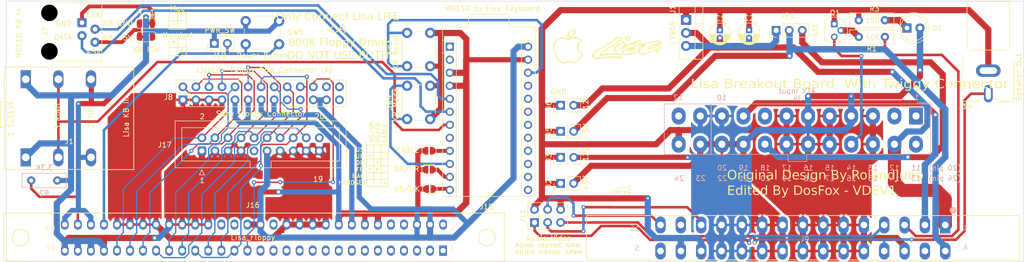
<source format=kicad_pcb>
(kicad_pcb (version 20221018) (generator pcbnew)
  (layers (0 "F.Cu" signal) (31 "B.Cu" signal) (34 "B.Paste" user) (35 "F.Paste" user) (36 "B.SilkS" user "B.Silkscreen") (37 "F.SilkS" user "F.Silkscreen") (38 "B.Mask" user) (39 "F.Mask" user) (44 "Edge.Cuts" user))
  (net 0 "")
  (net 1 "PS_ON")
  (net 2 "Net-(D1-K)")
  (net 3 "KBD")
  (net 4 "ON{slash}OFF")
  (net 5 "Net-(Q1-B)")
  (net 6 "-12V")
  (net 7 "-5V_7905")
  (net 8 "+5V")
  (net 9 "VCC{slash}GND")
  (net 10 "M0110_DATA")
  (net 11 "M0110_CLK")
  (net 12 "GND{slash}VCC")
  (net 13 "-5V")
  (net 14 "PWRSW")
  (net 16 "+5VSB")
  (net 17 "-5V_ATX")
  (net 18 "PH0-A")
  (net 19 "PH1-A")
  (net 20 "PH2-A")
  (net 21 "PH3-A")
  (net 22 "{slash}WRQ-A")
  (net 23 "HDS-A")
  (net 24 "{slash}DR1-A")
  (net 25 "RDA-A")
  (net 26 "WRD-A")
  (net 36 "VIDEO")
  (net 37 "{slash}VSYNC")
  (net 38 "{slash}HSYNC")
  (net 39 "SPKR")
  (net 40 "KBD_RESET")
  (net 41 "MOD")
  (net 42 "US{slash}UK")
  (net 43 "DE{slash}FR")
  (net 44 "CABLE")
  (net 45 "EDGECONT")
  (net 71 "MOTRCLK")
  (net 72 "GND-L")
  (net 73 "+12V-L")
  (net 74 "+5V_L")
  (net 75 "+5V_L1")
  (net 76 "+12V-R")
  (net 77 "GND-R")
  (footprint "my_libs:1-5530841-8_TE_CONN_60_DUAL_EDGE" (layer "F.Cu") (at 97.9885 83.3485)
    (fp_text reference "J16")
    (fp_text value "Lisa_Floppy")
  )
  (footprint "Jumper:SolderJumper-2_P1.3mm_Open_RoundedPad1.0x1.5mm" (layer "F.Cu") (at 132.08 66.421)
    (fp_text reference "JP6" hide)
    (fp_text value "CABLE")
  )
  (footprint "Jumper:SolderJumper-3_P1.3mm_Bridged12_RoundedPad1.0x1.5mm" (layer "F.Cu") (at 76.962 41.5445 180)
    (fp_text reference "JP3" hide)
    (fp_text value "KB GND")
  )
  (footprint "Connector_PinHeader_2.54mm:PinHeader_1x02_P2.54mm_Vertical" (layer "F.Cu") (at 157.7 62.6219 90)
    (fp_text reference "J5")
    (fp_text value "-5V")
  )
  (footprint "Arduino:Sparkfun_Pro_Micro" (layer "F.Cu") (at 151.35 74.0519 180)
    (fp_text reference "J15")
    (fp_text value "Arduino_Pro_Micro_5V_16MHz")
  )
  (footprint "Jumper:SolderJumper-2_P1.3mm_Open_RoundedPad1.0x1.5mm" (layer "F.Cu") (at 132.095 70.104)
    (fp_text reference "JP5" hide)
    (fp_text value "DE/FR")
  )
  (footprint "LED_THT:LED_D5.0mm" (layer "F.Cu") (at 225.12 42.47)
    (fp_text reference "D1")
    (fp_text value "LED" hide)
  )
  (footprint "Connector_IDC:IDC-Header_2x10_P2.54mm_Vertical" (layer "F.Cu") (at 87.85 66.4319 90)
    (fp_text reference "J17")
    (fp_text value "Sony Floppy Connector")
  )
  (footprint "Resistor_THT:R_Box_L8.4mm_W2.5mm_P5.08mm" (layer "F.Cu") (at 215.735 40.95)
    (fp_text reference "R3")
    (fp_text value "150")
  )
  (footprint "Jumper:SolderJumper-2_P1.3mm_Open_RoundedPad1.0x1.5mm" (layer "F.Cu") (at 132.21 73.88)
    (fp_text reference "JP4" hide)
    (fp_text value "US/UK")
  )
  (footprint "Connector_PinHeader_2.54mm:PinHeader_1x02_P2.54mm_Vertical" (layer "F.Cu") (at 157.7 72.7819 90)
    (fp_text reference "J2")
    (fp_text value "+5V")
  )
  (footprint "MountingHole:MountingHole_3.2mm_M3" (layer "F.Cu") (at 168.88 61)
    (fp_text reference "REF**" hide)
    (fp_text value "MountingHole_3.2mm_M3" hide)
  )
  (footprint "Button_Switch_THT:SW_PUSH_6mm" (layer "F.Cu") (at 96.38 41.13)
    (fp_text reference "SW5")
    (fp_text value "Power Button")
  )
  (footprint "Capacitor_THT:CP_Radial_D4.0mm_P1.50mm" (layer "F.Cu") (at 188.7 42.89 -90)
    (fp_text reference "C1")
    (fp_text value "0.1uf")
  )
  (footprint "my_libs:CUI_RCJ-047" (layer "F.Cu") (at 240.96 46.78 90)
    (fp_text reference "J14")
    (fp_text value "Speaker Out")
    (fp_line (start -1.7 -5.15) (end -1.7 -3.35) (stroke (width 0.01)) (layer "Edge.Cuts"))
    (fp_line (start -1.7 -3.35) (end 0 -3.35) (stroke (width 0.01)) (layer "Edge.Cuts"))
    (fp_line (start -1.7 3.35) (end -1.7 5.15) (stroke (width 0.01)) (layer "Edge.Cuts"))
    (fp_line (start -1.7 5.15) (end 0 5.15) (stroke (width 0.01)) (layer "Edge.Cuts"))
    (fp_line (start 0 -5.15) (end -1.7 -5.15) (stroke (width 0.01)) (layer "Edge.Cuts"))
    (fp_line (start 0 -3.35) (end 0 -5.15) (stroke (width 0.01)) (layer "Edge.Cuts"))
    (fp_line (start 0 3.35) (end -1.7 3.35) (stroke (width 0.01)) (layer "Edge.Cuts"))
    (fp_line (start 0 5.15) (end 0 3.35) (stroke (width 0.01)) (layer "Edge.Cuts"))
  )
  (footprint "Connector_PinHeader_2.54mm:PinHeader_2x13_P2.54mm_Vertical" (layer "F.Cu") (at 84.15 56.48 90)
    (fp_text reference "J8" hide)
    (fp_text value "LisaLite Twiggy Port Connector (A)")
  )
  (footprint "Package_TO_SOT_THT:TO-92" (layer "F.Cu") (at 210.97 41.67 -90)
    (fp_text reference "Q1")
    (fp_text value "2N4401BU" hide)
  )
  (footprint "Connector_PinHeader_2.54mm:PinHeader_1x02_P2.54mm_Vertical" (layer "F.Cu") (at 90.27 45.47 90)
    (fp_text reference "J10")
    (fp_text value "PWR_SW")
  )
  (footprint "Connector_PinHeader_2.54mm:PinHeader_2x03_P2.54mm_Vertical" (layer "F.Cu") (at 152.62 80.4019 90)
    (fp_text reference "J11")
    (fp_text value "Audio_Video")
  )
  (footprint "Resistor_THT:R_Box_L8.4mm_W2.5mm_P5.08mm" (layer "F.Cu") (at 220.825 44.2 180)
    (fp_text reference "R1")
    (fp_text value "40K")
  )
  (footprint "Connector_RJ:RJ9_Evercom_5301-440xxx_Horizontal" (layer "F.Cu") (at 64.51 41.43 -90)
    (fp_text reference "J7")
    (fp_text value "Mac_Plus_RJ9-4P4C" hide)
  )
  (footprint "my_libs:Lisa Motherboard Power Edge" (layer "F.Cu") (at 204.8585 83.4285)
    (fp_text reference "J9")
    (fp_text value "Lisa_Power_Video_Sound_Edge")
  )
  (footprint "my_libs:0.25IN_STEREO_HEADPHONE_JACK" (layer "F.Cu") (at 59.91 60.0819)
    (fp_text reference "J1")
    (fp_text value "Lisa KB In")
  )
  (footprint "Connector_PinHeader_2.54mm:PinHeader_1x02_P2.54mm_Vertical" (layer "F.Cu") (at 157.7 67.7019 90)
    (fp_text reference "J3")
    (fp_text value "+12V")
  )
  (footprint "Connector_PinHeader_2.54mm:PinHeader_1x03_P2.54mm_Vertical" (layer "F.Cu") (at 199.659 42.926 90)
    (fp_text reference "JP1")
    (fp_text value "-5V_Selector")
  )
  (footprint "Jumper:SolderJumper-3_P1.3mm_Bridged12_RoundedPad1.0x1.5mm" (layer "F.Cu") (at 76.962 44.196)
    (fp_text reference "JP2" hide)
    (fp_text value "KB +5V")
  )
  (footprint "MountingHole:MountingHole_3.2mm_M3" (layer "F.Cu") (at 242.06 61)
    (fp_text reference "REF**" hide)
    (fp_text value "MountingHole_3.2mm_M3" hide)
  )
  (footprint "Button_Switch_THT:SW_PUSH_6mm" (layer "F.Cu") (at 132.3 53.7319 -90)
    (fp_text reference "SW4")
    (fp_text value "KB Mode")
  )
  (footprint "Capacitor_THT:CP_Radial_D4.0mm_P1.50mm" (layer "F.Cu") (at 194.38 42.867401 -90)
    (fp_text reference "C2")
    (fp_text value "0.1uf")
  )
  (footprint "MountingHole:MountingHole_3.2mm_M3" (layer "F.Cu") (at 54.9 61)
    (fp_text reference "REF**" hide)
    (fp_text value "MountingHole_3.2mm_M3" hide)
  )
  (footprint "Button_Switch_THT:SW_PUSH_6mm" (layer "F.Cu") (at 132.3 43.4219 -90)
    (fp_text reference "SW3")
    (fp_text value "KB Reset")
  )
  (footprint "Connector_PinHeader_2.54mm:PinHeader_1x02_P2.54mm_Vertical" (layer "F.Cu") (at 157.7 57.5419 90)
    (fp_text reference "J6")
    (fp_text value "-12V")
  )
  (footprint "Package_TO_SOT_THT:TO-220-3_Vertical" (layer "F.Cu") (at 182.118 40.894 -90)
    (fp_text reference "U1")
    (fp_text value "L7905")
  )
  (footprint "Connector_Molex:Molex_Mini-Fit_Jr_5566-24A_2x12_P4.20mm_Vertical" (layer "B.Cu") (at 226.88 59.6369 180)
    (fp_text reference "J4")
    (fp_text value "ATX-24")
  )
  (footprint "Resistor_THT:R_Box_L8.4mm_W2.5mm_P5.08mm" (layer "B.Cu") (at 54.62 72.21)
    (fp_text reference "R2")
    (fp_text value "3.3K")
  )
  (gr_line (start 187 57.3) (end 187 67) (stroke (width 0.15)) (layer "B.SilkS"))
  (gr_line (start 159.883103 44.051704) (end 159.940925 44.009502) (stroke (width 0.2)) (layer "F.SilkS"))
  (gr_line (start 169.485249 44.585619) (end 169.475697 44.602672) (stroke (width 0.2)) (layer "F.SilkS"))
  (gr_line (start 164.049377 47.585651) (end 164.06049 47.566645) (stroke (width 0.2)) (layer "F.SilkS"))
  (gr_line (start 169.954426 45.20121) (end 169.960388 45.199494) (stroke (width 0.2)) (layer "F.SilkS"))
  (gr_line (start 170.371474 44.585452) (end 170.366742 44.574165) (stroke (width 0.2)) (layer "F.SilkS"))
  (gr_line (start 158.840006 44.555748) (end 158.969592 44.601783) (stroke (width 0.2)) (layer "F.SilkS"))
  (gr_line (start 164.952058 46.800773) (end 165.085267 46.721582) (stroke (width 0.2)) (layer "F.SilkS"))
  (gr_line (start 170.899472 47.631896) (end 170.811452 47.644831) (stroke (width 0.2)) (layer "F.SilkS"))
  (gr_line (start 169.742998 47.321988) (end 169.738759 47.299993) (stroke (width 0.2)) (layer "F.SilkS"))
  (gr_line (start 169.467374 44.410209) (end 169.48721 44.429229) (stroke (width 0.2)) (layer "F.SilkS"))
  (gr_line (start 170.923315 47.036168) (end 170.925255 47.037004) (stroke (width 0.2)) (layer "F.SilkS"))
  (gr_rect (start 81.45 39.4) (end 84.75 42.7) (stroke (width 0.15)) (fill none) (layer "F.SilkS"))
  (gr_line (start 172.175711 46.343273) (end 172.17032 46.339922) (stroke (width 0.2)) (layer "F.SilkS"))
  (gr_line (start 170.806839 44.865576) (end 170.797208 44.881007) (stroke (width 0.2)) (layer "F.SilkS"))
  (gr_line (start 167.07443 46.353618) (end 166.982953 46.407924) (stroke (width 0.2)) (layer "F.SilkS"))
  (gr_line (start 172.946102 45.702929) (end 172.956202 45.704144) (stroke (width 0.2)) (layer "F.SilkS"))
  (gr_line (start 170.927517 47.03777) (end 170.930092 47.038468) (stroke (width 0.2)) (layer "F.SilkS"))
  (gr_line (start 159.283618 44.27634) (end 159.354462 44.268333) (stroke (width 0.2)) (layer "F.SilkS"))
  (gr_line (start 161.21711 44.546687) (end 161.261747 44.571529) (stroke (width 0.2)) (layer "F.SilkS"))
  (gr_line (start 173.982167 45.803399) (end 173.939025 45.80618) (stroke (width 0.2)) (layer "F.SilkS"))
  (gr_line (start 170.925255 47.037004) (end 170.927517 47.03777) (stroke (width 0.2)) (layer "F.SilkS"))
  (gr_line (start 169.613881 48.297393) (end 169.610794 48.29777) (stroke (width 0.2)) (layer "F.SilkS"))
  (gr_line (start 173.227476 45.989951) (end 173.166179 46.007388) (stroke (width 0.2)) (layer "F.SilkS"))
  (gr_line (start 156.430352 45.883061) (end 156.450115 45.776471) (stroke (width 0.2)) (layer "F.SilkS"))
  (gr_line (start 159.105218 49.003032) (end 159.026205 49.015366) (stroke (width 0.2)) (layer "F.SilkS"))
  (gr_line (start 161.433553 48.454234) (end 161.327085 48.601184) (stroke (width 0.2)) (layer "F.SilkS"))
  (gr_line (start 159.144899 43.997596) (end 159.136579 44.067116) (stroke (width 0.2)) (layer "F.SilkS"))
  (gr_line (start 177.318788 45.188218) (end 177.330864 45.198458) (stroke (width 0.2)) (layer "F.SilkS"))
  (gr_line (start 168.206074 46.829731) (end 168.191645 46.791864) (stroke (width 0.2)) (layer "F.SilkS"))
  (gr_line (start 167.066393 46.324619) (end 166.875244 46.441569) (stroke (width 0.2)) (layer "F.SilkS"))
  (gr_line (start 171.133818 44.359223) (end 171.133026 44.369158) (stroke (width 0.2)) (layer "F.SilkS"))
  (gr_line (start 172.904795 45.647988) (end 172.90414 45.656766) (stroke (width 0.2)) (layer "F.SilkS"))
  (gr_line (start 175.132841 46.478117) (end 175.183246 46.465613) (stroke (width 0.2)) (layer "F.SilkS"))
  (gr_line (start 164.025126 47.640988) (end 164.031812 47.622459) (stroke (width 0.2)) (layer "F.SilkS"))
  (gr_line (start 164.048682 48.123139) (end 164.037666 48.085823) (stroke (width 0.2)) (layer "F.SilkS"))
  (gr_line (start 170.517059 44.273639) (end 170.538964 44.256033) (stroke (width 0.2)) (layer "F.SilkS"))
  (gr_line (start 171.269008 47.550993) (end 171.157957 47.579768) (stroke (width 0.2)) (layer "F.SilkS"))
  (gr_line (start 172.195292 46.41528) (end 172.196075 46.404905) (stroke (width 0.2)) (layer "F.SilkS"))
  (gr_line (start 171.465817 46.944037) (end 171.55923 46.913408) (stroke (width 0.2)) (layer "F.SilkS"))
  (gr_line (start 169.491843 44.570674) (end 169.485249 44.585619) (stroke (width 0.2)) (layer "F.SilkS"))
  (gr_line (start 169.121819 45.040165) (end 169.067693 45.087428) (stroke (width 0.2)) (layer "F.SilkS"))
  (gr_line (start 156.420876 46.654844) (end 156.402225 46.431843) (stroke (width 0.2)) (layer "F.SilkS"))
  (gr_line (start 170.586236 44.863851) (end 170.573815 44.853479) (stroke (width 0.2)) (layer "F.SilkS"))
  (gr_line (start 169.239103 44.307088) (end 169.274018 44.315069) (stroke (width 0.2)) (layer "F.SilkS"))
  (gr_line (start 168.809358 45.862206) (end 168.896222 45.808013) (stroke (width 0.2)) (layer "F.SilkS"))
  (gr_line (start 160.279357 49.244906) (end 160.242477 49.240667) (stroke (width 0.2)) (layer "F.SilkS"))
  (gr_line (start 172.778596 46.748848) (end 172.757356 46.800461) (stroke (width 0.2)) (layer "F.SilkS"))
  (gr_line (start 170.024025 45.982724) (end 170.043063 45.980028) (stroke (width 0.2)) (layer "F.SilkS"))
  (gr_line (start 177.218498 45.116113) (end 177.233817 45.125907) (stroke (width 0.2)) (layer "F.SilkS"))
  (gr_line (start 159.133084 44.171951) (end 159.134473 44.206926) (stroke (width 0.2)) (layer "F.SilkS"))
  (gr_line (start 160.871843 44.410312) (end 160.954599 44.435069) (stroke (width 0.2)) (layer "F.SilkS"))
  (gr_line (start 159.088393 44.634446) (end 159.143306 44.643614) (stroke (width 0.2)) (layer "F.SilkS"))
  (gr_line (start 170.118853 45.327769) (end 170.136259 45.345294) (stroke (width 0.2)) (layer "F.SilkS"))
  (gr_line (start 168.28102 45.650112) (end 168.15422 45.727662) (stroke (width 0.2)) (layer "F.SilkS"))
  (gr_line (start 177.05312 45.037715) (end 177.075474 45.044468) (stroke (width 0.2)) (layer "F.SilkS"))
  (gr_line (start 176.399605 47.317198) (end 176.390291 47.313063) (stroke (width 0.2)) (layer "F.SilkS"))
  (gr_line (start 168.769425 45.324866) (end 168.686587 45.384484) (stroke (width 0.2)) (layer "F.SilkS"))
  (gr_line (start 169.567872 48.250848) (end 169.538353 48.247693) (stroke (width 0.2)) (layer "F.SilkS"))
  (gr_line (start 173.268287 46.445783) (end 173.309383 46.404008) (stroke (width 0.2)) (layer "F.SilkS"))
  (gr_line (start 161.438663 44.691489) (end 161.481916 44.727005) (stroke (width 0.2)) (layer "F.SilkS"))
  (gr_line (start 156.402225 46.431843) (end 156.4 46.21) (stroke (width 0.2)) (layer "F.SilkS"))
  (gr_line (start 173.201197 47.400233) (end 173.186821 47.383412) (stroke (width 0.2)) (layer "F.SilkS"))
  (gr_line (start 173.346792 45.051295) (end 173.346619 45.057424) (stroke (width 0.2)) (layer "F.SilkS"))
  (gr_line (start 169.627909 48.28408) (end 169.627119 48.286845) (stroke (width 0.2)) (layer "F.SilkS"))
  (gr_line (start 169.542485 44.506244) (end 169.545712 44.51229) (stroke (width 0.2)) (layer "F.SilkS"))
  (gr_line (start 169.55353 44.567321) (end 169.551602 44.573201) (stroke (width 0.2)) (layer "F.SilkS"))
  (gr_line (start 170.797208 44.881007) (end 170.791676 44.889657) (stroke (width 0.2)) (layer "F.SilkS"))
  (gr_line (start 177.34208 45.208447) (end 177.352334 45.218106) (stroke (width 0.2)) (layer "F.SilkS"))
  (gr_line (start 160.650528 44.364937) (end 160.718899 44.37585) (stroke (width 0.2)) (layer "F.SilkS"))
  (gr_line (start 159.157645 43.928647) (end 159.144899 43.997596) (stroke (width 0.2)) (layer "F.SilkS"))
  (gr_line (start 159.539993 49.016735) (end 159.501582 49.009686) (stroke (width 0.2)) (layer "F.SilkS"))
  (gr_line (start 164.148805 48.323113) (end 164.128114 48.292755) (stroke (width 0.2)) (layer "F.SilkS"))
  (gr_line (start 161.005989 46.399845) (end 161.018719 46.482294) (stroke (width 0.2)) (layer "F.SilkS"))
  (gr_line (start 165.747653 46.302161) (end 165.997317 46.158046) (stroke (width 0.2)) (layer "F.SilkS"))
  (gr_line (start 157.455007 48.874175) (end 157.39359 48.805414) (stroke (width 0.2)) (layer "F.SilkS"))
  (gr_line (start 174.803849 46.259516) (end 174.725392 46.330213) (stroke (width 0.2)) (layer "F.SilkS"))
  (gr_line (start 157.333833 48.734096) (end 157.275662 48.660963) (stroke (width 0.2)) (layer "F.SilkS"))
  (gr_line (start 161.481916 44.727005) (end 161.524552 44.764881) (stroke (width 0.2)) (layer "F.SilkS"))
  (gr_line (start 168.163834 46.567998) (end 168.167886 46.55248) (stroke (width 0.2)) (layer "F.SilkS"))
  (gr_line (start 174.887639 46.192042) (end 174.803849 46.259516) (stroke (width 0.2)) (layer "F.SilkS"))
  (gr_line (start 172.906491 45.638532) (end 172.904795 45.647988) (stroke (width 0.2)) (layer "F.SilkS"))
  (gr_line (start 169.039838 44.28921) (end 169.082846 44.289798) (stroke (width 0.2)) (layer "F.SilkS"))
  (gr_line (start 176.315732 47.106743) (end 176.315225 47.084286) (stroke (width 0.2)) (layer "F.SilkS"))
  (gr_line (start 176.984261 45.773479) (end 177.029829 45.772197) (stroke (width 0.2)) (layer "F.SilkS"))
  (gr_line (start 161.813006 47.770047) (end 161.786644 47.831279) (stroke (width 0.2)) (layer "F.SilkS"))
  (gr_line (start 164.205022 48.44987) (end 164.183294 48.428203) (stroke (width 0.2)) (layer "F.SilkS"))
  (gr_line (start 169.445509 44.392516) (end 169.467374 44.410209) (stroke (width 0.2)) (layer "F.SilkS"))
  (gr_line (start 159.65326 43.1297) (end 159.598833 43.176309) (stroke (width 0.2)) (layer "F.SilkS"))
  (gr_line (start 174.966598 47.190018) (end 174.68127 47.312263) (stroke (width 0.2)) (layer "F.SilkS"))
  (gr_line (start 159.822903 44.091159) (end 159.883103 44.051704) (stroke (width 0.2)) (layer "F.SilkS"))
  (gr_line (start 173.34479 47.503449) (end 173.323974 47.493531) (stroke (width 0.2)) (layer "F.SilkS"))
  (gr_line (start 171.131583 44.379484) (end 171.129492 44.390196) (stroke (width 0.2)) (layer "F.SilkS"))
  (gr_line (start 169.975348 45.984569) (end 169.979244 45.985163) (stroke (width 0.2)) (layer "F.SilkS"))
  (gr_line (start 169.962852 45.974484) (end 169.963096 45.975657) (stroke (width 0.2)) (layer "F.SilkS"))
  (gr_line (start 169.124317 44.291895) (end 169.164211 44.295486) (stroke (width 0.2)) (layer "F.SilkS"))
  (gr_line (start 170.013274 45.230296) (end 170.025872 45.240864) (stroke (width 0.2)) (layer "F.SilkS"))
  (gr_line (start 169.556075 44.545322) (end 169.55619 44.550677) (stroke (width 0.2)) (layer "F.SilkS"))
  (gr_line (start 172.930356 46.054394) (end 172.927354 46.057089) (stroke (width 0.2)) (layer "F.SilkS"))
  (gr_line (start 170.414098 44.381341) (end 170.433813 44.357219) (stroke (width 0.2)) (layer "F.SilkS"))
  (gr_line (start 176.779121 45.804885) (end 176.834059 45.793017) (stroke (width 0.2)) (layer "F.SilkS"))
  (gr_line (start 174.110486 47.503519) (end 174.01437 47.524411) (stroke (width 0.2)) (layer "F.SilkS"))
  (gr_line (start 176.158964 45.632955) (end 175.986817 45.683604) (stroke (width 0.2)) (layer "F.SilkS"))
  (gr_line (start 172.735809 46.847593) (end 172.714252 46.88933) (stroke (width 0.2)) (layer "F.SilkS"))
  (gr_line (start 173.07694 47.137935) (end 173.06642 47.083012) (stroke (width 0.2)) (layer "F.SilkS"))
  (gr_line (start 170.119608 47.656787) (end 170.067245 47.646081) (stroke (width 0.2)) (layer "F.SilkS"))
  (gr_line (start 171.100723 46.833546) (end 171.079298 46.853541) (stroke (width 0.2)) (layer "F.SilkS"))
  (gr_line (start 172.234541 47.207928) (end 172.139865 47.249627) (stroke (width 0.2)) (layer "F.SilkS"))
  (gr_line (start 169.538353 48.247693) (end 169.499975 48.242978) (stroke (width 0.2)) (layer "F.SilkS"))
  (gr_line (start 172.945473 46.046751) (end 172.941199 46.048235) (stroke (width 0.2)) (layer "F.SilkS"))
  (gr_line (start 177.392484 45.299204) (end 177.390692 45.301526) (stroke (width 0.2)) (layer "F.SilkS"))
  (gr_line (start 173.173208 47.365699) (end 173.160347 47.347085) (stroke (width 0.2)) (layer "F.SilkS"))
  (gr_line (start 164.833333 48.37757) (end 164.587667 48.430064) (stroke (width 0.2)) (layer "F.SilkS"))
  (gr_line (start 168.23435 46.391063) (end 168.263282 46.343916) (stroke (width 0.2)) (layer "F.SilkS"))
  (gr_line (start 170.723719 47.655507) (end 170.637 47.663901) (stroke (width 0.2)) (layer "F.SilkS"))
  (gr_line (start 161.040334 44.465648) (end 161.128141 44.502653) (stroke (width 0.2)) (layer "F.SilkS"))
  (gr_line (start 171.355952 46.660862) (end 171.32598 46.676564) (stroke (width 0.2)) (layer "F.SilkS"))
  (gr_line (start 170.739635 44.923921) (end 170.730527 44.925165) (stroke (width 0.2)) (layer "F.SilkS"))
  (gr_line (start 168.686587 45.384484) (end 168.597698 45.445946) (stroke (width 0.2)) (layer "F.SilkS"))
  (gr_line (start 171.387181 46.645346) (end 171.355952 46.660862) (stroke (width 0.2)) (layer "F.SilkS"))
  (gr_line (start 161.350758 44.62724) (end 161.394906 44.65826) (stroke (width 0.2)) (layer "F.SilkS"))
  (gr_line (start 168.191645 46.791864) (end 168.17901 46.755016) (stroke (width 0.2)) (layer "F.SilkS"))
  (gr_line (start 177.379973 45.310868) (end 177.376339 45.313241) (stroke (width 0.2)) (layer "F.SilkS"))
  (gr_line (start 158.696881 49.118663) (end 158.578829 49.16627) (stroke (width 0.2)) (layer "F.SilkS"))
  (gr_line (start 168.136241 44.839255) (end 168.205877 44.779541) (stroke (width 0.2)) (layer "F.SilkS"))
  (gr_line (start 169.963096 45.975657) (end 169.96345 45.976762) (stroke (width 0.2)) (layer "F.SilkS"))
  (gr_line (start 165.570041 47.592573) (end 165.550863 47.620677) (stroke (width 0.2)) (layer "F.SilkS"))
  (gr_line (start 170.31987 45.601609) (end 170.321101 45.613614) (stroke (width 0.2)) (layer "F.SilkS"))
  (gr_line (start 170.136259 45.345294) (end 170.153926 45.363437) (stroke (width 0.2)) (layer "F.SilkS"))
  (gr_line (start 161.272906 48.673207) (end 161.217788 48.743514) (stroke (width 0.2)) (layer "F.SilkS"))
  (gr_line (start 158.578829 49.16627) (end 158.519091 49.188606) (stroke (width 0.2)) (layer "F.SilkS"))
  (gr_line (start 175.538037 45.839201) (end 175.408875 45.893218) (stroke (width 0.2)) (layer "F.SilkS"))
  (gr_line (start 158.135481 49.257618) (end 158.094733 49.255186) (stroke (width 0.2)) (layer "F.SilkS"))
  (gr_line (start 168.854899 44.33492) (end 168.899488 44.328743) (stroke (width 0.2)) (layer "F.SilkS"))
  (gr_line (start 169.937851 46.881799) (end 169.960893 46.864438) (stroke (width 0.2)) (layer "F.SilkS"))
  (gr_line (start 172.912385 46.093339) (end 172.911436 46.100032) (stroke (width 0.2)) (layer "F.SilkS"))
  (gr_line (start 160.106715 49.21263) (end 160.044149 49.193345) (stroke (width 0.2)) (layer "F.SilkS"))
  (gr_line (start 170.769872 44.15344) (end 170.793168 44.150619) (stroke (width 0.2)) (layer "F.SilkS"))
  (gr_line (start 165.458526 47.719411) (end 165.456883 47.729974) (stroke (width 0.2)) (layer "F.SilkS"))
  (gr_line (start 165.57238 47.540254) (end 165.533623 47.590915) (stroke (width 0.2)) (layer "F.SilkS"))
  (gr_line (start 169.538361 44.599501) (end 169.533608 44.606979) (stroke (width 0.2)) (layer "F.SilkS"))
  (gr_line (start 167.617026 45.186791) (end 167.763245 45.090156) (stroke (width 0.2)) (layer "F.SilkS"))
  (gr_line (start 167.698935 45.170906) (end 167.835012 45.0796) (stroke (width 0.2)) (layer "F.SilkS"))
  (gr_line (start 169.202487 44.300555) (end 169.239103 44.307088) (stroke (width 0.2)) (layer "F.SilkS"))
  (gr_line (start 171.127938 44.315588) (end 171.130433 44.323494) (stroke (width 0.2)) (layer "F.SilkS"))
  (gr_line (start 174.01437 47.524411) (end 173.922402 47.540172) (stroke (width 0.2)) (layer "F.SilkS"))
  (gr_line (start 170.148061 45.800136) (end 170.133614 45.808447) (stroke (width 0.2)) (layer "F.SilkS"))
  (gr_line (start 166.626584 46.640416) (end 166.501835 46.726556) (stroke (width 0.2)) (layer "F.SilkS"))
  (gr_line (start 172.528462 45.086469) (end 172.727831 45.030376) (stroke (width 0.2)) (layer "F.SilkS"))
  (gr_line (start 169.970673 45.948379) (end 169.968543 45.952813) (stroke (width 0.2)) (layer "F.SilkS"))
  (gr_line (start 157.718764 49.108764) (end 157.649963 49.057673) (stroke (width 0.2)) (layer "F.SilkS"))
  (gr_line (start 172.918045 46.07166) (end 172.916323 46.076359) (stroke (width 0.2)) (layer "F.SilkS"))
  (gr_line (start 156.871245 44.919883) (end 156.907119 44.881127) (stroke (width 0.2)) (layer "F.SilkS"))
  (gr_line (start 157.610578 44.441527) (end 157.660888 44.426486) (stroke (width 0.2)) (layer "F.SilkS"))
  (gr_line (start 170.317244 45.647954) (end 170.313434 45.65896) (stroke (width 0.2)) (layer "F.SilkS"))
  (gr_line (start 174.71793 46.531289) (end 174.754587 46.531658) (stroke (width 0.2)) (layer "F.SilkS"))
  (gr_line (start 172.529435 45.846914) (end 172.530906 45.836827) (stroke (width 0.2)) (layer "F.SilkS"))
  (gr_line (start 170.251232 45.733448) (end 170.237245 45.744146) (stroke (width 0.2)) (layer "F.SilkS"))
  (gr_line (start 171.494443 47.485566) (end 171.381436 47.519484) (stroke (width 0.2)) (layer "F.SilkS"))
  (gr_line (start 160.187077 43.765947) (end 160.228401 43.711051) (stroke (width 0.2)) (layer "F.SilkS"))
  (gr_line (start 170.917642 44.72132) (end 170.89579 44.747719) (stroke (width 0.2)) (layer "F.SilkS"))
  (gr_line (start 174.21155 47.477214) (end 174.110486 47.503519) (stroke (width 0.2)) (layer "F.SilkS"))
  (gr_line (start 172.196075 46.404905) (end 172.19626 46.39524) (stroke (width 0.2)) (layer "F.SilkS"))
  (gr_line (start 170.604214 46.579287) (end 170.732874 46.537847) (stroke (width 0.2)) (layer "F.SilkS"))
  (gr_line (start 175.326619 46.422351) (end 175.37013 46.406291) (stroke (width 0.2)) (layer "F.SilkS"))
  (gr_line (start 177.158847 45.965479) (end 177.146182 46.007758) (stroke (width 0.2)) (layer "F.SilkS"))
  (gr_line (start 172.170141 46.507967) (end 172.179486 46.48589) (stroke (width 0.2)) (layer "F.SilkS"))
  (gr_line (start 164.834051 46.872653) (end 164.952058 46.800773) (stroke (width 0.2)) (layer "F.SilkS"))
  (gr_line (start 170.376852 44.435162) (end 170.382914 44.424977) (stroke (width 0.2)) (layer "F.SilkS"))
  (gr_line (start 176.057218 46.667043) (end 175.938694 46.723422) (stroke (width 0.2)) (layer "F.SilkS"))
  (gr_line (start 170.875037 46.493992) (end 171.031537 46.447384) (stroke (width 0.2)) (layer "F.SilkS"))
  (gr_line (start 172.532016 45.494256) (end 172.529984 45.475948) (stroke (width 0.2)) (layer "F.SilkS"))
  (gr_line (start 159.195157 43.793403) (end 159.174503 43.860504) (stroke (width 0.2)) (layer "F.SilkS"))
  (gr_line (start 169.966018 45.980511) (end 169.966962 45.981283) (stroke (width 0.2)) (layer "F.SilkS"))
  (gr_line (start 176.248283 46.579513) (end 176.16138 46.618631) (stroke (width 0.2)) (layer "F.SilkS"))
  (gr_line (start 169.578978 48.10132) (end 169.591653 48.131197) (stroke (width 0.2)) (layer "F.SilkS"))
  (gr_line (start 168.899488 44.328743) (end 168.946313 44.325353) (stroke (width 0.2)) (layer "F.SilkS"))
  (gr_line (start 165.477919 47.675075) (end 165.462649 47.706661) (stroke (width 0.2)) (layer "F.SilkS"))
  (gr_line (start 164.088104 48.306028) (end 164.056561 48.251867) (stroke (width 0.2)) (layer "F.SilkS"))
  (gr_line (start 169.809498 47.467719) (end 169.796116 47.448069) (stroke (width 0.2)) (layer "F.SilkS"))
  (gr_line (start 159.174503 43.860504) (end 159.157645 43.928647) (stroke (width 0.2)) (layer "F.SilkS"))
  (gr_line (start 159.744528 44.47932) (end 159.830113 44.44959) (stroke (width 0.2)) (layer "F.SilkS"))
  (gr_line (start 164.091508 48.228399) (end 164.075613 48.194451) (stroke (width 0.2)) (layer "F.SilkS"))
  (gr_line (start 165.997317 46.158046) (end 166.241764 46.015155) (stroke (width 0.2)) (layer "F.SilkS"))
  (gr_line (start 172.164287 46.337264) (end 172.157607 46.335298) (stroke (width 0.2)) (layer "F.SilkS"))
  (gr_line (start 177.168722 45.928627) (end 177.158847 45.965479) (stroke (width 0.2)) (layer "F.SilkS"))
  (gr_line (start 161.108214 46.776235) (end 161.138624 46.84106) (stroke (width 0.2)) (layer "F.SilkS"))
  (gr_line (start 172.512934 45.902647) (end 172.516039 45.895974) (stroke (width 0.2)) (layer "F.SilkS"))
  (gr_line (start 171.079298 46.853541) (end 171.047048 46.884955) (stroke (width 0.2)) (layer "F.SilkS"))
  (gr_line (start 170.051646 45.86375) (end 170.039598 45.87321) (stroke (width 0.2)) (layer "F.SilkS"))
  (gr_rect (start 81.5 44.6) (end 84.8 47.9) (stroke (width 0.15)) (fill none) (layer "F.SilkS"))
  (gr_line (start 159.68055 49.053568) (end 159.612641 49.033622) (stroke (width 0.2)) (layer "F.SilkS"))
  (gr_line (start 174.794772 46.530263) (end 174.837985 46.527188) (stroke (width 0.2)) (layer "F.SilkS"))
  (gr_line (start 169.741848 47.165859) (end 169.747202 47.143525) (stroke (width 0.2)) (layer "F.SilkS"))
  (gr_line (start 165.828139 47.298585) (end 165.73819 47.393837) (stroke (width 0.2)) (layer "F.SilkS"))
  (gr_line (start 172.009844 46.371945) (end 171.976705 46.387706) (stroke (width 0.2)) (layer "F.SilkS"))
  (gr_line (start 171.638999 46.274183) (end 171.844409 46.213971) (stroke (width 0.2)) (layer "F.SilkS"))
  (gr_line (start 160.424321 43.341228) (end 160.446585 43.274342) (stroke (width 0.2)) (layer "F.SilkS"))
  (gr_line (start 170.313434 45.65896) (end 170.30836 45.669805) (stroke (width 0.2)) (layer "F.SilkS"))
  (gr_line (start 170.453883 44.334359) (end 170.474474 44.312807) (stroke (width 0.2)) (layer "F.SilkS"))
  (gr_line (start 160.48055 43.137511) (end 160.491883 43.067886) (stroke (width 0.2)) (layer "F.SilkS"))
  (gr_line (start 172.986045 46.042107) (end 172.972412 46.042626) (stroke (width 0.2)) (layer "F.SilkS"))
  (gr_line (start 157.867196 44.382536) (end 157.919867 44.375715) (stroke (width 0.2)) (layer "F.SilkS"))
  (gr_line (start 173.196901 46.532856) (end 173.230788 46.488745) (stroke (width 0.2)) (layer "F.SilkS"))
  (gr_line (start 165.904773 47.17641) (end 165.841678 47.239396) (stroke (width 0.2)) (layer "F.SilkS"))
  (gr_line (start 159.19499 44.646861) (end 159.220675 44.645865) (stroke (width 0.2)) (layer "F.SilkS"))
  (gr_line (start 156.681516 45.176646) (end 156.709929 45.131081) (stroke (width 0.2)) (layer "F.SilkS"))
  (gr_line (start 170.003475 46.298151) (end 169.561558 46.507956) (stroke (width 0.2)) (layer "F.SilkS"))
  (gr_line (start 168.16042 46.582903) (end 168.163834 46.567998) (stroke (width 0.2)) (layer "F.SilkS"))
  (gr_line (start 170.178816 47.665024) (end 170.119608 47.656787) (stroke (width 0.2)) (layer "F.SilkS"))
  (gr_line (start 172.913507 46.087176) (end 172.912385 46.093339) (stroke (width 0.2)) (layer "F.SilkS"))
  (gr_line (start 171.733016 46.844415) (end 171.812242 46.806632) (stroke (width 0.2)) (layer "F.SilkS"))
  (gr_line (start 170.065177 45.976503) (end 170.090532 45.972182) (stroke (width 0.2)) (layer "F.SilkS"))
  (gr_line (start 170.221977 45.754964) (end 170.18759 45.777099) (stroke (width 0.2)) (layer "F.SilkS"))
  (gr_line (start 168.41971 46.15801) (end 168.470488 46.111068) (stroke (width 0.2)) (layer "F.SilkS"))
  (gr_line (start 157.275662 48.660963) (end 157.219003 48.586761) (stroke (width 0.2)) (layer "F.SilkS"))
  (gr_line (start 170.001786 45.221096) (end 170.013274 45.230296) (stroke (width 0.2)) (layer "F.SilkS"))
  (gr_line (start 177.175321 45.898646) (end 177.168722 45.928627) (stroke (width 0.2)) (layer "F.SilkS"))
  (gr_line (start 166.752624 46.555688) (end 166.626584 46.640416) (stroke (width 0.2)) (layer "F.SilkS"))
  (gr_line (start 170.862033 44.150383) (end 170.884498 44.153061) (stroke (width 0.2)) (layer "F.SilkS"))
  (gr_line (start 159.331122 48.993081) (end 159.283681 48.99232) (stroke (width 0.2)) (layer "F.SilkS"))
  (gr_line (start 177.352334 45.218106) (end 177.361529 45.227355) (stroke (width 0.2)) (layer "F.SilkS"))
  (gr_line (start 175.280635 46.437646) (end 175.326619 46.422351) (stroke (width 0.2)) (layer "F.SilkS"))
  (gr_line (start 161.244003 47.015717) (end 161.282773 47.067533) (stroke (width 0.2)) (layer "F.SilkS"))
  (gr_line (start 167.25752 45.407985) (end 167.449951 45.291633) (stroke (width 0.2)) (layer "F.SilkS"))
  (gr_line (start 177.372296 45.315638) (end 177.367831 45.318066) (stroke (width 0.2)) (layer "F.SilkS"))
  (gr_line (start 171.40035 45.514384) (end 171.740685 45.3742) (stroke (width 0.2)) (layer "F.SilkS"))
  (gr_line (start 173.336097 44.987056) (end 173.33824 44.990486) (stroke (width 0.2)) (layer "F.SilkS"))
  (gr_line (start 159.219293 43.72758) (end 159.195157 43.793403) (stroke (width 0.2)) (layer "F.SilkS"))
  (gr_line (start 170.321075 45.625316) (end 170.31979 45.636751) (stroke (width 0.2)) (layer "F.SilkS"))
  (gr_line (start 170.928428 44.162576) (end 170.949802 44.169422) (stroke (width 0.2)) (layer "F.SilkS"))
  (gr_line (start 160.102062 44.37495) (end 160.196759 44.358567) (stroke (width 0.2)) (layer "F.SilkS"))
  (gr_line (start 161.000906 46.075203) (end 160.995665 46.148243) (stroke (width 0.2)) (layer "F.SilkS"))
  (gr_line (start 173.284846 47.471172) (end 173.266515 47.458717) (stroke (width 0.2)) (layer "F.SilkS"))
  (gr_line (start 170.43382 44.357219) (end 170.453883 44.334359) (stroke (width 0.2)) (layer "F.SilkS"))
  (gr_line (start 169.530473 44.486342) (end 169.538861 44.499932) (stroke (width 0.2)) (layer "F.SilkS"))
  (gr_line (start 159.940925 44.009502) (end 159.996135 43.964816) (stroke (width 0.2)) (layer "F.SilkS"))
  (gr_line (start 119.9 66.7) (end 124.1 66.7) (stroke (width 0.15)) (layer "F.SilkS"))
  (gr_line (start 171.607228 47.449562) (end 171.494443 47.485566) (stroke (width 0.2)) (layer "F.SilkS"))
  (gr_line (start 172.912045 45.684822) (end 172.916686 45.689999) (stroke (width 0.2)) (layer "F.SilkS"))
  (gr_line (start 176.380111 46.545491) (end 176.379335 46.538901) (stroke (width 0.2)) (layer "F.SilkS"))
  (gr_line (start 172.492955 45.932175) (end 172.497584 45.926636) (stroke (width 0.2)) (layer "F.SilkS"))
  (gr_line (start 161.75655 47.897589) (end 161.72263 47.968385) (stroke (width 0.2)) (layer "F.SilkS"))
  (gr_line (start 171.844409 46.213971) (end 172.011944 46.162214) (stroke (width 0.2)) (layer "F.SilkS"))
  (gr_line (start 169.964719 45.198909) (end 169.966679 45.199148) (stroke (width 0.2)) (layer "F.SilkS"))
  (gr_line (start 157.814928 44.391047) (end 157.867196 44.382536) (stroke (width 0.2)) (layer "F.SilkS"))
  (gr_line (start 166.298186 46.020318) (end 166.962072 45.626334) (stroke (width 0.2)) (layer "F.SilkS"))
  (gr_line (start 176.598134 45.857074) (end 176.66127 45.836876) (stroke (width 0.2)) (layer "F.SilkS"))
  (gr_line (start 176.314914 45.966758) (end 176.462881 45.906063) (stroke (width 0.2)) (layer "F.SilkS"))
  (gr_line (start 176.313862 45.038282) (end 176.398088 45.02983) (stroke (width 0.2)) (layer "F.SilkS"))
  (gr_line (start 160.718899 44.37585) (end 160.792973 44.390773) (stroke (width 0.2)) (layer "F.SilkS"))
  (gr_line (start 159.212492 44.279231) (end 159.283618 44.27634) (stroke (width 0.2)) (layer "F.SilkS"))
  (gr_line (start 170.007898 45.984558) (end 170.015608 45.983751) (stroke (width 0.2)) (layer "F.SilkS"))
  (gr_line (start 81.45 41.05) (end 84.75 41.05) (stroke (width 0.15)) (layer "F.SilkS"))
  (gr_line (start 169.623161 48.293169) (end 169.621286 48.294654) (stroke (width 0.2)) (layer "F.SilkS"))
  (gr_line (start 173.266515 47.458717) (end 173.248995 47.445402) (stroke (width 0.2)) (layer "F.SilkS"))
  (gr_line (start 165.594825 47.559773) (end 165.570041 47.592573) (stroke (width 0.2)) (layer "F.SilkS"))
  (gr_line (start 169.94694 45.203999) (end 169.954426 45.20121) (stroke (width 0.2)) (layer "F.SilkS"))
  (gr_line (start 170.302018 45.680523) (end 170.294407 45.69115) (stroke (width 0.2)) (layer "F.SilkS"))
  (gr_line (start 165.464325 47.745022) (end 165.470546 47.745665) (stroke (width 0.2)) (layer "F.SilkS"))
  (gr_line (start 176.484949 45.023563) (end 176.574911 45.019425) (stroke (width 0.2)) (layer "F.SilkS"))
  (gr_line (start 169.049106 44.325877) (end 169.10629 44.329265) (stroke (width 0.2)) (layer "F.SilkS"))
  (gr_line (start 173.097742 46.720033) (end 173.117046 46.671706) (stroke (width 0.2)) (layer "F.SilkS"))
  (gr_line (start 164.072916 47.47202) (end 164.109523 47.422639) (stroke (width 0.2)) (layer "F.SilkS"))
  (gr_line (start 161.546833 48.284598) (end 161.492386 48.368949) (stroke (width 0.2)) (layer "F.SilkS"))
  (gr_line (start 164.637822 46.998641) (end 164.729791 46.938263) (stroke (width 0.2)) (layer "F.SilkS"))
  (gr_line (start 161.447506 47.244395) (end 161.531164 47.315435) (stroke (width 0.2)) (layer "F.SilkS"))
  (gr_line (start 172.516039 45.895974) (end 172.518876 45.888944) (stroke (width 0.2)) (layer "F.SilkS"))
  (gr_line (start 169.495634 44.547603) (end 169.495349 44.557962) (stroke (width 0.2)) (layer "F.SilkS"))
  (gr_line (start 170.756691 44.918738) (end 170.748363 44.921781) (stroke (width 0.2)) (layer "F.SilkS"))
  (gr_line (start 172.482663 45.943009) (end 172.487985 45.937618) (stroke (width 0.2)) (layer "F.SilkS"))
  (gr_line (start 176.462881 45.906063) (end 176.532041 45.880124) (stroke (width 0.2)) (layer "F.SilkS"))
  (gr_line (start 156.709929 45.131081) (end 156.739671 45.086594) (stroke (width 0.2)) (layer "F.SilkS"))
  (gr_line (start 170.629632 44.198883) (end 170.652837 44.187935) (stroke (width 0.2)) (layer "F.SilkS"))
  (gr_line (start 160.49526 42.785045) (end 160.430724 42.789681) (stroke (width 0.2)) (layer "F.SilkS"))
  (gr_line (start 170.996738 44.626681) (end 170.969321 44.660638) (stroke (width 0.2)) (layer "F.SilkS"))
  (gr_line (start 161.32283 47.116248) (end 161.363853 47.161923) (stroke (width 0.2)) (layer "F.SilkS"))
  (gr_line (start 165.568349 47.743371) (end 165.619688 47.74049) (stroke (width 0.2)) (layer "F.SilkS"))
  (gr_line (start 176.380452 46.553765) (end 176.380111 46.545491) (stroke (width 0.2)) (layer "F.SilkS"))
  (gr_line (start 170.989702 46.943505) (end 170.965923 46.969186) (stroke (width 0.2)) (layer "F.SilkS"))
  (gr_line (start 171.381436 47.519484) (end 171.269008 47.550993) (stroke (width 0.2)) (layer "F.SilkS"))
  (gr_line (start 173.136849 47.307129) (end 173.126191 47.285774) (stroke (width 0.2)) (layer "F.SilkS"))
  (gr_line (start 170.105038 45.826131) (end 170.091087 45.835361) (stroke (width 0.2)) (layer "F.SilkS"))
  (gr_line (start 172.133641 46.333534) (end 172.124329 46.334318) (stroke (width 0.2)) (layer "F.SilkS"))
  (gr_line (start 167.763245 45.090156) (end 167.893109 44.998428) (stroke (width 0.2)) (layer "F.SilkS"))
  (gr_line (start 170.090532 45.972182) (end 170.119291 45.967097) (stroke (width 0.2)) (layer "F.SilkS"))
  (gr_line (start 167.449951 45.291633) (end 167.617026 45.186791) (stroke (width 0.2)) (layer "F.SilkS"))
  (gr_line (start 164.19522 47.322019) (end 164.243923 47.271125) (stroke (width 0.2)) (layer "F.SilkS"))
  (gr_line (start 173.340342 45.08973) (end 173.337947 45.096601) (stroke (width 0.2)) (layer "F.SilkS"))
  (gr_line (start 172.518876 45.888944) (end 172.521454 45.881514) (stroke (width 0.2)) (layer "F.SilkS"))
  (gr_line (start 169.61912 48.295846) (end 169.616654 48.296756) (stroke (width 0.2)) (layer "F.SilkS"))
  (gr_line (start 168.3739 46.204539) (end 168.41971 46.15801) (stroke (width 0.2)) (layer "F.SilkS"))
  (gr_line (start 176.377684 46.601527) (end 176.379872 46.574933) (stroke (width 0.2)) (layer "F.SilkS"))
  (gr_line (start 165.741869 47.732007) (end 165.809843 47.726558) (stroke (width 0.2)) (layer "F.SilkS"))
  (gr_line (start 176.335103 47.234994) (end 176.330659 47.219916) (stroke (width 0.2)) (layer "F.SilkS"))
  (gr_line (start 170.064303 45.854242) (end 170.051646 45.86375) (stroke (width 0.2)) (layer "F.SilkS"))
  (gr_line (start 169.916126 47.573713) (end 169.895265 47.557669) (stroke (width 0.2)) (layer "F.SilkS"))
  (gr_line (start 170.382914 44.424977) (end 170.397124 44.403819) (stroke (width 0.2)) (layer "F.SilkS"))
  (gr_line (start 175.073765 46.065644) (end 174.977399 46.127512) (stroke (width 0.2)) (layer "F.SilkS"))
  (gr_line (start 170.936148 47.039656) (end 170.943347 47.040565) (stroke (width 0.2)) (layer "F.SilkS"))
  (gr_line (start 176.318953 46.98493) (end 176.321337 46.95781) (stroke (width 0.2)) (layer "F.SilkS"))
  (gr_line (start 160.357513 49.249372) (end 160.317661 49.247841) (stroke (width 0.2)) (layer "F.SilkS"))
  (gr_line (start 159.19074 48.995115) (end 159.105218 49.003032) (stroke (width 0.2)) (layer "F.SilkS"))
  (gr_line (start 173.33824 44.990486) (end 173.340083 44.994221) (stroke (width 0.2)) (layer "F.SilkS"))
  (gr_line (start 172.930336 45.581605) (end 172.91775 45.606248) (stroke (width 0.2)) (layer "F.SilkS"))
  (gr_line (start 173.262625 44.963937) (end 173.27921 44.965065) (stroke (width 0.2)) (layer "F.SilkS"))
  (gr_line (start 169.287484 44.363873) (end 169.318532 44.375191) (stroke (width 0.2)) (layer "F.SilkS"))
  (gr_line (start 156.505097 45.568129) (end 156.540647 45.466794) (stroke (width 0.2)) (layer "F.SilkS"))
  (gr_line (start 172.972412 46.042626) (end 172.966235 46.043085) (stroke (width 0.2)) (layer "F.SilkS"))
  (gr_line (start 157.560842 44.458143) (end 157.610578 44.441527) (stroke (width 0.2)) (layer "F.SilkS"))
  (gr_line (start 177.330864 45.198458) (end 177.34208 45.208447) (stroke (width 0.2)) (layer "F.SilkS"))
  (gr_line (start 169.482741 44.506259) (end 169.487159 44.516351) (stroke (width 0.2)) (layer "F.SilkS"))
  (gr_line (start 168.157683 46.597071) (end 168.16042 46.582903) (stroke (width 0.2)) (layer "F.SilkS"))
  (gr_line (start 169.938202 47.589012) (end 169.916126 47.573713) (stroke (width 0.2)) (layer "F.SilkS"))
  (gr_line (start 172.967413 45.704524) (end 173.046436 45.69812) (stroke (width 0.2)) (layer "F.SilkS"))
  (gr_line (start 173.388974 47.520793) (end 173.366454 47.512534) (stroke (width 0.2)) (layer "F.SilkS"))
  (gr_line (start 171.081822 44.503184) (end 171.064273 44.53213) (stroke (width 0.2)) (layer "F.SilkS"))
  (gr_line (start 159.806128 49.099487) (end 159.744714 49.075786) (stroke (width 0.2)) (layer "F.SilkS"))
  (gr_line (start 164.009613 47.724433) (end 164.012042 47.701445) (stroke (width 0.2)) (layer "F.SilkS"))
  (gr_line (start 172.818958 46.635844) (end 172.799229 46.693671) (stroke (width 0.2)) (layer "F.SilkS"))
  (gr_line (start 157.937655 49.221399) (end 157.899818 49.207402) (stroke (width 0.2)) (layer "F.SilkS"))
  (gr_line (start 169.493621 44.537032) (end 169.495634 44.547603) (stroke (width 0.2)) (layer "F.SilkS"))
  (gr_line (start 161.022156 45.936534) (end 161.009821 46.004637) (stroke (width 0.2)) (layer "F.SilkS"))
  (gr_line (start 165.678006 47.736676) (end 165.741869 47.732007) (stroke (width 0.2)) (layer "F.SilkS"))
  (gr_line (start 156.944116 44.843585) (end 157.021343 44.772234) (stroke (width 0.2)) (layer "F.SilkS"))
  (gr_line (start 172.937107 45.700892) (end 172.946102 45.702929) (stroke (width 0.2)) (layer "F.SilkS"))
  (gr_line (start 170.622751 44.890293) (end 170.610724 44.882267) (stroke (width 0.2)) (layer "F.SilkS"))
  (gr_line (start 175.150938 45.285426) (end 175.621152 45.18138) (stroke (width 0.2)) (layer "F.SilkS"))
  (gr_line (start 177.187765 45.097743) (end 177.203114 45.106699) (stroke (width 0.2)) (layer "F.SilkS"))
  (gr_line (start 169.317289 45.568935) (end 169.435494 45.503849) (stroke (width 0.2)) (layer "F.SilkS"))
  (gr_line (start 165.085267 46.721582) (end 165.235132 46.634043) (stroke (width 0.2)) (layer "F.SilkS"))
  (gr_line (start 177.367831 45.318066) (end 177.36293 45.320528) (stroke (width 0.2)) (layer "F.SilkS"))
  (gr_line (start 169.254532 44.353924) (end 169.287484 44.363873) (stroke (width 0.2)) (layer "F.SilkS"))
  (gr_line (start 169.027745 45.062361) (end 168.947658 45.130584) (stroke (width 0.2)) (layer "F.SilkS"))
  (gr_line (start 158.457663 49.209025) (end 158.393635 49.226824) (stroke (width 0.2)) (layer "F.SilkS"))
  (gr_line (start 173.166179 46.007388) (end 173.111168 46.021793) (stroke (width 0.2)) (layer "F.SilkS"))
  (gr_line (start 169.621727 48.228435) (end 169.624641 48.242312) (stroke (width 0.2)) (layer "F.SilkS"))
  (gr_line (start 177.077289 46.202297) (end 177.057928 46.250072) (stroke (width 0.2)) (layer "F.SilkS"))
  (gr_line (start 170.393377 45.899441) (end 170.457997 45.879257) (stroke (width 0.2)) (layer "F.SilkS"))
  (gr_line (start 169.274018 44.315069) (end 169.307193 44.324483) (stroke (width 0.2)) (layer "F.SilkS"))
  (gr_line (start 164.309698 48.49496) (end 164.220319 48.406566) (stroke (width 0.2)) (layer "F.SilkS"))
  (gr_line (start 173.333634 44.983919) (end 173.336097 44.987056) (stroke (width 0.2)) (layer "F.SilkS"))
  (gr_line (start 172.335543 46.04066) (end 172.399824 46.005706) (stroke (width 0.2)) (layer "F.SilkS"))
  (gr_line (start 169.971856 45.201029) (end 169.975047 45.202646) (stroke (width 0.2)) (layer "F.SilkS"))
  (gr_line (start 169.286139 44.886914) (end 169.232615 44.938373) (stroke (width 0.2)) (layer "F.SilkS"))
  (gr_line (start 173.370491 46.349843) (end 173.389803 46.334711) (stroke (width 0.2)) (layer "F.SilkS"))
  (gr_line (start 168.656205 44.352789) (end 168.674339 44.343923) (stroke (width 0.2)) (layer "F.SilkS"))
  (gr_line (start 171.047048 46.884955) (end 171.016963 46.915185) (stroke (width 0.2)) (layer "F.SilkS"))
  (gr_line (start 172.911436 46.100032) (end 172.910646 46.107279) (stroke (width 0.2)) (layer "F.SilkS"))
  (gr_line (start 169.616654 48.296756) (end 169.613881 48.297393) (stroke (width 0.2)) (layer "F.SilkS"))
  (gr_line (start 168.273828 44.719936) (end 168.338033 44.66215) (stroke (width 0.2)) (layer "F.SilkS"))
  (gr_line (start 172.922406 45.694413) (end 172.92921 45.698049) (stroke (width 0.2)) (layer "F.SilkS"))
  (gr_line (start 175.621152 45.18138) (end 175.994001 45.095073) (stroke (width 0.2)) (layer "F.SilkS"))
  (gr_line (start 176.330659 47.219916) (end 176.32677 47.203723) (stroke (width 0.2)) (layer "F.SilkS"))
  (gr_line (start 170.101817 45.310957) (end 170.118853 45.327769) (stroke (width 0.2)) (layer "F.SilkS"))
  (gr_line (start 174.111582 45.517069) (end 174.257291 45.485225) (stroke (width 0.2)) (layer "F.SilkS"))
  (gr_line (start 165.457827 47.73823) (end 165.461462 47.74406) (stroke (width 0.2)) (layer "F.SilkS"))
  (gr_line (start 170.421527 46.109022) (end 170.003475 46.298151) (stroke (width 0.2)) (layer "F.SilkS"))
  (gr_line (start 159.744714 49.075786) (end 159.68055 49.053568) (stroke (width 0.2)) (layer "F.SilkS"))
  (gr_line (start 172.908399 46.18777) (end 172.906653 46.233819) (stroke (width 0.2)) (layer "F.SilkS"))
  (gr_line (start 176.718585 46.889611) (end 176.619525 47.055109) (stroke (width 0.2)) (layer "F.SilkS"))
  (gr_line (start 172.188075 46.357503) (end 172.184584 46.352062) (stroke (width 0.2)) (layer "F.SilkS"))
  (gr_line (start 169.199905 48.235583) (end 169.011182 48.211482) (stroke (width 0.2)) (layer "F.SilkS"))
  (gr_line (start 168.922434 45.207682) (end 168.847584 45.266223) (stroke (width 0.2)) (layer "F.SilkS"))
  (gr_line (start 170.81997 44.84642) (end 170.806839 44.865576) (stroke (width 0.2)) (layer "F.SilkS"))
  (gr_line (start 173.552655 46.221004) (end 173.619017 46.178193) (stroke (width 0.2)) (layer "F.SilkS"))
  (gr_line (start 169.966962 45.981283) (end 169.96803 45.98199) (stroke (width 0.2)) (layer "F.SilkS"))
  (gr_line (start 169.628741 48.277498) (end 169.628447 48.280967) (stroke (width 0.2)) (layer "F.SilkS"))
  (gr_line (start 171.062101 47.033946) (end 171.062101 47.033977) (stroke (width 0.2)) (layer "F.SilkS"))
  (gr_line (start 173.747714 47.557423) (end 173.663396 47.559474) (stroke (width 0.2)) (layer "F.SilkS"))
  (gr_line (start 161.394906 44.65826) (end 161.438663 44.691489) (stroke (width 0.2)) (layer "F.SilkS"))
  (gr_line (start 169.994519 45.985499) (end 170.000875 45.985142) (stroke (width 0.2)) (layer "F.SilkS"))
  (gr_line (start 157.825798 49.173399) (end 157.789597 49.153578) (stroke (width 0.2)) (layer "F.SilkS"))
  (gr_line (start 165.96899 47.114718) (end 165.904773 47.17641) (stroke (width 0.2)) (layer "F.SilkS"))
  (gr_line (start 171.192413 46.759408) (end 171.168446 46.777155) (stroke (width 0.2)) (layer "F.SilkS"))
  (gr_line (start 169.421656 44.376165) (end 169.445509 44.392516) (stroke (width 0.2)) (layer "F.SilkS"))
  (gr_line (start 168.686741 44.392762) (end 168.728468 44.372804) (stroke (width 0.2)) (layer "F.SilkS"))
  (gr_line (start 172.955093 46.044508) (end 172.9501 46.045516) (stroke (width 0.2)) (layer "F.SilkS"))
  (gr_line (start 170.353782 44.512505) (end 170.354167 44.502863) (stroke (width 0.2)) (layer "F.SilkS"))
  (gr_line (start 157.021343 44.772234) (end 157.102653 44.706011) (stroke (width 0.2)) (layer "F.SilkS"))
  (gr_line (start 174.05379 45.912297) (end 174.091233 45.885003) (stroke (width 0.2)) (layer "F.SilkS"))
  (gr_line (start 170.723035 44.163173) (end 170.746479 44.157626) (stroke (width 0.2)) (layer "F.SilkS"))
  (gr_line (start 167.860534 45.90223) (end 167.50426 46.10856) (stroke (width 0.2)) (layer "F.SilkS"))
  (gr_line (start 173.129241 44.964577) (end 173.197248 44.96284) (stroke (width 0.2)) (layer "F.SilkS"))
  (gr_line (start 158.054585 49.250256) (end 158.01503 49.242919) (stroke (width 0.2)) (layer "F.SilkS"))
  (gr_line (start 173.216345 47.416167) (end 173.201197 47.400233) (stroke (width 0.2)) (layer "F.SilkS"))
  (gr_line (start 170.238853 45.457198) (end 170.265002 45.490468) (stroke (width 0.2)) (layer "F.SilkS"))
  (gr_line (start 175.977262 46.124461) (end 176.153338 46.039458) (stroke (width 0.2)) (layer "F.SilkS"))
  (gr_line (start 175.798906 46.211544) (end 175.977262 46.124461) (stroke (width 0.2)) (layer "F.SilkS"))
  (gr_line (start 168.339017 44.614528) (end 168.391495 44.563226) (stroke (width 0.2)) (layer "F.SilkS"))
  (gr_line (start 161.138624 46.84106) (end 161.171607 46.902541) (stroke (width 0.2)) (layer "F.SilkS"))
  (gr_line (start 156.63332 47.524988) (end 156.562176 47.314074) (stroke (width 0.2)) (layer "F.SilkS"))
  (gr_line (start 161.080696 46.708007) (end 161.108214 46.776235) (stroke (width 0.2)) (layer "F.SilkS"))
  (gr_line (start 169.602465 48.159817) (end 169.611328 48.187035) (stroke (width 0.2)) (layer "F.SilkS"))
  (gr_line (start 173.32766 44.978473) (end 173.330829 44.981063) (stroke (width 0.2)) (layer "F.SilkS"))
  (gr_line (start 159.354462 44.268333) (end 159.424791 44.255473) (stroke (width 0.2)) (layer "F.SilkS"))
  (gr_line (start 173.230788 46.488745) (end 173.268287 46.445783) (stroke (width 0.2)) (layer "F.SilkS"))
  (gr_line (start 167.613412 48.125195) (end 166.96563 48.144328) (stroke (width 0.2)) (layer "F.SilkS"))
  (gr_line (start 163.966651 47.694858) (end 163.973432 47.668005) (stroke (width 0.2)) (layer "F.SilkS"))
  (gr_line (start 173.310913 44.97053) (end 173.315753 44.972179) (stroke (width 0.2)) (layer "F.SilkS"))
  (gr_line (start 170.043063 45.980028) (end 170.065177 45.976503) (stroke (width 0.2)) (layer "F.SilkS"))
  (gr_line (start 172.910646 46.107279) (end 172.909487 46.123518) (stroke (width 0.2)) (layer "F.SilkS"))
  (gr_line (start 161.683598 45.017116) (end 161.644538 45.042866) (stroke (width 0.2)) (layer "F.SilkS"))
  (gr_line (start 169.533608 44.606979) (end 169.528254 44.614903) (stroke (width 0.2)) (layer "F.SilkS"))
  (gr_line (start 173.601122 47.557963) (end 173.542623 47.553394) (stroke (width 0.2)) (layer "F.SilkS"))
  (gr_line (start 172.982585 44.978972) (end 173.057868 44.969899) (stroke (width 0.2)) (layer "F.SilkS"))
  (gr_line (start 177.276399 45.351294) (end 177.253424 45.357911) (stroke (width 0.2)) (layer "F.SilkS"))
  (gr_line (start 177.029829 45.772197) (end 177.198637 45.772197) (stroke (width 0.2)) (layer "F.SilkS"))
  (gr_line (start 172.547102 47.046239) (end 172.480482 47.085246) (stroke (width 0.2)) (layer "F.SilkS"))
  (gr_line (start 172.527608 45.459779) (end 172.524881 45.445698) (stroke (width 0.2)) (layer "F.SilkS"))
  (gr_line (start 169.42108 44.432695) (end 169.440654 44.449763) (stroke (width 0.2)) (layer "F.SilkS"))
  (gr_line (start 170.949802 44.169422) (end 170.970725 44.177665) (stroke (width 0.2)) (layer "F.SilkS"))
  (gr_line (start 161.566457 44.805194) (end 161.607518 44.848019) (stroke (width 0.2)) (layer "F.SilkS"))
  (gr_line (start 164.015358 47.680118) (end 164.01968 47.660087) (stroke (width 0.2)) (layer "F.SilkS"))
  (gr_line (start 172.186285 46.463908) (end 172.189409 46.450679) (stroke (width 0.2)) (layer "F.SilkS"))
  (gr_line (start 166.803962 48.180791) (end 166.195872 48.225839) (stroke (width 0.2)) (layer "F.SilkS"))
  (gr_line (start 167.288088 46.19291) (end 167.066393 46.324619) (stroke (width 0.2)) (layer "F.SilkS"))
  (gr_line (start 170.31979 45.636751) (end 170.317244 45.647954) (stroke (width 0.2)) (layer "F.SilkS"))
  (gr_line (start 164.012042 47.701445) (end 164.015358 47.680118) (stroke (width 0.2)) (layer "F.SilkS"))
  (gr_line (start 167.546552 46.042384) (end 167.288088 46.19291) (stroke (width 0.2)) (layer "F.SilkS"))
  (gr_line (start 177.385743 45.258081) (end 177.389288 45.263972) (stroke (width 0.2)) (layer "F.SilkS"))
  (gr_line (start 170.573815 44.853479) (end 170.561299 44.842343) (stroke (width 0.2)) (layer "F.SilkS"))
  (gr_line (start 171.044231 44.562388) (end 171.021713 44.593918) (stroke (width 0.2)) (layer "F.SilkS"))
  (gr_line (start 170.359629 44.474214) (end 170.362876 44.464623) (stroke (width 0.2)) (layer "F.SilkS"))
  (gr_line (start 170.906645 44.157124) (end 170.928428 44.162576) (stroke (width 0.2)) (layer "F.SilkS"))
  (gr_line (start 160.097789 43.869048) (end 160.143766 43.818492) (stroke (width 0.2)) (layer "F.SilkS"))
  (gr_line (start 173.674935 45.852178) (end 173.615455 45.86742) (stroke (width 0.2)) (layer "F.SilkS"))
  (gr_line (start 156.450115 45.776471) (end 156.474974 45.671424) (stroke (width 0.2)) (layer "F.SilkS"))
  (gr_line (start 169.341367 47.731535) (end 169.368818 47.765589) (stroke (width 0.2)) (layer "F.SilkS"))
  (gr_line (start 177.075474 45.044468) (end 177.097121 45.05241) (stroke (width 0.2)) (layer "F.SilkS"))
  (gr_line (start 173.343968 45.076431) (end 173.342346 45.08301) (stroke (width 0.2)) (layer "F.SilkS"))
  (gr_line (start 83.1 39.4) (end 83.1 42.7) (stroke (width 0.15)) (layer "F.SilkS"))
  (gr_line (start 165.73819 47.393837) (end 165.658843 47.48253) (stroke (width 0.2)) (layer "F.SilkS"))
  (gr_line (start 168.782364 48.187644) (end 168.534877 48.169789) (stroke (width 0.2)) (layer "F.SilkS"))
  (gr_line (start 175.177376 46.006159) (end 175.073765 46.065644) (stroke (width 0.2)) (layer "F.SilkS"))
  (gr_line (start 157.219003 48.586761) (end 157.109922 48.438121) (stroke (width 0.2)) (layer "F.SilkS"))
  (gr_line (start 165.606996 48.289563) (end 165.058197 48.370757) (stroke (width 0.2)) (layer "F.SilkS"))
  (gr_line (start 169.366446 48.258323) (end 169.199905 48.235583) (stroke (width 0.2)) (layer "F.SilkS"))
  (gr_line (start 168.205877 44.779541) (end 168.273828 44.719936) (stroke (width 0.2)) (layer "F.SilkS"))
  (gr_line (start 172.195844 46.386283) (end 172.194822 46.378033) (stroke (width 0.2)) (layer "F.SilkS"))
  (gr_line (start 160.99776 46.313689) (end 161.005989 46.399845) (stroke (width 0.2)) (layer "F.SilkS"))
  (gr_line (start 172.108746 46.596496) (end 172.144104 46.55226) (stroke (width 0.2)) (layer "F.SilkS"))
  (gr_line (start 174.68127 47.312263) (end 174.552422 47.363022) (stroke (width 0.2)) (layer "F.SilkS"))
  (gr_line (start 158.322007 44.388575) (end 158.400725 44.406158) (stroke (width 0.2)) (layer "F.SilkS"))
  (gr_line (start 172.17032 46.339922) (end 172.164287 46.337264) (stroke (width 0.2)) (layer "F.SilkS"))
  (gr_line (start 172.530906 45.836827) (end 172.532191 45.826079) (stroke (width 0.2)) (layer "F.SilkS"))
  (gr_line (start 169.530641 48.005611) (end 169.548385 48.038381) (stroke (width 0.2)) (layer "F.SilkS"))
  (gr_line (start 168.748927 44.316484) (end 168.768523 44.311429) (stroke (width 0.2)) (layer "F.SilkS"))
  (gr_line (start 168.232335 48.129309) (end 167.613412 48.125195) (stroke (width 0.2)) (layer "F.SilkS"))
  (gr_line (start 169.857223 47.523513) (end 169.840061 47.505482) (stroke (width 0.2)) (layer "F.SilkS"))
  (gr_line (start 174.137121 45.836162) (end 174.132293 45.830034) (stroke (width 0.2)) (layer "F.SilkS"))
  (gr_line (start 166.96563 48.144328) (end 166.314077 48.185546) (stroke (width 0.2)) (layer "F.SilkS"))
  (gr_line (start 168.811939 44.344146) (end 168.854899 44.33492) (stroke (width 0.2)) (layer "F.SilkS"))
  (gr_line (start 173.020186 45.460569) (end 172.991901 45.493966) (stroke (width 0.2)) (layer "F.SilkS"))
  (gr_line (start 163.953652 47.7789) (end 163.961103 47.722333) (stroke (width 0.2)) (layer "F.SilkS"))
  (gr_line (start 81.5 46.25) (end 84.8 46.25) (stroke (width 0.15)) (layer "F.SilkS"))
  (gr_line (start 168.203257 46.453499) (end 168.210611 46.437187) (stroke (width 0.2)) (layer "F.SilkS"))
  (gr_line (start 161.3109 45.347375) (end 161.277714 45.388987) (stroke (width 0.2)) (layer "F.SilkS"))
  (gr_line (start 161.018719 46.482294) (end 161.035628 46.561097) (stroke (width 0.2)) (layer "F.SilkS"))
  (gr_line (start 171.084257 44.256702) (end 171.100763 44.274843) (stroke (width 0.2)) (layer "F.SilkS"))
  (gr_line (start 170.538964 44.256033) (end 170.561219 44.23975) (stroke (width 0.2)) (layer "F.SilkS"))
  (gr_line (start 169.542524 44.592426) (end 169.538361 44.599501) (stroke (width 0.2)) (layer "F.SilkS"))
  (gr_line (start 159.247693 44.642967) (end 159.305576 44.632012) (stroke (width 0.2)) (layer "F.SilkS"))
  (gr_line (start 160.446585 43.274342) (end 160.465389 43.206383) (stroke (width 0.2)) (layer "F.SilkS"))
  (gr_line (start 172.476977 45.948391) (end 172.482663 45.943009) (stroke (width 0.2)) (layer "F.SilkS"))
  (gr_line (start 161.21347 45.479304) (end 161.182922 45.528029) (stroke (width 0.2)) (layer "F.SilkS"))
  (gr_line (start 172.150276 46.334022) (end 172.142289 46.333435) (stroke (width 0.2)) (layer "F.SilkS"))
  (gr_line (start 169.584024 48.2049) (end 169.592876 48.227901) (stroke (width 0.2)) (layer "F.SilkS"))
  (gr_line (start 171.048996 44.224695) (end 171.066986 44.239988) (stroke (width 0.2)) (layer "F.SilkS"))
  (gr_line (start 165.058197 48.370757) (end 164.805347 48.417527) (stroke (width 0.2)) (layer "F.SilkS"))
  (gr_line (start 177.383212 45.308515) (end 177.379973 45.310868) (stroke (width 0.2)) (layer "F.SilkS"))
  (gr_line (start 169.603642 48.29778) (end 169.595136 48.296874) (stroke (width 0.2)) (layer "F.SilkS"))
  (gr_line (start 168.167886 46.55248) (end 168.172533 46.536475) (stroke (width 0.2)) (layer "F.SilkS"))
  (gr_line (start 174.134169 45.846047) (end 174.137321 45.840212) (stroke (width 0.2)) (layer "F.SilkS"))
  (gr_line (start 173.939025 45.80618) (end 173.892084 45.811172) (stroke (width 0.2)) (layer "F.SilkS"))
  (gr_line (start 176.315225 47.084286) (end 176.31529 47.060856) (stroke (width 0.2)) (layer "F.SilkS"))
  (gr_line (start 167.641508 47.596494) (end 168.374433 47.572383) (stroke (width 0.2)) (layer "F.SilkS"))
  (gr_line (start 172.179486 46.48589) (end 172.186285 46.463908) (stroke (width 0.2)) (layer "F.SilkS"))
  (gr_line (start 170.36683 44.454945) (end 170.37149 44.445138) (stroke (width 0.2)) (layer "F.SilkS"))
  (gr_line (start 176.315028 46.551018) (end 176.248283 46.579513) (stroke (width 0.2)) (layer "F.SilkS"))
  (gr_line (start 165.619688 47.74049) (end 165.678006 47.736676) (stroke (width 0.2)) (layer "F.SilkS"))
  (gr_line (start 172.505869 45.915094) (end 172.509548 45.909006) (stroke (width 0.2)) (layer "F.SilkS"))
  (gr_line (start 169.96803 45.98199) (end 169.969227 45.982633) (stroke (width 0.2)) (layer "F.SilkS"))
  (gr_line (start 171.157964 47.579768) (end 171.073457 47.599341) (stroke (width 0.2)) (layer "F.SilkS"))
  (gr_poly (pts (xy 171.04224 73.282058) (xy 171.048075 73.284037) (xy 171.053933 73.287227) (xy 171.059785 73.291741) (xy 171.0656 73.297694) (xy 171.071349 73.305197) (xy 171.077001 73.314364) (xy 171.082527 73.325309) (xy 171.087896 73.338144) (xy 171.093079 73.352984) (xy 171.098046 73.36994) (xy 171.102766 73.389128) (xy 171.10721 73.410659) (xy 171.111348 73.434647) (xy 171.115149 73.461205) (xy 171.133459 73.482675) (xy 171.152477 73.506689) (xy 171.174632 73.537045) (xy 171.18608 73.554014) (xy 171.197345 73.571863) (xy 171.208104 73.590356) (xy 171.218036 73.609259) (xy 171.226818 73.628335) (xy 171.234127 73.64735) (xy 171.239642 73.666069) (xy 171.241625 73.675244) (xy 171.243039 73.684256) (xy 171.244479 73.69316) (xy 171.246541 73.702016) (xy 171.249184 73.710813) (xy 171.252369 73.719537) (xy 171.256054 73.728176) (xy 171.2602 73.736717) (xy 171.264767 73.745148) (xy 171.269714 73.753456) (xy 171.275 73.761628) (xy 171.280586 73.769653) (xy 171.292496 73.78521) (xy 171.30512 73.800025) (xy 171.318137 73.813998) (xy 171.331224 73.827029) (xy 171.344058 73.839018) (xy 171.356318 73.849865) (xy 171.367681 73.859469) (xy 171.397721 73.883453) (xy 171.399137 73.885107) (xy 171.400033 73.887233) (xy 171.400221 73.892629) (xy 171.398202 73.899096) (xy 171.393896 73.90609) (xy 171.387221 73.913066) (xy 171.378095 73.91948) (xy 171.372587 73.922306) (xy 171.366436 73.924788) (xy 171.359631 73.926856) (xy 171.352162 73.928443) (xy 171.34402 73.929482) (xy 171.335193 73.929903) (xy 171.325672 73.92964) (xy 171.315447 73.928623) (xy 171.304506 73.926785) (xy 171.292841 73.924057) (xy 171.280441 73.920372) (xy 171.267295 73.915662) (xy 171.253393 73.909858) (xy 171.238726 73.902893) (xy 171.223283 73.894698) (xy 171.207054 73.885205) (xy 171.190028 73.874347) (xy 171.172195 73.862054) (xy 171.153546 73.84826) (xy 171.13407 73.832896) (xy 171.150688 73.852835) (xy 171.189699 73.898708) (xy 171.212521 73.924832) (xy 171.234843 73.949597) (xy 171.254632 73.970387) (xy 171.262942 73.978474) (xy 171.269856 73.984587) (xy 171.27256 73.987099) (xy 171.274551 73.989601) (xy 171.275848 73.992067) (xy 171.276471 73.994468) (xy 171.276437 73.996778) (xy 171.275767 73.998969) (xy 171.27448 74.001015) (xy 171.272594 74.002887) (xy 171.270129 74.004559) (xy 171.267104 74.006004) (xy 171.259448 74.008101) (xy 171.249779 74.008962) (xy 171.238251 74.008367) (xy 171.225015 74.0061) (xy 171.210224 74.001943) (xy 171.19403 73.995676) (xy 171.185455 73.991685) (xy 171.176587 73.987084) (xy 171.167444 73.981847) (xy 171.158046 73.975947) (xy 171.148411 73.969357) (xy 171.13856 73.962048) (xy 171.12851 73.953995) (xy 171.118281 73.945169) (xy 171.107892 73.935544) (xy 171.097363 73.925093) (xy 171.086447 73.915241) (xy 171.074929 73.907363) (xy 171.062865 73.901359) (xy 171.050316 73.897129) (xy 171.03734 73.894575) (xy 171.023995 73.893595) (xy 171.010341 73.894092) (xy 170.996436 73.895964) (xy 170.98234 73.899113) (xy 170.96811 73.903438) (xy 170.953807 73.908841) (xy 170.939488 73.915221) (xy 170.925212 73.922479) (xy 170.911039 73.930514) (xy 170.897027 73.939229) (xy 170.883235 73.948522) (xy 170.856547 73.968446) (xy 170.831443 73.98949) (xy 170.808396 74.010856) (xy 170.787876 74.031748) (xy 170.770353 74.051367) (xy 170.756298 74.068918) (xy 170.746182 74.083602) (xy 170.740474 74.094624) (xy 170.732847 74.115352) (xy 170.724072 74.140541) (xy 170.715228 74.168239) (xy 170.711118 74.182419) (xy 170.707395 74.196494) (xy 170.704195 74.210221) (xy 170.701653 74.223355) (xy 170.699902 74.235652) (xy 170.69908 74.24687) (xy 170.699059 74.251997) (xy 170.69932 74.256762) (xy 170.69988 74.261136) (xy 170.700757 74.265087) (xy 170.701967 74.268584) (xy 170.703527 74.271599) (xy 170.705454 74.274099) (xy 170.707764 74.276054) (xy 170.745538 74.30334) (xy 170.77441 74.324214) (xy 170.807013 74.347074) (xy 170.841151 74.369794) (xy 170.858109 74.380436) (xy 170.874627 74.390246) (xy 170.890432 74.398958) (xy 170.905247 74.406306) (xy 170.9188 74.412023) (xy 170.930815 74.415845) (xy 170.936735 74.417699) (xy 170.943316 74.420435) (xy 170.958312 74.428309) (xy 170.975513 74.43899) (xy 170.994626 74.451997) (xy 171.084364 74.517706) (xy 171.133118 74.55206) (xy 171.157444 74.567934) (xy 171.181348 74.5823) (xy 171.204538 74.594679) (xy 171.226721 74.604592) (xy 171.237344 74.608474) (xy 171.247605 74.61156) (xy 171.25747 74.613789) (xy 171.2669 74.615103) (xy 171.275755 74.616076) (xy 171.283927 74.617316) (xy 171.291429 74.618812) (xy 171.298275 74.620553) (xy 171.304479 74.622527) (xy 171.310053 74.624723) (xy 171.315012 74.627129) (xy 171.319369 74.629733) (xy 171.323138 74.632525) (xy 171.326333 74.635493) (xy 171.328966 74.638626) (xy 171.331053 74.641912) (xy 171.332605 74.645339) (xy 171.333638 74.648896) (xy 171.334163 74.652572) (xy 171.334197 74.656356) (xy 171.33375 74.660235) (xy 171.332838 74.664199) (xy 171.331475 74.668236) (xy 171.329672 74.672334) (xy 171.327445 74.676483) (xy 171.324807 74.68067) (xy 171.321771 74.684885) (xy 171.318351 74.689115) (xy 171.31456 74.69335) (xy 171.310413 74.697578) (xy 171.305923 74.701787) (xy 171.301103 74.705966) (xy 171.295967 74.710104) (xy 171.290529 74.71419) (xy 171.284802 74.718211) (xy 171.2788 74.722156) (xy 171.2726 74.725649) (xy 171.266274 74.728345) (xy 171.259836 74.730283) (xy 171.2533 74.731505) (xy 171.246678 74.732049) (xy 171.239985 74.731955) (xy 171.233234 74.731263) (xy 171.22644 74.730012) (xy 171.219614 74.728243) (xy 171.212772 74.725996) (xy 171.205926 74.723309) (xy 171.199091 74.720223) (xy 171.192279 74.716778) (xy 171.185505 74.713013) (xy 171.172124 74.704683) (xy 171.159056 74.695552) (xy 171.14641 74.685937) (xy 171.134296 74.676157) (xy 171.122821 74.66653) (xy 171.102226 74.649007) (xy 171.093323 74.641747) (xy 171.085496 74.635913) (xy 171.077029 74.630463) (xy 171.066292 74.624229) (xy 171.038969 74.609894) (xy 171.005445 74.593886) (xy 170.967635 74.57718) (xy 170.927455 74.560752) (xy 170.886822 74.54558) (xy 170.847652 74.532639) (xy 170.829215 74.52731) (xy 170.811861 74.522906) (xy 170.773213 74.514144) (xy 170.726825 74.502976) (xy 170.701971 74.496261) (xy 170.676673 74.488671) (xy 170.651427 74.480113) (xy 170.626729 74.470496) (xy 170.603077 74.459729) (xy 170.591798 74.453885) (xy 170.580967 74.44772) (xy 170.570646 74.441221) (xy 170.560896 74.434377) (xy 170.55178 74.427177) (xy 170.54336 74.419609) (xy 170.535699 74.411663) (xy 170.528857 74.403325) (xy 170.522898 74.394586) (xy 170.517883 74.385433) (xy 170.513874 74.375855) (xy 170.510934 74.365841) (xy 170.509124 74.355379) (xy 170.508507 74.344458) (xy 170.508089 74.333751) (xy 170.50687 74.323915) (xy 170.504905 74.314916) (xy 170.502245 74.306719) (xy 170.498945 74.299289) (xy 170.495058 74.29259) (xy 170.490638 74.286589) (xy 170.485737 74.28125) (xy 170.480409 74.276538) (xy 170.474707 74.272419) (xy 170.468685 74.268858) (xy 170.462397 74.265819) (xy 170.455895 74.263269) (xy 170.449233 74.261172) (xy 170.442464 74.259493) (xy 170.435642 74.258197) (xy 170.42882 74.25725) (xy 170.422051 74.256617) (xy 170.408887 74.256152) (xy 170.396576 74.256524) (xy 170.385547 74.257453) (xy 170.376225 74.258662) (xy 170.369038 74.25987) (xy 170.362776 74.261171) (xy 170.365054 74.279202) (xy 170.367952 74.298813) (xy 170.37207 74.322886) (xy 170.377442 74.349468) (xy 170.380609 74.36309) (xy 170.384102 74.376608) (xy 170.387926 74.389778) (xy 170.392086 74.402355) (xy 170.396584 74.414095) (xy 170.401427 74.424756) (xy 170.406477 74.435848) (xy 170.411423 74.448818) (xy 170.416019 74.463314) (xy 170.420022 74.478982) (xy 170.423189 74.495469) (xy 170.424382 74.50391) (xy 170.425274 74.512423) (xy 170.425836 74.520965) (xy 170.426035 74.529491) (xy 170.425843 74.537957) (xy 170.425227 74.546319) (xy 170.424159 74.554533) (xy 170.422607 74.562554) (xy 170.420541 74.570339) (xy 170.41793 74.577844) (xy 170.414744 74.585024) (xy 170.410953 74.591835) (xy 170.406525 74.598234) (xy 170.401431 74.604175) (xy 170.39564 74.609615) (xy 170.389121 74.61451) (xy 170.381844 74.618816) (xy 170.373779 74.622488) (xy 170.364895 74.625483) (xy 170.355161 74.627755) (xy 170.344547 74.629262) (xy 170.333023 74.629959) (xy 170.311064 74.631206) (xy 170.292726 74.633677) (xy 170.277377 74.637134) (xy 170.264385 74.641336) (xy 170.253119 74.646044) (xy 170.242946 74.651017) (xy 170.223355 74.660805) (xy 170.212673 74.665139) (xy 170.200557 74.66878) (xy 170.186377 74.67149) (xy 170.169499 74.673027) (xy 170.149293 74.673153) (xy 170.125126 74.671627) (xy 170.096367 74.66821) (xy 170.062385 74.662663) (xy 170.06246 74.65833) (xy 170.062796 74.653372) (xy 170.063545 74.646958) (xy 170.06487 74.639395) (xy 170.06693 74.630986) (xy 170.069888 74.622037) (xy 170.071754 74.617456) (xy 170.073905 74.612854) (xy 170.07636 74.608269) (xy 170.079141 74.60374) (xy 170.082267 74.599304) (xy 170.085758 74.595) (xy 170.089635 74.590867) (xy 170.093918 74.586941) (xy 170.098627 74.583261) (xy 170.103781 74.579866) (xy 170.109402 74.576793) (xy 170.115509 74.57408) (xy 170.122122 74.571766) (xy 170.129263 74.569889) (xy 170.136949 74.568487) (xy 170.145203 74.567597) (xy 170.154044 74.567259) (xy 170.163492 74.56751) (xy 170.182496 74.568293) (xy 170.200367 74.568345) (xy 170.216949 74.567559) (xy 170.224707 74.56682) (xy 170.232083 74.565833) (xy 170.239059 74.564584) (xy 170.245615 74.563061) (xy 170.25173 74.56125) (xy 170.257386 74.559138) (xy 170.262563 74.556713) (xy 170.26724 74.553961) (xy 170.2714 74.550869) (xy 170.275021 74.547425) (xy 170.278084 74.543614) (xy 170.280571 74.539425) (xy 170.28246 74.534843) (xy 170.283733 74.529857) (xy 170.28437 74.524452) (xy 170.284351 74.518616) (xy 170.283657 74.512336) (xy 170.282268 74.505598) (xy 170.280165 74.49839) (xy 170.277327 74.490699) (xy 170.273736 74.48251) (xy 170.269372 74.473813) (xy 170.264214 74.464592) (xy 170.258244 74.454836) (xy 170.251443 74.444532) (xy 170.243789 74.433665) (xy 170.23603 74.422738) (xy 170.228908 74.412258) (xy 170.222397 74.402218) (xy 170.216471 74.392612) (xy 170.211105 74.383432) (xy 170.206273 74.374673) (xy 170.20195 74.366327) (xy 170.198109 74.358389) (xy 170.194726 74.350851) (xy 170.191775 74.343708) (xy 170.189229 74.336952) (xy 170.187065 74.330578) (xy 170.185255 74.324578) (xy 170.183775 74.318946) (xy 170.182599 74.313676) (xy 170.181701 74.308761) (xy 170.181055 74.304194) (xy 170.180637 74.299969) (xy 170.18042 74.29608) (xy 170.18038 74.29252) (xy 170.180489 74.289282) (xy 170.180723 74.286359) (xy 170.181056 74.283746) (xy 170.181463 74.281436) (xy 170.181918 74.279422) (xy 170.182395 74.277698) (xy 170.183314 74.275093) (xy 170.184295 74.273071) (xy 170.13406 74.269583) (xy 170.079369 74.264439) (xy 170.012166 74.256333) (xy 169.937852 74.244742) (xy 169.899718 74.237476) (xy 169.861831 74.229144) (xy 169.824868 74.219679) (xy 169.789504 74.209016) (xy 169.756414 74.197091) (xy 169.726273 74.183837) (xy 169.712542 74.177289) (xy 169.699765 74.171563) (xy 169.687902 74.166629) (xy 169.676912 74.162455) (xy 169.666757 74.159011) (xy 169.657397 74.156266) (xy 169.648791 74.154189) (xy 169.640901 74.152747) (xy 169.633686 74.151912) (xy 169.627106 74.151651) (xy 169.621122 74.151933) (xy 169.615694 74.152728) (xy 169.610783 74.154004) (xy 169.606348 74.15573) (xy 169.60235 74.157876) (xy 169.598749 74.16041) (xy 169.595505 74.163302) (xy 169.592579 74.166519) (xy 169.58993 74.170032) (xy 169.587519 74.173809) (xy 169.583253 74.182031) (xy 169.579461 74.190938) (xy 169.572031 74.20981) (xy 169.567755 74.21928) (xy 169.565338 74.223915) (xy 169.562682 74.228441) (xy 169.547758 74.250574) (xy 169.537461 74.264357) (xy 169.52527 74.279504) (xy 169.51118 74.295679) (xy 169.495186 74.312547) (xy 169.477284 74.329772) (xy 169.457469 74.34702) (xy 169.435738 74.363954) (xy 169.412086 74.380239) (xy 169.386508 74.395541) (xy 169.359001 74.409522) (xy 169.344522 74.415913) (xy 169.329559 74.421849) (xy 169.314112 74.427287) (xy 169.29818 74.432185) (xy 169.281762 74.436502) (xy 169.264857 74.440196) (xy 169.247466 74.443224) (xy 169.229588 74.445545) (xy 169.212146 74.447798) (xy 169.196038 74.450626) (xy 169.18122 74.453995) (xy 169.167647 74.457871) (xy 169.155277 74.46222) (xy 169.144065 74.467007) (xy 169.133969 74.472198) (xy 169.124944 74.477759) (xy 169.116947 74.483655) (xy 169.109935 74.489852) (xy 169.103864 74.496316) (xy 169.098691 74.503012) (xy 169.094371 74.509907) (xy 169.090861 74.516965) (xy 169.088118 74.524153) (xy 169.086099 74.531436) (xy 169.084759 74.53878) (xy 169.084054 74.546151) (xy 169.083943 74.553514) (xy 169.08438 74.560835) (xy 169.085322 74.56808) (xy 169.086727 74.575214) (xy 169.088549 74.582204) (xy 169.090746 74.589014) (xy 169.093274 74.595611) (xy 169.09609 74.60196) (xy 169.102409 74.613777) (xy 169.109356 74.624192) (xy 169.116581 74.632929) (xy 169.120155 74.636877) (xy 169.123624 74.640905) (xy 169.126987 74.644999) (xy 169.130244 74.649146) (xy 169.136436 74.657543) (xy 169.142196 74.665991) (xy 169.147521 74.67438) (xy 169.152405 74.682605) (xy 169.156844 74.690556) (xy 169.160834 74.698127) (xy 169.164371 74.70521) (xy 169.16745 74.711698) (xy 169.172218 74.722456) (xy 169.176074 74.732095) (xy 169.19192 74.730358) (xy 169.208853 74.729583) (xy 169.218732 74.729625) (xy 169.229235 74.730108) (xy 169.240121 74.731149) (xy 169.251151 74.732864) (xy 169.262084 74.73537) (xy 169.26744 74.736955) (xy 169.272682 74.738782) (xy 169.277781 74.740864) (xy 169.282706 74.743216) (xy 169.287427 74.745853) (xy 169.291914 74.748789) (xy 169.296138 74.752039) (xy 169.300068 74.755617) (xy 169.303675 74.759538) (xy 169.306928 74.763817) (xy 169.276687 74.767163) (xy 169.244999 74.770091) (xy 169.2077 74.77274) (xy 169.168865 74.774273) (xy 169.150146 74.77436) (xy 169.132571 74.773855) (xy 169.11665 74.772652) (xy 169.102892 74.770648) (xy 169.091807 74.767738) (xy 169.087426 74.76591) (xy 169.083904 74.763817) (xy 169.076997 74.758031) (xy 169.068705 74.749745) (xy 169.059247 74.739176) (xy 169.048839 74.726543) (xy 169.0377 74.712062) (xy 169.026047 74.695951) (xy 169.014099 74.67843) (xy 169.002073 74.659715) (xy 168.990187 74.640024) (xy 168.978659 74.619576) (xy 168.967707 74.598587) (xy 168.957548 74.577277) (xy 168.9484 74.555862) (xy 168.940481 74.534561) (xy 168.93401 74.513592) (xy 168.929203 74.493172) (xy 168.923222 74.46156) (xy 168.921925 74.451089) (xy 168.922048 74.443227) (xy 168.92271 74.440053) (xy 168.923809 74.437265) (xy 168.925372 74.434774) (xy 168.927426 74.432491) (xy 168.933116 74.428197) (xy 168.941097 74.423671) (xy 168.964807 74.411085) (xy 168.980971 74.401605) (xy 169.000298 74.389053) (xy 169.023006 74.372719) (xy 169.049313 74.351892) (xy 169.079438 74.325863) (xy 169.096 74.310676) (xy 169.113597 74.293922) (xy 169.093476 74.30419) (xy 169.068899 74.314778) (xy 169.035156 74.327004) (xy 169.014967 74.333264) (xy 168.99263 74.33937) (xy 168.968194 74.345138) (xy 168.941706 74.350378) (xy 168.913215 74.354904) (xy 168.882767 74.358529) (xy 168.850411 74.361065) (xy 168.816196 74.362325) (xy 168.798787 74.363185) (xy 168.781702 74.365169) (xy 168.764951 74.368217) (xy 168.748542 74.372267) (xy 168.732487 74.377258) (xy 168.716794 74.383129) (xy 168.701475 74.389819) (xy 168.686537 74.397267) (xy 168.671992 74.405413) (xy 168.657848 74.414194) (xy 168.644117 74.423551) (xy 168.630807 74.433422) (xy 168.617928 74.443746) (xy 168.605491 74.454463) (xy 168.581978 74.476827) (xy 168.560348 74.500029) (xy 168.540678 74.523579) (xy 168.523046 74.54699) (xy 168.507532 74.569773) (xy 168.494213 74.59144) (xy 168.483168 74.611504) (xy 168.474474 74.629477) (xy 168.468211 74.64487) (xy 168.465743 74.651599) (xy 168.463356 74.657856) (xy 168.461046 74.663657) (xy 168.458807 74.669017) (xy 168.456633 74.673952) (xy 168.454519 74.678479) (xy 168.45246 74.682612) (xy 168.450449 74.686369) (xy 168.448483 74.689763) (xy 168.446554 74.692812) (xy 168.444659 74.695531) (xy 168.44279 74.697935) (xy 168.440944 74.700042) (xy 168.439114 74.701865) (xy 168.437294 74.703422) (xy 168.435481 74.704728) (xy 168.433667 74.705799) (xy 168.431848 74.70665) (xy 168.430019 74.707297) (xy 168.428173 74.707757) (xy 168.426305 74.708044) (xy 168.42441 74.708175) (xy 168.422483 74.708166) (xy 168.420517 74.708032) (xy 168.418508 74.707789) (xy 168.416451 74.707453) (xy 168.412166 74.706564) (xy 168.402771 74.704364) (xy 168.401087 74.705677) (xy 168.399125 74.707071) (xy 168.396546 74.708734) (xy 168.393443 74.710503) (xy 168.389914 74.71221) (xy 168.386054 74.713691) (xy 168.384029 74.714295) (xy 168.381958 74.71478) (xy 168.379852 74.715125) (xy 168.377723 74.715311) (xy 168.375583 74.715315) (xy 168.373444 74.715118) (xy 168.371319 74.714699) (xy 168.369218 74.714037) (xy 168.367154 74.713111) (xy 168.365139 74.711901) (xy 168.363185 74.710386) (xy 168.361304 74.708545) (xy 168.359508 74.706358) (xy 168.357809 74.703803) (xy 168.356219 74.700861) (xy 168.354749 74.69751) (xy 168.353413 74.69373) (xy 168.352221 74.6895) (xy 168.34848 74.68903) (xy 168.344928 74.687599) (xy 168.341254 74.684621) (xy 168.338208 74.679535) (xy 168.336538 74.671778) (xy 168.336995 74.660789) (xy 168.340326 74.646005) (xy 168.347283 74.626864) (xy 168.358613 74.602804) (xy 168.375066 74.573263) (xy 168.397392 74.537679) (xy 168.42634 74.495491) (xy 168.462659 74.446135) (xy 168.507099 74.389051) (xy 168.560408 74.323675) (xy 168.561162 74.32238) (xy 168.563659 74.318888) (xy 168.565669 74.316504) (xy 168.568246 74.313793) (xy 168.571433 74.31083) (xy 168.575273 74.307688) (xy 168.57981 74.304442) (xy 168.585089 74.301165) (xy 168.591151 74.297933) (xy 168.598042 74.294818) (xy 168.605805 74.291895) (xy 168.614482 74.289238) (xy 168.619178 74.288032) (xy 168.624119 74.286921) (xy 168.629311 74.285913) (xy 168.634758 74.285019) (xy 168.640394 74.283935) (xy 168.646148 74.282373) (xy 168.652018 74.28036) (xy 168.658 74.277924) (xy 168.670288 74.271888) (xy 168.682985 74.264484) (xy 168.696067 74.25593) (xy 168.709506 74.246443) (xy 168.737351 74.225543) (xy 168.766314 74.203528) (xy 168.781148 74.192646) (xy 168.796183 74.18214) (xy 168.811393 74.172226) (xy 168.826752 74.163122) (xy 168.842233 74.155047) (xy 168.85781 74.148218) (xy 168.857043 74.147916) (xy 168.855021 74.146917) (xy 168.85367 74.146112) (xy 168.852163 74.145081) (xy 168.85055 74.143806) (xy 168.848886 74.142269) (xy 168.847222 74.140454) (xy 168.846406 74.139436) (xy 168.845609 74.138342) (xy 168.844839 74.13717) (xy 168.844102 74.135917) (xy 168.843404 74.134581) (xy 168.842751 74.13316) (xy 168.842151 74.131652) (xy 168.841609 74.130054) (xy 168.841133 74.128365) (xy 168.840729 74.126583) (xy 168.840404 74.124704) (xy 168.840163 74.122727) (xy 168.840014 74.120651) (xy 168.839962 74.118471) (xy 168.697949 74.173584) (xy 168.546363 74.227314) (xy 168.364106 74.285017) (xy 168.266878 74.3122) (xy 168.168465 74.336586) (xy 168.071028 74.356912) (xy 167.976727 74.371915) (xy 167.887723 74.380331) (xy 167.806177 74.380896) (xy 167.768877 74.37784) (xy 167.734251 74.372348) (xy 167.70257 74.364261) (xy 167.674104 74.353422) (xy 167.67447 74.346179) (xy 167.675653 74.337445) (xy 167.678147 74.325587) (xy 167.682436 74.31082) (xy 167.689003 74.293355) (xy 167.698332 74.273407) (xy 167.710906 74.25119) (xy 167.72721 74.226916) (xy 167.747726 74.200798) (xy 167.772938 74.173052) (xy 167.787456 74.158634) (xy 167.803329 74.143889) (xy 167.820618 74.128843) (xy 167.839384 74.113523) (xy 167.859686 74.097956) (xy 167.881585 74.082168) (xy 167.905142 74.066186) (xy 167.930417 74.050037) (xy 167.95747 74.033748) (xy 167.986362 74.017344) (xy 168.044736 73.985975) (xy 168.100496 73.957507) (xy 168.153607 73.931704) (xy 168.204034 73.908333) (xy 168.251743 73.887156) (xy 168.296698 73.86794) (xy 168.378208 73.834448) (xy 168.448286 73.805974) (xy 168.47895 73.793031) (xy 168.506652 73.780637) (xy 168.531357 73.768556) (xy 168.553029 73.756553) (xy 168.571635 73.744394) (xy 168.579776 73.738182) (xy 168.587138 73.731843) (xy 168.594331 73.725747) (xy 168.601952 73.720261) (xy 168.609977 73.715351) (xy 168.618382 73.710983) (xy 168.627142 73.707123) (xy 168.636232 73.703735) (xy 168.655306 73.698243) (xy 168.675409 73.694232) (xy 168.696343 73.691428) (xy 168.717913 73.689556) (xy 168.739924 73.688342) (xy 168.784481 73.68679) (xy 168.828447 73.684578) (xy 168.849718 73.682539) (xy 168.870253 73.679511) (xy 168.889857 73.675221) (xy 168.908332 73.669393) (xy 168.931343 73.662365) (xy 168.964013 73.654831) (xy 169.054301 73.63929) (xy 169.171146 73.624862) (xy 169.306497 73.613639) (xy 169.452304 73.607713) (xy 169.526613 73.60739) (xy 169.600516 73.609176) (xy 169.673008 73.613332) (xy 169.743082 73.62012) (xy 169.809731 73.629801) (xy 169.87195 73.642636) (xy 169.902327 73.648861) (xy 169.933723 73.65311) (xy 169.966041 73.655502) (xy 169.999186 73.656151) (xy 170.033059 73.655176) (xy 170.067567 73.652692) (xy 170.138095 73.643664) (xy 170.21 73.63) (xy 170.282511 73.612633) (xy 170.354855 73.592495) (xy 170.426263 73.570518) (xy 170.687104 73.482871) (xy 170.742261 73.465686) (xy 170.791855 73.452257) (xy 170.835114 73.443516) (xy 170.871268 73.440395) (xy 170.870739 73.431751) (xy 170.870385 73.409723) (xy 170.87085 73.39552) (xy 170.872051 73.380166) (xy 170.87422 73.364395) (xy 170.877587 73.348937) (xy 170.879791 73.341555) (xy 170.882382 73.334525) (xy 170.885388 73.32794) (xy 170.888838 73.321891) (xy 170.89276 73.316469) (xy 170.897184 73.311766) (xy 170.902138 73.307873) (xy 170.907652 73.304883) (xy 170.913754 73.302885) (xy 170.920472 73.301973) (xy 170.927837 73.302237) (xy 170.935876 73.303769) (xy 170.944619 73.30666) (xy 170.954095 73.311002) (xy 170.964331 73.316887) (xy 170.975358 73.324405) (xy 170.97978 73.318085) (xy 170.991765 73.303958) (xy 170.999996 73.296232) (xy 171.009398 73.289273) (xy 171.019733 73.283987) (xy 171.025175 73.282254) (xy 171.03076 73.28128) (xy 171.036458 73.281176)) (stroke (width 0.1)) (fill none) (layer "F.SilkS"))
  (gr_line (start 177.388558 45.303849) (end 177.386069 45.306177) (stroke (width 0.2)) (layer "F.SilkS"))
  (gr_line (start 170.536066 44.817813) (end 170.523385 44.804436) (stroke (width 0.2)) (layer "F.SilkS"))
  (gr_line (start 168.32567 47.055727) (end 168.309231 47.033264) (stroke (width 0.2)) (layer "F.SilkS"))
  (gr_line (start 156.562176 47.314074) (end 156.502173 47.09763) (stroke (width 0.2)) (layer "F.SilkS"))
  (gr_line (start 161.644538 45.042866) (end 161.595783 45.077617) (stroke (width 0.2)) (layer "F.SilkS"))
  (gr_line (start 171.031537 46.447384) (end 171.20321 46.397684) (stroke (width 0.2)) (layer "F.SilkS"))
  (gr_line (start 174.137321 45.840212) (end 174.137649 45.837957) (stroke (width 0.2)) (layer "F.SilkS"))
  (gr_line (start 169.762141 47.099243) (end 169.771743 47.077377) (stroke (width 0.2)) (layer "F.SilkS"))
  (gr_line (start 164.037666 48.085823) (end 164.028295 48.047435) (stroke (width 0.2)) (layer "F.SilkS"))
  (gr_line (start 170.991149 44.18731) (end 171.011033 44.198361) (stroke (width 0.2)) (layer "F.SilkS"))
  (gr_line (start 173.309383 46.404008) (end 173.354063 46.36346) (stroke (width 0.2)) (layer "F.SilkS"))
  (gr_line (start 172.146428 46.117211) (end 172.252686 46.077261) (stroke (width 0.2)) (layer "F.SilkS"))
  (gr_line (start 170.30836 45.669805) (end 170.302018 45.680523) (stroke (width 0.2)) (layer "F.SilkS"))
  (gr_line (start 169.773197 47.407437) (end 169.763679 47.386536) (stroke (width 0.2)) (layer "F.SilkS"))
  (gr_line (start 173.27921 44.965065) (end 173.293478 44.966746) (stroke (width 0.2)) (layer "F.SilkS"))
  (gr_line (start 173.107013 47.240276) (end 173.090621 47.191014) (stroke (width 0.2)) (layer "F.SilkS"))
  (gr_line (start 168.769997 44.356687) (end 168.811939 44.344146) (stroke (width 0.2)) (layer "F.SilkS"))
  (gr_line (start 174.977399 46.127512) (end 174.887639 46.192042) (stroke (width 0.2)) (layer "F.SilkS"))
  (gr_line (start 160.048501 43.917911) (end 160.097789 43.869048) (stroke (width 0.2)) (layer "F.SilkS"))
  (gr_line (start 174.097027 45.811857) (end 174.084491 45.808862) (stroke (width 0.2)) (layer "F.SilkS"))
  (gr_line (start 177.36293 45.320528) (end 177.357579 45.323029) (stroke (width 0.2)) (layer "F.SilkS"))
  (gr_line (start 171.114679 44.43681) (end 171.109376 44.44938) (stroke (width 0.2)) (layer "F.SilkS"))
  (gr_line (start 170.119291 45.967128) (end 170.168896 45.957554) (stroke (width 0.2)) (layer "F.SilkS"))
  (gr_line (start 161.531164 47.315435) (end 161.612255 47.375527) (stroke (width 0.2)) (layer "F.SilkS"))
  (gr_line (start 169.440654 44.449763) (end 169.457543 44.467761) (stroke (width 0.2)) (layer "F.SilkS"))
  (gr_line (start 164.06049 47.566645) (end 164.073313 47.546752) (stroke (width 0.2)) (layer "F.SilkS"))
  (gr_line (start 165.462649 47.706661) (end 165.458526 47.719411) (stroke (width 0.2)) (layer "F.SilkS"))
  (gr_line (start 174.091233 45.885003) (end 174.106199 45.873143) (stroke (width 0.2)) (layer "F.SilkS"))
  (gr_line (start 160.304354 43.59484) (end 160.338614 43.533846) (stroke (width 0.2)) (layer "F.SilkS"))
  (gr_line (start 161.20684 46.96074) (end 161.244003 47.015717) (stroke (width 0.2)) (layer "F.SilkS"))
  (gr_line (start 170.98705 47.616724) (end 170.899472 47.631896) (stroke (width 0.2)) (layer "F.SilkS"))
  (gr_line (start 171.55923 46.913408) (end 171.648487 46.880104) (stroke (width 0.2)) (layer "F.SilkS"))
  (gr_line (start 171.20321 46.397684) (end 171.39089 46.344554) (stroke (width 0.2)) (layer "F.SilkS"))
  (gr_line (start 161.688207 47.425157) (end 161.75645 47.464809) (stroke (width 0.2)) (layer "F.SilkS"))
  (gr_line (start 170.814885 45.940911) (end 170.421527 46.109022) (stroke (width 0.2)) (layer "F.SilkS"))
  (gr_line (start 169.246386 44.86224) (end 169.178159 44.927209) (stroke (width 0.2)) (layer "F.SilkS"))
  (gr_line (start 164.484944 47.107861) (end 164.556692 47.054828) (stroke (width 0.2)) (layer "F.SilkS"))
  (gr_line (start 172.450353 45.970698) (end 172.464465 45.959302) (stroke (width 0.2)) (layer "F.SilkS"))
  (gr_line (start 170.294407 45.69115) (end 170.285525 45.701721) (stroke (width 0.2)) (layer "F.SilkS"))
  (gr_line (start 172.537348 45.692376) (end 172.53745 45.651713) (stroke (width 0.2)) (layer "F.SilkS"))
  (gr_line (start 174.106199 45.873143) (end 174.11845 45.862623) (stroke (width 0.2)) (layer "F.SilkS"))
  (gr_line (start 176.358715 46.534476) (end 176.339935 46.54117) (stroke (width 0.2)) (layer "F.SilkS"))
  (gr_line (start 171.268825 46.996103) (end 171.368825 46.971699) (stroke (width 0.2)) (layer "F.SilkS"))
  (gr_line (start 173.841774 45.818321) (end 173.788525 45.827574) (stroke (width 0.2)) (layer "F.SilkS"))
  (gr_line (start 176.323438 47.186435) (end 176.320665 47.168073) (stroke (width 0.2)) (layer "F.SilkS"))
  (gr_line (start 169.468655 47.903853) (end 169.490689 47.938201) (stroke (width 0.2)) (layer "F.SilkS"))
  (gr_line (start 159.305576 44.632012) (end 159.368332 44.615093) (stroke (width 0.2)) (layer "F.SilkS"))
  (gr_line (start 165.501857 47.636174) (end 165.477919 47.675075) (stroke (width 0.2)) (layer "F.SilkS"))
  (gr_line (start 159.760556 44.127605) (end 159.822903 44.091159) (stroke (width 0.2)) (layer "F.SilkS"))
  (gr_line (start 172.905974 45.672235) (end 172.908477 45.678896) (stroke (width 0.2)) (layer "F.SilkS"))
  (gr_line (start 177.029504 45.032067) (end 177.05312 45.037715) (stroke (width 0.2)) (layer "F.SilkS"))
  (gr_line (start 169.624641 48.242312) (end 169.626834 48.254418) (stroke (width 0.2)) (layer "F.SilkS"))
  (gr_line (start 173.046436 45.69812) (end 173.176874 45.680977) (stroke (width 0.2)) (layer "F.SilkS"))
  (gr_line (start 177.393949 45.296876) (end 177.392484 45.299204) (stroke (width 0.2)) (layer "F.SilkS"))
  (gr_line (start 170.600215 45.831119) (end 170.762384 45.771685) (stroke (width 0.2)) (layer "F.SilkS"))
  (gr_line (start 172.757356 46.800461) (end 172.735809 46.847593) (stroke (width 0.2)) (layer "F.SilkS"))
  (gr_line (start 168.619283 45.384917) (end 168.540433 45.43896) (stroke (width 0.2)) (layer "F.SilkS"))
  (gr_line (start 170.13425 46.762093) (end 170.207914 46.727657) (stroke (width 0.2)) (layer "F.SilkS"))
  (gr_line (start 164.822935 46.826576) (end 164.899343 46.78184) (stroke (width 0.2)) (layer "F.SilkS"))
  (gr_line (start 169.183437 44.338425) (end 169.219806 44.345417) (stroke (width 0.2)) (layer "F.SilkS"))
  (gr_line (start 160.267555 43.653962) (end 160.304354 43.59484) (stroke (width 0.2)) (layer "F.SilkS"))
  (gr_line (start 169.985046 45.924958) (end 169.979736 45.932085) (stroke (width 0.2)) (layer "F.SilkS"))
  (gr_line (start 160.364866 42.798619) (end 160.298037 42.81168) (stroke (width 0.2)) (layer "F.SilkS"))
  (gr_line (start 168.357967 45.555623) (end 168.109757 45.70828) (stroke (width 0.2)) (layer "F.SilkS"))
  (gr_line (start 167.937862 45.00195) (end 168.00017 44.95217) (stroke (width 0.2)) (layer "F.SilkS"))
  (gr_line (start 172.908463 46.163589) (end 172.908376 46.18777) (stroke (width 0.2)) (layer "F.SilkS"))
  (gr_line (start 172.19319 46.370487) (end 172.190942 46.363645) (stroke (width 0.2)) (layer "F.SilkS"))
  (gr_line (start 169.395359 47.799994) (end 169.420903 47.834604) (stroke (width 0.2)) (layer "F.SilkS"))
  (gr_line (start 176.354635 46.74467) (end 176.362364 46.705121) (stroke (width 0.2)) (layer "F.SilkS"))
  (gr_line (start 165.658843 47.48253) (end 165.624622 47.522889) (stroke (width 0.2)) (layer "F.SilkS"))
  (gr_line (start 173.324105 44.976138) (end 173.32766 44.978473) (stroke (width 0.2)) (layer "F.SilkS"))
  (gr_line (start 159.896239 42.966609) (end 159.832403 43.003522) (stroke (width 0.2)) (layer "F.SilkS"))
  (gr_line (start 175.808707 46.786438) (end 175.670156 46.854762) (stroke (width 0.2)) (layer "F.SilkS"))
  (gr_line (start 171.93784 46.406382) (end 171.8903 46.428354) (stroke (width 0.2)) (layer "F.SilkS"))
  (gr_line (start 168.876558 44.294957) (end 168.926093 44.29172) (stroke (width 0.2)) (layer "F.SilkS"))
  (gr_line (start 169.564526 48.070333) (end 169.578978 48.10132) (stroke (width 0.2)) (layer "F.SilkS"))
  (gr_line (start 170.939481 44.69575) (end 170.917642 44.72132) (stroke (width 0.2)) (layer "F.SilkS"))
  (gr_line (start 170.598546 44.87345) (end 170.586236 44.863851) (stroke (width 0.2)) (layer "F.SilkS"))
  (gr_line (start 171.776558 46.478959) (end 171.650244 46.533075) (stroke (width 0.2)) (layer "F.SilkS"))
  (gr_line (start 176.315932 47.036474) (end 176.317152 47.011158) (stroke (width 0.2)) (layer "F.SilkS"))
  (gr_line (start 172.521795 45.433658) (end 172.51834 45.42361) (stroke (width 0.2)) (layer "F.SilkS"))
  (gr_line (start 169.734137 47.233144) (end 169.735325 47.21071) (stroke (width 0.2)) (layer "F.SilkS"))
  (gr_line (start 160.678729 49.192667) (end 160.641355 49.206612) (stroke (width 0.2)) (layer "F.SilkS"))
  (gr_line (start 170.971076 47.041608) (end 170.982117 47.041387) (stroke (width 0.2)) (layer "F.SilkS"))
  (gr_line (start 160.044149 49.193345) (end 159.983801 49.171599) (stroke (width 0.2)) (layer "F.SilkS"))
  (gr_line (start 173.156558 45.321472) (end 173.127599 45.349452) (stroke (width 0.2)) (layer "F.SilkS"))
  (gr_line (start 176.834059 45.793017) (end 176.886488 45.783852) (stroke (width 0.2)) (layer "F.SilkS"))
  (gr_line (start 158.884059 49.05047) (end 158.819105 49.071834) (stroke (width 0.2)) (layer "F.SilkS"))
  (gr_line (start 169.555812 44.556101) (end 169.55493 44.561635) (stroke (width 0.2)) (layer "F.SilkS"))
  (gr_line (start 177.169074 45.380397) (end 177.135457 45.388901) (stroke (width 0.2)) (layer "F.SilkS"))
  (gr_line (start 166.875244 46.441569) (end 166.708422 46.547818) (stroke (width 0.2)) (layer "F.SilkS"))
  (gr_line (start 161.056394 46.636315) (end 161.080696 46.708007) (stroke (width 0.2)) (layer "F.SilkS"))
  (gr_line (start 173.346619 45.057424) (end 173.346097 45.063649) (stroke (width 0.2)) (layer "F.SilkS"))
  (gr_line (start 168.729256 45.914622) (end 168.809358 45.862206) (stroke (width 0.2)) (layer "F.SilkS"))
  (gr_line (start 159.368332 44.615093) (end 159.435656 44.593303) (stroke (width 0.2)) (layer "F.SilkS"))
  (gr_line (start 177.248971 45.136001) (end 177.278387 45.156775) (stroke (width 0.2)) (layer "F.SilkS"))
  (gr_line (start 170.634608 44.897521) (end 170.622751 44.890293) (stroke (width 0.2)) (layer "F.SilkS"))
  (gr_line (start 169.670761 45.366713) (end 169.718776 45.337135) (stroke (width 0.2)) (layer "F.SilkS"))
  (gr_line (start 161.859524 47.516118) (end 161.900907 47.533336) (stroke (width 0.2)) (layer "F.SilkS"))
  (gr_line (start 169.611328 48.187035) (end 169.618154 48.212703) (stroke (width 0.2)) (layer "F.SilkS"))
  (gr_line (start 170.460111 44.726787) (end 170.436306 44.693411) (stroke (width 0.2)) (layer "F.SilkS"))
  (gr_line (start 168.525238 44.441871) (end 168.564249 44.41119) (stroke (width 0.2)) (layer "F.SilkS"))
  (gr_line (start 175.415995 46.387524) (end 175.475419 46.361727) (stroke (width 0.2)) (layer "F.SilkS"))
  (gr_line (start 169.963196 45.967581) (end 169.962756 45.970552) (stroke (width 0.2)) (layer "F.SilkS"))
  (gr_line (start 171.838474 45.566129) (end 171.524189 45.669122) (stroke (width 0.2)) (layer "F.SilkS"))
  (gr_line (start 169.368818 47.765589) (end 169.395359 47.799994) (stroke (width 0.2)) (layer "F.SilkS"))
  (gr_line (start 159.026205 49.015366) (end 158.952789 49.031413) (stroke (width 0.2)) (layer "F.SilkS"))
  (gr_line (start 164.007956 47.749446) (end 164.009613 47.724433) (stroke (width 0.2)) (layer "F.SilkS"))
  (gr_line (start 176.936517 45.777352) (end 176.984261 45.773479) (stroke (width 0.2)) (layer "F.SilkS"))
  (gr_line (start 176.368841 46.667497) (end 176.373978 46.632674) (stroke (width 0.2)) (layer "F.SilkS"))
  (gr_line (start 175.475419 46.361727) (end 175.624984 46.293719) (stroke (width 0.2)) (layer "F.SilkS"))
  (gr_line (start 157.660888 44.426486) (end 157.71174 44.413044) (stroke (width 0.2)) (layer "F.SilkS"))
  (gr_line (start 169.966679 45.199148) (end 169.969063 45.199859) (stroke (width 0.2)) (layer "F.SilkS"))
  (gr_line (start 164.805347 48.417527) (end 164.570341 48.468211) (stroke (width 0.2)) (layer "F.SilkS"))
  (gr_line (start 160.341548 44.34572) (end 160.39039 44.345113) (stroke (width 0.2)) (layer "F.SilkS"))
  (gr_line (start 173.057868 44.969899) (end 173.129241 44.964577) (stroke (width 0.2)) (layer "F.SilkS"))
  (gr_line (start 177.09628 46.152735) (end 177.077289 46.202297) (stroke (width 0.2)) (layer "F.SilkS"))
  (gr_line (start 168.588142 46.015035) (end 168.655617 45.96549) (stroke (width 0.2)) (layer "F.SilkS"))
  (gr_line (start 159.459339 43.322395) (end 159.419631 43.372675) (stroke (width 0.2)) (layer "F.SilkS"))
  (gr_line (start 168.896222 45.808013) (end 168.990149 45.751816) (stroke (width 0.2)) (layer "F.SilkS"))
  (gr_line (start 170.308653 45.56343) (end 170.313644 45.576552) (stroke (width 0.2)) (layer "F.SilkS"))
  (gr_line (start 170.690678 44.921365) (end 170.679956 44.918264) (stroke (width 0.2)) (layer "F.SilkS"))
  (gr_line (start 172.916686 45.689999) (end 172.922406 45.694413) (stroke (width 0.2)) (layer "F.SilkS"))
  (gr_line (start 164.006437 47.840266) (end 164.006953 47.776846) (stroke (width 0.2)) (layer "F.SilkS"))
  (gr_line (start 173.117046 46.671706) (end 173.140016 46.624375) (stroke (width 0.2)) (layer "F.SilkS"))
  (gr_line (start 170.384066 46.656273) (end 170.488223 46.61865) (stroke (width 0.2)) (layer "F.SilkS"))
  (gr_line (start 172.906653 46.233819) (end 172.901615 46.284545) (stroke (width 0.2)) (layer "F.SilkS"))
  (gr_line (start 169.738759 47.299993) (end 169.735863 47.277827) (stroke (width 0.2)) (layer "F.SilkS"))
  (gr_line (start 172.604711 47.008716) (end 172.547102 47.046239) (stroke (width 0.2)) (layer "F.SilkS"))
  (gr_line (start 158.701053 44.503215) (end 158.840006 44.555748) (stroke (width 0.2)) (layer "F.SilkS"))
  (gr_line (start 163.95097 47.837203) (end 163.953652 47.7789) (stroke (width 0.2)) (layer "F.SilkS"))
  (gr_line (start 171.126753 44.401289) (end 171.12337 44.412759) (stroke (width 0.2)) (layer "F.SilkS"))
  (gr_line (start 166.195872 48.225839) (end 165.606996 48.289563) (stroke (width 0.2)) (layer "F.SilkS"))
  (gr_line (start 166.258272 47.697386) (end 166.911425 47.664476) (stroke (width 0.2)) (layer "F.SilkS"))
  (gr_line (start 159.143306 44.643614) (end 159.19499 44.646861) (stroke (width 0.2)) (layer "F.SilkS"))
  (gr_line (start 177.390692 45.301526) (end 177.388558 45.303849) (stroke (width 0.2)) (layer "F.SilkS"))
  (gr_line (start 156.714285 47.728702) (end 156.63332 47.524988) (stroke (width 0.2)) (layer "F.SilkS"))
  (gr_line (start 168.505695 44.516273) (end 168.554294 44.478316) (stroke (width 0.2)) (layer "F.SilkS"))
  (gr_line (start 170.610724 44.882267) (end 170.598546 44.87345) (stroke (width 0.2)) (layer "F.SilkS"))
  (gr_line (start 164.729791 46.938263) (end 164.834051 46.872653) (stroke (width 0.2)) (layer "F.SilkS"))
  (gr_line (start 172.967463 45.525349) (end 172.946924 45.5546) (stroke (width 0.2)) (layer "F.SilkS"))
  (gr_line (start 172.966235 46.043085) (end 172.960467 46.043705) (stroke (width 0.2)) (layer "F.SilkS"))
  (gr_line (start 164.061334 48.159356) (end 164.048682 48.123139) (stroke (width 0.2)) (layer "F.SilkS"))
  (gr_line (start 170.286194 45.521263) (end 170.294926 45.53582) (stroke (width 0.2)) (layer "F.SilkS"))
  (gr_line (start 160.920029 49.049702) (end 160.854426 49.097948) (stroke (width 0.2)) (layer "F.SilkS"))
  (gr_line (start 164.006953 47.776846) (end 164.007956 47.749446) (stroke (width 0.2)) (layer "F.SilkS"))
  (gr_line (start 158.952789 49.031413) (end 158.884059 49.05047) (stroke (width 0.2)) (layer "F.SilkS"))
  (gr_line (start 169.628241 48.264839) (end 169.62863 48.269444) (stroke (width 0.2)) (layer "F.SilkS"))
  (gr_line (start 169.091436 45.693389) (end 169.200383 45.632504) (stroke (width 0.2)) (layer "F.SilkS"))
  (gr_line (start 173.346063 45.023779) (end 173.346638 45.036663) (stroke (width 0.2)) (layer "F.SilkS"))
  (gr_line (start 170.366742 44.574165) (end 170.36275 44.563234) (stroke (width 0.2)) (layer "F.SilkS"))
  (gr_line (start 172.092356 46.340767) (end 172.080338 46.344276) (stroke (width 0.2)) (layer "F.SilkS"))
  (gr_line (start 159.961553 42.932567) (end 159.896239 42.966609) (stroke (width 0.2)) (layer "F.SilkS"))
  (gr_line (start 169.763679 47.386536) (end 169.755467 47.365301) (stroke (width 0.2)) (layer "F.SilkS"))
  (gr_line (start 165.624622 47.522889) (end 165.594825 47.559773) (stroke (width 0.2)) (layer "F.SilkS"))
  (gr_line (start 170.54871 44.830451) (end 170.536066 44.817813) (stroke (width 0.2)) (layer "F.SilkS"))
  (gr_line (start 170.207914 46.727657) (end 170.290907 46.692496) (stroke (width 0.2)) (layer "F.SilkS"))
  (gr_line (start 160.172493 49.228667) (end 160.106715 49.21263) (stroke (width 0.2)) (layer "F.SilkS"))
  (gr_line (start 176.911299 45.01889) (end 176.945523 45.020938) (stroke (width 0.2)) (layer "F.SilkS"))
  (gr_line (start 172.189409 46.450679) (end 172.191955 46.438165) (stroke (width 0.2)) (layer "F.SilkS"))
  (gr_line (start 168.432302 47.605708) (end 169.166311 47.583202) (stroke (width 0.2)) (layer "F.SilkS"))
  (gr_line (start 164.007449 47.883648) (end 164.006444 47.840266) (stroke (width 0.2)) (layer "F.SilkS"))
  (gr_line (start 169.718776 45.337135) (end 169.758848 45.311549) (stroke (width 0.2)) (layer "F.SilkS"))
  (gr_line (start 167.882121 45.044997) (end 167.937862 45.00195) (stroke (width 0.2)) (layer "F.SilkS"))
  (gr_line (start 171.033313 47.037618) (end 171.047502 47.035945) (stroke (width 0.2)) (layer "F.SilkS"))
  (gr_line (start 169.185453 47.549876) (end 169.313093 47.698024) (stroke (width 0.2)) (layer "F.SilkS"))
  (gr_line (start 159.562972 44.216251) (end 159.630358 44.190414) (stroke (width 0.2)) (layer "F.SilkS"))
  (gr_line (start 169.520643 44.471187) (end 169.530473 44.486342) (stroke (width 0.2)) (layer "F.SilkS"))
  (gr_line (start 173.082117 46.769318) (end 173.097742 46.720033) (stroke (width 0.2)) (layer "F.SilkS"))
  (gr_line (start 176.342109 46.809533) (end 176.354597 46.744685) (stroke (width 0.2)) (layer "F.SilkS"))
  (gr_line (start 172.453011 45.408201) (end 172.415481 45.415993) (stroke (width 0.2)) (layer "F.SilkS"))
  (gr_line (start 177.203114 45.106699) (end 177.218498 45.116113) (stroke (width 0.2)) (layer "F.SilkS"))
  (gr_line (start 157.518158 48.939634) (end 157.455007 48.874175) (stroke (width 0.2)) (layer "F.SilkS"))
  (gr_line (start 119.9 68) (end 124.1 68) (stroke (width 0.15)) (layer "F.SilkS"))
  (gr_line (start 177.369564 45.236116) (end 177.37634 45.244309) (stroke (width 0.2)) (layer "F.SilkS"))
  (gr_line (start 157.368335 44.539917) (end 157.463233 44.496014) (stroke (width 0.2)) (layer "F.SilkS"))
  (gr_line (start 169.596812 48.243858) (end 169.596757 48.248885) (stroke (width 0.2)) (layer "F.SilkS"))
  (gr_line (start 176.340099 47.248938) (end 176.335103 47.234994) (stroke (width 0.2)) (layer "F.SilkS"))
  (gr_line (start 169.964498 45.978769) (end 169.965198 45.979673) (stroke (width 0.2)) (layer "F.SilkS"))
  (gr_line (start 173.186821 47.383412) (end 173.173208 47.365699) (stroke (width 0.2)) (layer "F.SilkS"))
  (gr_line (start 176.327868 46.900973) (end 176.33202 46.871298) (stroke (width 0.2)) (layer "F.SilkS"))
  (gr_line (start 173.232274 47.431221) (end 173.216345 47.416167) (stroke (width 0.2)) (layer "F.SilkS"))
  (gr_line (start 166.291713 46.842943) (end 166.159994 46.946971) (stroke (width 0.2)) (layer "F.SilkS"))
  (gr_line (start 170.657736 44.909543) (end 170.646276 44.90394) (stroke (width 0.2)) (layer "F.SilkS"))
  (gr_line (start 171.011033 44.198361) (end 171.030329 44.210821) (stroke (width 0.2)) (layer "F.SilkS"))
  (gr_line (start 171.096862 44.475587) (end 171.081822 44.503184) (stroke (width 0.2)) (layer "F.SilkS"))
  (gr_line (start 177.38175 45.251857) (end 177.385743 45.258081) (stroke (width 0.2)) (layer "F.SilkS"))
  (gr_line (start 164.60587 46.968441) (end 164.676004 46.920049) (stroke (width 0.2)) (layer "F.SilkS"))
  (gr_line (start 169.308558 44.800316) (end 169.246386 44.86224) (stroke (width 0.2)) (layer "F.SilkS"))
  (gr_line (start 169.528254 44.614903) (end 169.522288 44.623313) (stroke (width 0.2)) (layer "F.SilkS"))
  (gr_line (start 159.501582 49.009686) (end 159.461614 49.003697) (stroke (width 0.2)) (layer "F.SilkS"))
  (gr_line (start 174.007392 45.943618) (end 174.05379 45.912297) (stroke (width 0.2)) (layer "F.SilkS"))
  (gr_line (start 170.397124 44.403819) (end 170.414098 44.381341) (stroke (width 0.2)) (layer "F.SilkS"))
  (gr_line (start 172.914815 46.081524) (end 172.913507 46.087176) (stroke (width 0.2)) (layer "F.SilkS"))
  (gr_line (start 175.294098 47.038266) (end 174.966598 47.190018) (stroke (width 0.2)) (layer "F.SilkS"))
  (gr_line (start 170.523385 44.804436) (end 170.510688 44.79033) (stroke (width 0.2)) (layer "F.SilkS"))
  (gr_line (start 176.4307 47.32162) (end 176.419811 47.321497) (stroke (width 0.2)) (layer "F.SilkS"))
  (gr_line (start 161.642943 48.12107) (end 161.596988 48.201775) (stroke (width 0.2)) (layer "F.SilkS"))
  (gr_line (start 172.956202 45.704144) (end 172.967413 45.704524) (stroke (width 0.2)) (layer "F.SilkS"))
  (gr_line (start 169.552894 44.52925) (end 169.554415 44.53465) (stroke (width 0.2)) (layer "F.SilkS"))
  (gr_line (start 160.39039 44.345113) (end 160.439458 44.34657) (stroke (width 0.2)) (layer "F.SilkS"))
  (gr_line (start 157.109922 48.438121) (end 157.002889 48.279925) (stroke (width 0.2)) (layer "F.SilkS"))
  (gr_line (start 174.137649 45.837957) (end 174.137121 45.836162) (stroke (width 0.2)) (layer "F.SilkS"))
  (gr_line (start 172.908477 45.678896) (end 172.912045 45.684822) (stroke (width 0.2)) (layer "F.SilkS"))
  (gr_line (start 169.627119 48.286845) (end 169.62607 48.289275) (stroke (width 0.2)) (layer "F.SilkS"))
  (gr_line (start 160.502331 42.927013) (end 160.501078 42.856086) (stroke (width 0.2)) (layer "F.SilkS"))
  (gr_line (start 168.238808 46.905305) (end 168.221921 46.867813) (stroke (width 0.2)) (layer "F.SilkS"))
  (gr_line (start 173.297492 45.167037) (end 173.283526 45.185274) (stroke (width 0.2)) (layer "F.SilkS"))
  (gr_line (start 159.220675 44.645865) (end 159.247693 44.642967) (stroke (width 0.2)) (layer "F.SilkS"))
  (gr_line (start 175.986817 45.683604) (end 175.826372 45.734674) (stroke (width 0.2)) (layer "F.SilkS"))
  (gr_line (start 171.936264 47.332287) (end 171.828938 47.372598) (stroke (width 0.2)) (layer "F.SilkS"))
  (gr_line (start 161.647621 44.893431) (end 161.686653 44.941507) (stroke (width 0.2)) (layer "F.SilkS"))
  (gr_line (start 169.960388 45.199494) (end 169.964719 45.198909) (stroke (width 0.2)) (layer "F.SilkS"))
  (gr_line (start 170.276219 45.506158) (end 170.286194 45.521263) (stroke (width 0.2)) (layer "F.SilkS"))
  (gr_line (start 171.064273 44.53213) (end 171.044231 44.562388) (stroke (width 0.2)) (layer "F.SilkS"))
  (gr_line (start 172.9501 46.045516) (end 172.945473 46.046751) (stroke (width 0.2)) (layer "F.SilkS"))
  (gr_line (start 158.079961 44.365611) (end 158.161447 44.367442) (stroke (width 0.2)) (layer "F.SilkS"))
  (gr_line (start 157.976056 49.233269) (end 157.937655 49.221399) (stroke (width 0.2)) (layer "F.SilkS"))
  (gr_line (start 169.591653 48.131197) (end 169.602465 48.159817) (stroke (width 0.2)) (layer "F.SilkS"))
  (gr_line (start 168.601637 44.384854) (end 168.619941 44.373215) (stroke (width 0.2)) (layer "F.SilkS"))
  (gr_line (start 169.471615 44.486618) (end 169.477555 44.496345) (stroke (width 0.2)) (layer "F.SilkS"))
  (gr_line (start 164.292341 48.533122) (end 164.205022 48.449824) (stroke (width 0.2)) (layer "F.SilkS"))
  (gr_line (start 172.927354 46.057089) (end 172.924636 46.060142) (stroke (width 0.2)) (layer "F.SilkS"))
  (gr_line (start 169.573807 48.292648) (end 169.560857 48.2895) (stroke (width 0.2)) (layer "F.SilkS"))
  (gr_line (start 170.472685 44.743723) (end 170.460111 44.726787) (stroke (width 0.2)) (layer "F.SilkS"))
  (gr_line (start 173.293294 45.969965) (end 173.227476 45.989951) (stroke (width 0.2)) (layer "F.SilkS"))
  (gr_line (start 172.064642 46.640383) (end 172.108746 46.596496) (stroke (width 0.2)) (layer "F.SilkS"))
  (gr_line (start 169.96345 45.976762) (end 169.963916 45.977799) (stroke (width 0.2)) (layer "F.SilkS"))
  (gr_line (start 168.360608 47.086404) (end 168.354513 47.083583) (stroke (width 0.2)) (layer "F.SilkS"))
  (gr_line (start 161.612255 47.375527) (end 161.688207 47.425157) (stroke (width 0.2)) (layer "F.SilkS"))
  (gr_line (start 171.030329 44.210821) (end 171.048996 44.224695) (stroke (width 0.2)) (layer "F.SilkS"))
  (gr_line (start 172.480123 45.403268) (end 172.453011 45.408201) (stroke (width 0.2)) (layer "F.SilkS"))
  (gr_line (start 158.254134 49.251743) (end 158.21621 49.255236) (stroke (width 0.2)) (layer "F.SilkS"))
  (gr_line (start 164.04073 47.520553) (end 164.072916 47.47202) (stroke (width 0.2)) (layer "F.SilkS"))
  (gr_line (start 168.995347 45.148374) (end 168.922434 45.207682) (stroke (width 0.2)) (layer "F.SilkS"))
  (gr_line (start 176.378112 46.534106) (end 176.376432 46.531215) (stroke (width 0.2)) (layer "F.SilkS"))
  (gr_line (start 170.762384 45.771685) (end 170.947679 45.699834) (stroke (width 0.2)) (layer "F.SilkS"))
  (gr_line (start 169.771743 47.077377) (end 169.78278 47.055749) (stroke (width 0.2)) (layer "F.SilkS"))
  (gr_line (start 173.127599 45.349437) (end 173.088087 45.388189) (stroke (width 0.2)) (layer "F.SilkS"))
  (gr_line (start 172.652509 46.973003) (end 172.604711 47.008716) (stroke (width 0.2)) (layer "F.SilkS"))
  (gr_line (start 168.459456 45.491555) (end 168.357967 45.555623) (stroke (width 0.2)) (layer "F.SilkS"))
  (gr_line (start 170.699584 44.170076) (end 170.723035 44.163173) (stroke (width 0.2)) (layer "F.SilkS"))
  (gr_line (start 168.00017 44.95217) (end 168.066985 44.897369) (stroke (width 0.2)) (layer "F.SilkS"))
  (gr_line (start 166.314077 48.185546) (end 165.68384 48.247684) (stroke (width 0.2)) (layer "F.SilkS"))
  (gr_line (start 169.420336 44.748707) (end 169.381573 44.790546) (stroke (width 0.2)) (layer "F.SilkS"))
  (gr_line (start 172.124738 45.48553) (end 171.838474 45.566129) (stroke (width 0.2)) (layer "F.SilkS"))
  (gr_line (start 157.862536 49.191371) (end 157.825798 49.173399) (stroke (width 0.2)) (layer "F.SilkS"))
  (gr_line (start 164.570341 48.468227) (end 164.292341 48.533122) (stroke (width 0.2)) (layer "F.SilkS"))
  (gr_line (start 169.6288 48.273661) (end 169.628741 48.277498) (stroke (width 0.2)) (layer "F.SilkS"))
  (gr_line (start 177.39548 45.277505) (end 177.396153 45.280045) (stroke (width 0.2)) (layer "F.SilkS"))
  (gr_line (start 173.688185 46.135051) (end 173.758221 46.092851) (stroke (width 0.2)) (layer "F.SilkS"))
  (gr_line (start 169.628447 48.280967) (end 169.627909 48.28408) (stroke (width 0.2)) (layer "F.SilkS"))
  (gr_line (start 163.970445 48.017522) (end 163.959475 47.957015) (stroke (width 0.2)) (layer "F.SilkS"))
  (gr_line (start 163.973432 47.668005) (end 163.981459 47.641836) (stroke (width 0.2)) (layer "F.SilkS"))
  (gr_line (start 159.419631 43.372675) (end 159.381204 43.425881) (stroke (width 0.2)) (layer "F.SilkS"))
  (gr_line (start 170.960885 47.041543) (end 170.971076 47.041608) (stroke (width 0.2)) (layer "F.SilkS"))
  (gr_line (start 160.244694 44.352584) (end 160.29297 44.348256) (stroke (width 0.2)) (layer "F.SilkS"))
  (gr_line (start 159.424791 44.255473) (end 159.494372 44.238025) (stroke (width 0.2)) (layer "F.SilkS"))
  (gr_line (start 169.445364 47.869272) (end 169.468655 47.903853) (stroke (width 0.2)) (layer "F.SilkS"))
  (gr_line (start 169.592876 48.227901) (end 169.596812 48.243858) (stroke (width 0.2)) (layer "F.SilkS"))
  (gr_line (start 166.020931 47.107965) (end 165.923961 47.201664) (stroke (width 0.2)) (layer "F.SilkS"))
  (gr_line (start 169.338584 44.335315) (end 169.368153 44.347549) (stroke (width 0.2)) (layer "F.SilkS"))
  (gr_line (start 172.535083 45.537478) (end 172.532016 45.494256) (stroke (width 0.2)) (layer "F.SilkS"))
  (gr_line (start 159.630358 44.190414) (end 159.696297 44.160777) (stroke (width 0.2)) (layer "F.SilkS"))
  (gr_line (start 160.82068 49.119991) (end 160.786267 49.140555) (stroke (width 0.2)) (layer "F.SilkS"))
  (gr_line (start 176.379872 46.574933) (end 176.380452 46.553765) (stroke (width 0.2)) (layer "F.SilkS"))
  (gr_line (start 176.373978 46.632674) (end 176.377684 46.601527) (stroke (width 0.2)) (layer "F.SilkS"))
  (gr_line (start 169.368153 44.347549) (end 169.395857 44.361171) (stroke (width 0.2)) (layer "F.SilkS"))
  (gr_line (start 161.056071 45.807684) (end 161.037657 45.870886) (stroke (width 0.2)) (layer "F.SilkS"))
  (gr_line (start 169.347546 44.387806) (end 169.374396 44.401643) (stroke (width 0.2)) (layer "F.SilkS"))
  (gr_line (start 172.190942 46.363645) (end 172.188075 46.357503) (stroke (width 0.2)) (layer "F.SilkS"))
  (gr_line (start 173.335154 45.103633) (end 173.331954 45.110838) (stroke (width 0.2)) (layer "F.SilkS"))
  (gr_line (start 170.069082 46.796143) (end 170.13425 46.762093) (stroke (width 0.2)) (layer "F.SilkS"))
  (gr_line (start 177.394601 45.274915) (end 177.39548 45.277505) (stroke (width 0.2)) (layer "F.SilkS"))
  (gr_line (start 173.283526 45.185274) (end 173.267613 45.20464) (stroke (width 0.2)) (layer "F.SilkS"))
  (gr_line (start 173.243551 44.963259) (end 173.262625 44.963937) (stroke (width 0.2)) (layer "F.SilkS"))
  (gr_line (start 174.125817 45.824546) (end 174.117744 45.819692) (stroke (width 0.2)) (layer "F.SilkS"))
  (gr_line (start 172.184584 46.352062) (end 172.180464 46.347319) (stroke (width 0.2)) (layer "F.SilkS"))
  (gr_line (start 169.875628 47.540922) (end 169.857223 47.523513) (stroke (width 0.2)) (layer "F.SilkS"))
  (gr_line (start 168.728468 44.372804) (end 168.769997 44.356687) (stroke (width 0.2)) (layer "F.SilkS"))
  (gr_line (start 172.533302 45.814625) (end 172.53425 45.802422) (stroke (width 0.2)) (layer "F.SilkS"))
  (gr_line (start 170.922051 47.023129) (end 170.919608 47.027796) (stroke (width 0.2)) (layer "F.SilkS"))
  (gr_line (start 158.026284 44.36723) (end 158.079961 44.365611) (stroke (width 0.2)) (layer "F.SilkS"))
  (gr_line (start 170.053978 45.265732) (end 170.069273 45.279845) (stroke (width 0.2)) (layer "F.SilkS"))
  (gr_line (start 168.788673 44.307015) (end 168.830984 44.299948) (stroke (width 0.2)) (layer "F.SilkS"))
  (gr_line (start 170.943347 47.040565) (end 170.951617 47.041195) (stroke (width 0.2)) (layer "F.SilkS"))
  (gr_line (start 161.217788 48.743514) (end 161.1615 48.811545) (stroke (width 0.2)) (layer "F.SilkS"))
  (gr_line (start 174.132293 45.830034) (end 174.125817 45.824546) (stroke (width 0.2)) (layer "F.SilkS"))
  (gr_line (start 164.014526 47.967539) (end 164.010146 47.92608) (stroke (width 0.2)) (layer "F.SilkS"))
  (gr_line (start 173.140016 46.624375) (end 173.166639 46.578079) (stroke (width 0.2)) (layer "F.SilkS"))
  (gr_line (start 158.326095 49.241298) (end 158.254134 49.251743) (stroke (width 0.2)) (layer "F.SilkS"))
  (gr_line (start 176.409445 47.320016) (end 176.399605 47.317198) (stroke (width 0.2)) (layer "F.SilkS"))
  (gr_line (start 169.200383 45.632504) (end 169.317289 45.568935) (stroke (width 0.2)) (layer "F.SilkS"))
  (gr_line (start 171.297191 46.692495) (end 171.269514 46.708701) (stroke (width 0.2)) (layer "F.SilkS"))
  (gr_line (start 177.30595 45.177804) (end 177.318788 45.188218) (stroke (width 0.2)) (layer "F.SilkS"))
  (gr_line (start 160.983306 48.996379) (end 160.920029 49.049702) (stroke (width 0.2)) (layer "F.SilkS"))
  (gr_line (start 173.001478 46.041972) (end 172.986045 46.042107) (stroke (width 0.2)) (layer "F.SilkS"))
  (gr_line (start 169.561558 46.507956) (end 169.096609 46.738093) (stroke (width 0.2)) (layer "F.SilkS"))
  (gr_line (start 170.028247 45.882549) (end 170.017681 45.891698) (stroke (width 0.2)) (layer "F.SilkS"))
  (gr_line (start 170.711248 44.925003) (end 170.701115 44.923614) (stroke (width 0.2)) (layer "F.SilkS"))
  (gr_line (start 161.524552 44.764881) (end 161.566457 44.805194) (stroke (width 0.2)) (layer "F.SilkS"))
  (gr_line (start 176.339935 46.54117) (end 176.315028 46.551018) (stroke (width 0.2)) (layer "F.SilkS"))
  (gr_line (start 177.396153 45.280045) (end 177.396606 45.282542) (stroke (width 0.2)) (layer "F.SilkS"))
  (gr_line (start 170.397858 44.634969) (end 170.383169 44.609256) (stroke (width 0.2)) (layer "F.SilkS"))
  (gr_line (start 168.168547 46.719992) (end 168.160631 46.687599) (stroke (width 0.2)) (layer "F.SilkS"))
  (gr_line (start 161.411669 45.236618) (end 161.378131 45.2712) (stroke (width 0.2)) (layer "F.SilkS"))
  (gr_line (start 169.164211 44.295486) (end 169.202487 44.300555) (stroke (width 0.2)) (layer "F.SilkS"))
  (gr_line (start 169.504978 44.44956) (end 169.520635 44.471187) (stroke (width 0.2)) (layer "F.SilkS"))
  (gr_line (start 168.295985 46.297265) (end 168.332758 46.250881) (stroke (width 0.2)) (layer "F.SilkS"))
  (gr_line (start 176.358369 47.283756) (end 176.351734 47.273339) (stroke (width 0.2)) (layer "F.SilkS"))
  (gr_line (start 169.363625 44.742417) (end 169.308558 44.800316) (stroke (width 0.2)) (layer "F.SilkS"))
  (gr_line (start 165.667511 47.426551) (end 165.617288 47.485147) (stroke (width 0.2)) (layer "F.SilkS"))
  (gr_line (start 169.533721 48.103512) (end 169.570831 48.175842) (stroke (width 0.2)) (layer "F.SilkS"))
  (gr_line (start 163.961103 47.722333) (end 163.966651 47.694858) (stroke (width 0.2)) (layer "F.SilkS"))
  (gr_line (start 158.242188 44.375383) (end 158.322007 44.388575) (stroke (width 0.2)) (layer "F.SilkS"))
  (gr_line (start 170.91897 47.032146) (end 170.919526 47.033253) (stroke (width 0.2)) (layer "F.SilkS"))
  (gr_line (start 158.094733 49.255186) (end 158.054585 49.250256) (stroke (width 0.2)) (layer "F.SilkS"))
  (gr_line (start 169.486145 48.018823) (end 169.533721 48.103512) (stroke (width 0.2)) (layer "F.SilkS"))
  (gr_line (start 169.596757 48.248885) (end 169.595258 48.251781) (stroke (width 0.2)) (layer "F.SilkS"))
  (gr_line (start 160.491883 43.067886) (end 160.499205 42.997666) (stroke (width 0.2)) (layer "F.SilkS"))
  (gr_line (start 169.451032 44.713145) (end 169.436791 44.730046) (stroke (width 0.2)) (layer "F.SilkS"))
  (gr_line (start 175.676991 45.786447) (end 175.538037 45.839201) (stroke (width 0.2)) (layer "F.SilkS"))
  (gr_line (start 161.75645 47.464809) (end 161.859524 47.516118) (stroke (width 0.2)) (layer "F.SilkS"))
  (gr_line (start 173.319834 45.133602) (end 173.309572 45.149842) (stroke (width 0.2)) (layer "F.SilkS"))
  (gr_line (start 166.159994 46.946971) (end 166.097439 46.999042) (stroke (width 0.2)) (layer "F.SilkS"))
  (gr_line (start 173.229681 45.24711) (end 173.207535 45.270389) (stroke (width 0.2)) (layer "F.SilkS"))
  (gr_line (start 170.583778 44.224794) (end 170.606597 44.211171) (stroke (width 0.2)) (layer "F.SilkS"))
  (gr_line (start 172.139865 47.249627) (end 172.040173 47.291188) (stroke (width 0.2)) (layer "F.SilkS"))
  (gr_line (start 170.993935 47.04088) (end 171.006456 47.040084) (stroke (width 0.2)) (layer "F.SilkS"))
  (gr_line (start 168.946313 44.325353) (end 168.995983 44.324486) (stroke (width 0.2)) (layer "F.SilkS"))
  (gr_line (start 169.595136 48.296874) (end 169.585212 48.295134) (stroke (width 0.2)) (layer "F.SilkS"))
  (gr_line (start 168.501388 45.510125) (end 168.396286 45.57789) (stroke (width 0.2)) (layer "F.SilkS"))
  (gr_line (start 170.854392 44.799966) (end 170.836016 44.824297) (stroke (width 0.2)) (layer "F.SilkS"))
  (gr_line (start 168.564249 44.41119) (end 168.601637 44.384854) (stroke (width 0.2)) (layer "F.SilkS"))
  (gr_line (start 169.490689 47.938201) (end 169.51138 47.972169) (stroke (width 0.2)) (layer "F.SilkS"))
  (gr_line (start 156.836529 44.95983) (end 156.871245 44.919883) (stroke (width 0.2)) (layer "F.SilkS"))
  (gr_line (start 164.473233 47.067676) (end 164.538215 47.017708) (stroke (width 0.2)) (layer "F.SilkS"))
  (gr_line (start 169.938035 45.207804) (end 169.94694 45.203999) (stroke (width 0.2)) (layer "F.SilkS"))
  (gr_line (start 172.525888 45.865277) (end 172.527766 45.856383) (stroke (width 0.2)) (layer "F.SilkS"))
  (gr_line (start 168.210611 46.437187) (end 168.218272 46.421261) (stroke (width 0.2)) (layer "F.SilkS"))
  (gr_line (start 170.919608 47.027796) (end 170.918775 47.030986) (stroke (width 0.2)) (layer "F.SilkS"))
  (gr_line (start 172.692984 46.924754) (end 172.672304 46.95295) (stroke (width 0.2)) (layer "F.SilkS"))
  (gr_line (start 176.668439 45.017406) (end 176.782154 45.016579) (stroke (width 0.2)) (layer "F.SilkS"))
  (gr_line (start 170.244141 47.670815) (end 170.178816 47.665024) (stroke (width 0.2)) (layer "F.SilkS"))
  (gr_line (start 165.59065 46.429759) (end 166.298186 46.020318) (stroke (width 0.2)) (layer "F.SilkS"))
  (gr_line (start 159.983801 49.171599) (end 159.865784 49.123881) (stroke (width 0.2)) (layer "F.SilkS"))
  (gr_line (start 172.727831 45.030376) (end 172.818111 45.009044) (stroke (width 0.2)) (layer "F.SilkS"))
  (gr_line (start 175.183246 46.465613) (end 175.232677 46.452095) (stroke (width 0.2)) (layer "F.SilkS"))
  (gr_line (start 169.374396 44.401643) (end 169.398951 44.41663) (stroke (width 0.2)) (layer "F.SilkS"))
  (gr_line (start 170.469524 47.673747) (end 170.390223 47.675153) (stroke (width 0.2)) (layer "F.SilkS"))
  (gr_line (start 169.965193 45.960782) (end 169.964015 45.964326) (stroke (width 0.2)) (layer "F.SilkS"))
  (gr_line (start 171.524189 45.669122) (end 171.182716 45.794163) (stroke (width 0.2)) (layer "F.SilkS"))
  (gr_line (start 169.982566 45.207177) (end 169.991515 45.213359) (stroke (width 0.2)) (layer "F.SilkS"))
  (gr_line (start 163.959475 47.957015) (end 163.952947 47.896741) (stroke (width 0.2)) (layer "F.SilkS"))
  (gr_line (start 157.583119 49.001048) (end 157.518158 48.939634) (stroke (width 0.2)) (layer "F.SilkS"))
  (gr_line (start 165.100008 48.329578) (end 164.833333 48.37757) (stroke (width 0.2)) (layer "F.SilkS"))
  (gr_line (start 168.15436 46.645701) (end 168.153951 46.633922) (stroke (width 0.2)) (layer "F.SilkS"))
  (gr_line (start 165.780544 47.302719) (end 165.722209 47.365423) (stroke (width 0.2)) (layer "F.SilkS"))
  (gr_line (start 171.650244 46.533075) (end 171.526128 46.584254) (stroke (width 0.2)) (layer "F.SilkS"))
  (gr_line (start 170.931439 47.009725) (end 170.926022 47.017075) (stroke (width 0.2)) (layer "F.SilkS"))
  (gr_line (start 173.342346 45.08301) (end 173.340342 45.08973) (stroke (width 0.2)) (layer "F.SilkS"))
  (gr_line (start 169.307193 44.324483) (end 169.338584 44.335315) (stroke (width 0.2)) (layer "F.SilkS"))
  (gr_line (start 159.435656 44.593303) (end 159.744528 44.47932) (stroke (width 0.2)) (layer "F.SilkS"))
  (gr_line (start 170.017681 45.891698) (end 170.00799 45.900584) (stroke (width 0.2)) (layer "F.SilkS"))
  (gr_line (start 166.911425 47.664476) (end 167.669402 47.632386) (stroke (width 0.2)) (layer "F.SilkS"))
  (gr_line (start 176.31529 47.060856) (end 176.315932 47.036474) (stroke (width 0.2)) (layer "F.SilkS"))
  (gr_line (start 161.344457 45.308116) (end 161.3109 45.347375) (stroke (width 0.2)) (layer "F.SilkS"))
  (gr_line (start 176.82086 46.711144) (end 176.718585 46.889611) (stroke (width 0.2)) (layer "F.SilkS"))
  (gr_line (start 177.140518 45.072189) (end 177.187757 45.097713) (stroke (width 0.2)) (layer "F.SilkS"))
  (gr_line (start 170.816323 44.149166) (end 170.839293 44.149086) (stroke (width 0.2)) (layer "F.SilkS"))
  (gr_line (start 171.648487 46.880104) (end 171.733016 46.844415) (stroke (width 0.2)) (layer "F.SilkS"))
  (gr_line (start 170.37149 44.445138) (end 170.376852 44.435162) (stroke (width 0.2)) (layer "F.SilkS"))
  (gr_line (start 169.607383 48.297895) (end 169.603642 48.29778) (stroke (width 0.2)) (layer "F.SilkS"))
  (gr_line (start 161.686653 44.941507) (end 161.7245 44.99232) (stroke (width 0.2)) (layer "F.SilkS"))
  (gr_line (start 171.12337 44.412759) (end 171.119345 44.424601) (stroke (width 0.2)) (layer "F.SilkS"))
  (gr_line (start 172.191569 45.468727) (end 172.124738 45.485545) (stroke (width 0.2)) (layer "F.SilkS"))
  (gr_line (start 176.532041 45.880124) (end 176.598134 45.857074) (stroke (width 0.2)) (layer "F.SilkS"))
  (gr_line (start 165.456883 47.729974) (end 165.457827 47.73823) (stroke (width 0.2)) (layer "F.SilkS"))
  (gr_line (start 171.109376 44.44938) (end 171.096862 44.475587) (stroke (width 0.2)) (layer "F.SilkS"))
  (gr_line (start 160.196759 44.358567) (end 160.244694 44.352584) (stroke (width 0.2)) (layer "F.SilkS"))
  (gr_line (start 164.031812 47.622459) (end 164.039857 47.604134) (stroke (width 0.2)) (layer "F.SilkS"))
  (gr_line (start 157.753922 49.132002) (end 157.718764 49.108764) (stroke (width 0.2)) (layer "F.SilkS"))
  (gr_line (start 175.37013 46.406306) (end 175.415995 46.387524) (stroke (width 0.2)) (layer "F.SilkS"))
  (gr_line (start 169.232615 44.938373) (end 169.177317 44.989969) (stroke (width 0.2)) (layer "F.SilkS"))
  (gr_line (start 169.48721 44.429229) (end 169.504978 44.44956) (stroke (width 0.2)) (layer "F.SilkS"))
  (gr_line (start 164.128114 48.292755) (end 164.109012 48.261176) (stroke (width 0.2)) (layer "F.SilkS"))
  (gr_line (start 170.18759 45.777099) (end 170.148054 45.800136) (stroke (width 0.2)) (layer "F.SilkS"))
  (gr_line (start 169.499975 48.242978) (end 169.454006 48.236876) (stroke (width 0.2)) (layer "F.SilkS"))
  (gr_line (start 170.457997 45.879257) (end 170.600215 45.831119) (stroke (width 0.2)) (layer "F.SilkS"))
  (gr_line (start 165.235132 46.634043) (end 165.59065 46.429759) (stroke (width 0.2)) (layer "F.SilkS"))
  (gr_line (start 168.435546 47.059791) (end 168.38792 47.080223) (stroke (width 0.2)) (layer "F.SilkS"))
  (gr_line (start 172.53425 45.802422) (end 172.535049 45.789426) (stroke (width 0.2)) (layer "F.SilkS"))
  (gr_line (start 168.354513 47.083583) (end 168.347925 47.079004) (stroke (width 0.2)) (layer "F.SilkS"))
  (gr_line (start 161.83573 47.714486) (end 161.813006 47.770047) (stroke (width 0.2)) (layer "F.SilkS"))
  (gr_line (start 169.545712 44.51229) (end 169.54853 44.518112) (stroke (width 0.2)) (layer "F.SilkS"))
  (gr_line (start 168.15422 45.727662) (end 167.860534 45.90223) (stroke (width 0.2)) (layer "F.SilkS"))
  (gr_line (start 171.122675 46.814179) (end 171.100723 46.833546) (stroke (width 0.2)) (layer "F.SilkS"))
  (gr_line (start 174.665863 45.392249) (end 175.150938 45.285426) (stroke (width 0.2)) (layer "F.SilkS"))
  (gr_line (start 170.302413 45.549864) (end 170.308653 45.56343) (stroke (width 0.2)) (layer "F.SilkS"))
  (gr_line (start 176.324308 46.929817) (end 176.327868 46.900973) (stroke (width 0.2)) (layer "F.SilkS"))
  (gr_line (start 169.51138 47.972169) (end 169.530641 48.005611) (stroke (width 0.2)) (layer "F.SilkS"))
  (gr_line (start 173.207535 45.270389) (end 173.183182 45.295147) (stroke (width 0.2)) (layer "F.SilkS"))
  (gr_line (start 171.073457 47.599341) (end 170.98705 47.616724) (stroke (width 0.2)) (layer "F.SilkS"))
  (gr_line (start 170.947679 45.699834) (end 171.159276 45.614441) (stroke (width 0.2)) (layer "F.SilkS"))
  (gr_line (start 164.311449 47.258437) (end 164.363777 47.208627) (stroke (width 0.2)) (layer "F.SilkS"))
  (gr_line (start 170.362876 44.464623) (end 170.36683 44.454945) (stroke (width 0.2)) (layer "F.SilkS"))
  (gr_line (start 168.824739 46.873691) (end 168.596396 46.98475) (stroke (width 0.2)) (layer "F.SilkS"))
  (gr_line (start 169.096609 46.738078) (end 168.824739 46.873691) (stroke (width 0.2)) (layer "F.SilkS"))
  (gr_line (start 169.011182 48.211528) (end 168.782364 48.187644) (stroke (width 0.2)) (layer "F.SilkS"))
  (gr_line (start 175.670164 46.854762) (end 175.294098 47.038266) (stroke (width 0.2)) (layer "F.SilkS"))
  (gr_line (start 170.265002 45.490468) (end 170.276219 45.506158) (stroke (width 0.2)) (layer "F.SilkS"))
  (gr_line (start 168.109757 45.70828) (end 167.828415 45.877132) (stroke (width 0.2)) (layer "F.SilkS"))
  (gr_line (start 158.478167 44.427272) (end 158.554153 44.45106) (stroke (width 0.2)) (layer "F.SilkS"))
  (gr_line (start 171.159276 45.614441) (end 171.40035 45.514384) (stroke (width 0.2)) (layer "F.SilkS"))
  (gr_line (start 172.527766 45.856383) (end 172.529435 45.846914) (stroke (width 0.2)) (layer "F.SilkS"))
  (gr_line (start 161.182922 45.528029) (end 161.15376 45.579144) (stroke (width 0.2)) (layer "F.SilkS"))
  (gr_line (start 172.025345 46.365067) (end 172.009844 46.371945) (stroke (width 0.2)) (layer "F.SilkS"))
  (gr_line (start 173.344763 45.655464) (end 173.53614 45.623948) (stroke (width 0.2)) (layer "F.SilkS"))
  (gr_line (start 156.540647 45.466794) (end 156.58179 45.36763) (stroke (width 0.2)) (layer "F.SilkS"))
  (gr_line (start 171.740685 45.3742) (end 172.039245 45.257044) (stroke (width 0.2)) (layer "F.SilkS"))
  (gr_line (start 173.197248 44.96284) (end 173.243551 44.963259) (stroke (width 0.2)) (layer "F.SilkS"))
  (gr_line (start 168.534877 48.169789) (end 167.994329 48.151558) (stroke (width 0.2)) (layer "F.SilkS"))
  (gr_line (start 172.180464 46.347319) (end 172.175711 46.343273) (stroke (width 0.2)) (layer "F.SilkS"))
  (gr_line (start 168.439559 44.517565) (end 168.483908 44.477221) (stroke (width 0.2)) (layer "F.SilkS"))
  (gr_line (start 169.755467 47.365301) (end 169.74857 47.343771) (stroke (width 0.2)) (layer "F.SilkS"))
  (gr_line (start 158.519091 49.188606) (end 158.457663 49.209025) (stroke (width 0.2)) (layer "F.SilkS"))
  (gr_line (start 166.422877 46.744447) (end 166.291713 46.842943) (stroke (width 0.2)) (layer "F.SilkS"))
  (gr_line (start 157.002889 48.279925) (end 156.900391 48.107842) (stroke (width 0.2)) (layer "F.SilkS"))
  (gr_line (start 158.176839 49.257457) (end 158.135481 49.257618) (stroke (width 0.2)) (layer "F.SilkS"))
  (gr_line (start 169.318532 44.375191) (end 169.347546 44.387806) (stroke (width 0.2)) (layer "F.SilkS"))
  (gr_line (start 175.081964 46.489524) (end 175.132841 46.478117) (stroke (width 0.2)) (layer "F.SilkS"))
  (gr_line (start 169.522288 44.623313) (end 169.508467 44.641762) (stroke (width 0.2)) (layer "F.SilkS"))
  (gr_line (start 173.303995 47.482774) (end 173.284846 47.471172) (stroke (width 0.2)) (layer "F.SilkS"))
  (gr_line (start 176.321337 46.95781) (end 176.324308 46.929817) (stroke (width 0.2)) (layer "F.SilkS"))
  (gr_line (start 161.245152 45.43296) (end 161.21347 45.479304) (stroke (width 0.2)) (layer "F.SilkS"))
  (gr_line (start 173.309572 45.149842) (end 173.297492 45.167037) (stroke (width 0.2)) (layer "F.SilkS"))
  (gr_line (start 169.538861 44.499932) (end 169.542485 44.506244) (stroke (width 0.2)) (layer "F.SilkS"))
  (gr_line (start 173.436109 46.300536) (end 173.491039 46.262209) (stroke (width 0.2)) (layer "F.SilkS"))
  (gr_line (start 168.674339 44.343923) (end 168.692591 44.335899) (stroke (width 0.2)) (layer "F.SilkS"))
  (gr_line (start 172.040173 47.291188) (end 171.936264 47.332287) (stroke (width 0.2)) (layer "F.SilkS"))
  (gr_line (start 170.168896 45.957554) (end 170.220711 45.946138) (stroke (width 0.2)) (layer "F.SilkS"))
  (gr_line (start 174.725392 46.330213) (end 174.651632 46.404414) (stroke (width 0.2)) (layer "F.SilkS"))
  (gr_line (start 176.32677 47.203723) (end 176.323438 47.186435) (stroke (width 0.2)) (layer "F.SilkS"))
  (gr_line (start 165.461462 47.74406) (end 165.462462 47.744581) (stroke (width 0.2)) (layer "F.SilkS"))
  (gr_line (start 165.550863 47.620677) (end 165.491865 47.713771) (stroke (width 0.2)) (layer "F.SilkS"))
  (gr_line (start 173.892084 45.811172) (end 173.841774 45.818321) (stroke (width 0.2)) (layer "F.SilkS"))
  (gr_line (start 176.317152 47.011158) (end 176.318953 46.98493) (stroke (width 0.2)) (layer "F.SilkS"))
  (gr_line (start 170.921708 47.035265) (end 170.923315 47.036168) (stroke (width 0.2)) (layer "F.SilkS"))
  (gr_line (start 173.148231 47.327564) (end 173.136849 47.307129) (stroke (width 0.2)) (layer "F.SilkS"))
  (gr_line (start 167.835012 45.0796) (end 167.882121 45.044997) (stroke (width 0.2)) (layer "F.SilkS"))
  (gr_line (start 167.669402 47.632386) (end 168.432302 47.605708) (stroke (width 0.2)) (layer "F.SilkS"))
  (gr_line (start 169.98596 47.617213) (end 169.961483 47.603526) (stroke (width 0.2)) (layer "F.SilkS"))
  (gr_line (start 170.00799 45.900584) (end 169.999261 45.909136) (stroke (width 0.2)) (layer "F.SilkS"))
  (gr_line (start 174.117744 45.819692) (end 174.10813 45.815464) (stroke (width 0.2)) (layer "F.SilkS"))
  (gr_line (start 173.331954 45.110838) (end 173.328339 45.118228) (stroke (width 0.2)) (layer "F.SilkS"))
  (gr_line (start 172.114347 46.335787) (end 172.10369 46.337937) (stroke (width 0.2)) (layer "F.SilkS"))
  (gr_line (start 171.242873 46.725226) (end 171.217197 46.742113) (stroke (width 0.2)) (layer "F.SilkS"))
  (gr_line (start 160.854426 49.097948) (end 160.82068 49.119991) (stroke (width 0.2)) (layer "F.SilkS"))
  (gr_line (start 170.793168 44.150619) (end 170.816323 44.149166) (stroke (width 0.2)) (layer "F.SilkS"))
  (gr_line (start 173.160347 47.347085) (end 173.148231 47.327564) (stroke (width 0.2)) (layer "F.SilkS"))
  (gr_line (start 166.097439 46.999042) (end 166.033492 47.055276) (stroke (width 0.2)) (layer "F.SilkS"))
  (gr_line (start 173.090621 47.191014) (end 173.07694 47.137935) (stroke (width 0.2)) (layer "F.SilkS"))
  (gr_line (start 159.830113 44.44959) (end 159.918434 44.421556) (stroke (width 0.2)) (layer "F.SilkS"))
  (gr_line (start 164.123434 48.357416) (end 164.088104 48.306028) (stroke (width 0.2)) (layer "F.SilkS"))
  (gr_line (start 174.685301 46.529074) (end 174.71793 46.531289) (stroke (width 0.2)) (layer "F.SilkS"))
  (gr_line (start 169.824592 46.992704) (end 169.841459 46.972438) (stroke (width 0.2)) (layer "F.SilkS"))
  (gr_line (start 165.785772 47.689571) (end 166.243632 47.659769) (stroke (width 0.2)) (layer "F.SilkS"))
  (gr_line (start 169.969063 45.199859) (end 169.971856 45.201029) (stroke (width 0.2)) (layer "F.SilkS"))
  (gr_line (start 156.40546 46.100034) (end 156.415523 45.990985) (stroke (width 0.2)) (layer "F.SilkS"))
  (gr_line (start 164.363777 47.208627) (end 164.421124 47.158781) (stroke (width 0.2)) (layer "F.SilkS"))
  (gr_line (start 177.118617 45.061622) (end 177.140518 45.072189) (stroke (width 0.2)) (layer "F.SilkS"))
  (gr_line (start 159.283681 48.99232) (end 159.236227 48.993034) (stroke (width 0.2)) (layer "F.SilkS"))
  (gr_line (start 169.860708 45.248705) (end 169.890334 45.232015) (stroke (width 0.2)) (layer "F.SilkS"))
  (gr_line (start 169.794122 45.288936) (end 169.828357 45.267833) (stroke (width 0.2)) (layer "F.SilkS"))
  (gr_line (start 173.542623 47.553394) (end 173.487815 47.545712) (stroke (width 0.2)) (layer "F.SilkS"))
  (gr_line (start 172.536242 45.760884) (end 172.536977 45.72865) (stroke (width 0.2)) (layer "F.SilkS"))
  (gr_line (start 160.483445 49.243391) (end 160.44172 49.247486) (stroke (width 0.2)) (layer "F.SilkS"))
  (gr_line (start 168.980288 44.289913) (end 169.039838 44.28921) (stroke (width 0.2)) (layer "F.SilkS"))
  (gr_line (start 174.127826 45.853554) (end 174.134169 45.846047) (stroke (width 0.2)) (layer "F.SilkS"))
  (gr_line (start 172.415481 45.415993) (end 172.369052 45.426293) (stroke (width 0.2)) (layer "F.SilkS"))
  (gr_line (start 158.554153 44.45106) (end 158.701053 44.503215) (stroke (width 0.2)) (layer "F.SilkS"))
  (gr_line (start 171.182716 45.794163) (end 170.814885 45.940911) (stroke (width 0.2)) (layer "F.SilkS"))
  (gr_line (start 168.453858 44.559389) (end 168.505695 44.516273) (stroke (width 0.2)) (layer "F.SilkS"))
  (gr_line (start 169.972016 45.983727) (end 169.975348 45.984569) (stroke (width 0.2)) (layer "F.SilkS"))
  (gr_line (start 157.102653 44.706011) (end 157.187771 44.645096) (stroke (width 0.2)) (layer "F.SilkS"))
  (gr_line (start 169.398951 44.41663) (end 169.42108 44.432695) (stroke (width 0.2)) (layer "F.SilkS"))
  (gr_line (start 170.039476 45.252708) (end 170.053978 45.265732) (stroke (width 0.2)) (layer "F.SilkS"))
  (gr_line (start 160.954599 44.435069) (end 161.040334 44.465648) (stroke (width 0.2)) (layer "F.SilkS"))
  (gr_line (start 176.318455 47.148657) (end 176.316809 47.128207) (stroke (width 0.2)) (layer "F.SilkS"))
  (gr_line (start 161.15376 45.579144) (end 161.126241 45.632657) (stroke (width 0.2)) (layer "F.SilkS"))
  (gr_line (start 156.58179 45.36763) (end 156.628691 45.270844) (stroke (width 0.2)) (layer "F.SilkS"))
  (gr_line (start 168.926093 44.29172) (end 168.980288 44.289913) (stroke (width 0.2)) (layer "F.SilkS"))
  (gr_line (start 164.010146 47.92608) (end 164.007449 47.883648) (stroke (width 0.2)) (layer "F.SilkS"))
  (gr_line (start 168.990149 45.751816) (end 169.091436 45.693389) (stroke (width 0.2)) (layer "F.SilkS"))
  (gr_line (start 159.381204 43.425881) (end 159.344373 43.48178) (stroke (width 0.2)) (layer "F.SilkS"))
  (gr_line (start 160.786267 49.140555) (end 160.751156 49.159569) (stroke (width 0.2)) (layer "F.SilkS"))
  (gr_line (start 170.294926 45.53582) (end 170.302413 45.549864) (stroke (width 0.2)) (layer "F.SilkS"))
  (gr_line (start 168.309231 47.033264) (end 168.291948 47.006186) (stroke (width 0.2)) (layer "F.SilkS"))
  (gr_line (start 166.281836 46.885609) (end 166.1994 46.949794) (stroke (width 0.2)) (layer "F.SilkS"))
  (gr_line (start 172.369052 45.426293) (end 172.315245 45.43875) (stroke (width 0.2)) (layer "F.SilkS"))
  (gr_line (start 172.960467 46.043705) (end 172.955093 46.044508) (stroke (width 0.2)) (layer "F.SilkS"))
  (gr_line (start 164.748424 46.872703) (end 164.822935 46.826576) (stroke (width 0.2)) (layer "F.SilkS"))
  (gr_line (start 157.276423 44.589671) (end 157.368335 44.539917) (stroke (width 0.2)) (layer "F.SilkS"))
  (gr_line (start 121.3 65.4) (end 121.3 73.34) (stroke (width 0.15)) (layer "F.SilkS"))
  (gr_line (start 170.748363 44.921781) (end 170.739635 44.923921) (stroke (width 0.2)) (layer "F.SilkS"))
  (gr_line (start 170.290907 46.692496) (end 170.384066 46.656273) (stroke (width 0.2)) (layer "F.SilkS"))
  (gr_line (start 173.293478 44.966746) (end 173.305602 44.969083) (stroke (width 0.2)) (layer "F.SilkS"))
  (gr_line (start 158.21621 49.255236) (end 158.176839 49.257457) (stroke (width 0.2)) (layer "F.SilkS"))
  (gr_line (start 161.378131 45.2712) (end 161.344457 45.308116) (stroke (width 0.2)) (layer "F.SilkS"))
  (gr_line (start 166.896725 47.627183) (end 167.641508 47.596494) (stroke (width 0.2)) (layer "F.SilkS"))
  (gr_line (start 164.243923 47.271125) (end 164.29627 47.220071) (stroke (width 0.2)) (layer "F.SilkS"))
  (gr_line (start 164.013158 47.568065) (end 164.04073 47.520553) (stroke (width 0.2)) (layer "F.SilkS"))
  (gr_line (start 164.421124 47.158781) (end 164.484944 47.107861) (stroke (width 0.2)) (layer "F.SilkS"))
  (gr_line (start 171.100763 44.274843) (end 171.11646 44.294414) (stroke (width 0.2)) (layer "F.SilkS"))
  (gr_line (start 174.657201 46.524928) (end 174.685301 46.529074) (stroke (width 0.2)) (layer "F.SilkS"))
  (gr_line (start 119.9 70.7) (end 124.1 70.7) (stroke (width 0.15)) (layer "F.SilkS"))
  (gr_line (start 170.356972 44.542278) (end 170.355181 44.532172) (stroke (width 0.2)) (layer "F.SilkS"))
  (gr_line (start 169.336316 44.837127) (end 169.286139 44.886914) (stroke (width 0.2)) (layer "F.SilkS"))
  (gr_line (start 173.249686 45.225222) (end 173.229681 45.24711) (stroke (width 0.2)) (layer "F.SilkS"))
  (gr_line (start 169.420903 47.834604) (end 169.445364 47.869272) (stroke (width 0.2)) (layer "F.SilkS"))
  (gr_line (start 168.526532 46.063485) (end 168.588142 46.015035) (stroke (width 0.2)) (layer "F.SilkS"))
  (gr_line (start 172.509548 45.909006) (end 172.512934 45.902647) (stroke (width 0.2)) (layer "F.SilkS"))
  (gr_line (start 177.357579 45.323029) (end 177.345477 45.32817) (stroke (width 0.2)) (layer "F.SilkS"))
  (gr_line (start 173.361869 45.947913) (end 173.293294 45.969965) (stroke (width 0.2)) (layer "F.SilkS"))
  (gr_line (start 177.396798 45.287424) (end 177.39651 45.289818) (stroke (width 0.2)) (layer "F.SilkS"))
  (gr_line (start 174.431718 47.407247) (end 174.318361 47.445217) (stroke (width 0.2)) (layer "F.SilkS"))
  (gr_line (start 169.178159 44.927209) (end 169.104929 44.994243) (stroke (width 0.2)) (layer "F.SilkS"))
  (gr_line (start 159.419963 48.998868) (end 159.376507 48.995296) (stroke (width 0.2)) (layer "F.SilkS"))
  (gr_line (start 164.352067 47.16903) (end 164.411119 47.118175) (stroke (width 0.2)) (layer "F.SilkS"))
  (gr_line (start 159.137204 44.241867) (end 159.141317 44.276744) (stroke (width 0.2)) (layer "F.SilkS"))
  (gr_line (start 172.524881 45.445698) (end 172.521795 45.433658) (stroke (width 0.2)) (layer "F.SilkS"))
  (gr_line (start 163.985748 48.077762) (end 163.970445 48.017522) (stroke (width 0.2)) (layer "F.SilkS"))
  (gr_line (start 168.347925 47.079004) (end 168.34089 47.072768) (stroke (width 0.2)) (layer "F.SilkS"))
  (gr_line (start 174.552422 47.363022) (end 174.431718 47.407247) (stroke (width 0.2)) (layer "F.SilkS"))
  (gr_line (start 170.415562 44.662913) (end 170.397858 44.634969) (stroke (width 0.2)) (layer "F.SilkS"))
  (gr_line (start 168.638101 44.36254) (end 168.656205 44.352789) (stroke (width 0.2)) (layer "F.SilkS"))
  (gr_line (start 169.551602 44.573201) (end 169.549133 44.579318) (stroke (width 0.2)) (layer "F.SilkS"))
  (gr_line (start 169.454006 48.236876) (end 169.401717 48.229561) (stroke (width 0.2)) (layer "F.SilkS"))
  (gr_line (start 174.98079 46.508714) (end 175.031113 46.499751) (stroke (width 0.2)) (layer "F.SilkS"))
  (gr_line (start 173.43144 45.924281) (end 173.361869 45.947913) (stroke (width 0.2)) (layer "F.SilkS"))
  (gr_line (start 171.021713 44.593918) (end 170.996738 44.626681) (stroke (width 0.2)) (layer "F.SilkS"))
  (gr_line (start 169.592765 48.252274) (end 169.587263 48.252268) (stroke (width 0.2)) (layer "F.SilkS"))
  (gr_line (start 174.257291 45.485225) (end 174.665863 45.392249) (stroke (width 0.2)) (layer "F.SilkS"))
  (gr_line (start 169.610794 48.29777) (end 169.607383 48.297895) (stroke (width 0.2)) (layer "F.SilkS"))
  (gr_line (start 171.828938 47.372598) (end 171.718992 47.411798) (stroke (width 0.2)) (layer "F.SilkS"))
  (gr_line (start 170.497992 44.775503) (end 170.485318 44.759965) (stroke (width 0.2)) (layer "F.SilkS"))
  (gr_line (start 168.729798 44.322221) (end 168.748927 44.316484) (stroke (width 0.2)) (layer "F.SilkS"))
  (gr_line (start 170.025872 45.240864) (end 170.039476 45.252708) (stroke (width 0.2)) (layer "F.SilkS"))
  (gr_line (start 176.976261 45.023762) (end 177.00407 45.027444) (stroke (width 0.2)) (layer "F.SilkS"))
  (gr_line (start 171.952491 46.725949) (end 172.012366 46.683631) (stroke (width 0.2)) (layer "F.SilkS"))
  (gr_line (start 157.511716 44.476313) (end 157.560842 44.458143) (stroke (width 0.2)) (layer "F.SilkS"))
  (gr_line (start 172.10369 46.337937) (end 172.092356 46.340767) (stroke (width 0.2)) (layer "F.SilkS"))
  (gr_line (start 168.470488 46.111068) (end 168.526532 46.063485) (stroke (width 0.2)) (layer "F.SilkS"))
  (gr_line (start 169.435494 45.503849) (end 169.558147 45.433627) (stroke (width 0.2)) (layer "F.SilkS"))
  (gr_line (start 170.721058 44.925523) (end 170.711248 44.925003) (stroke (width 0.2)) (layer "F.SilkS"))
  (gr_line (start 159.500013 43.275279) (end 159.459339 43.322395) (stroke (width 0.2)) (layer "F.SilkS"))
  (gr_line (start 160.009186 44.396311) (end 160.102062 44.37495) (stroke (width 0.2)) (layer "F.SilkS"))
  (gr_line (start 176.362364 46.705121) (end 176.368841 46.667497) (stroke (width 0.2)) (layer "F.SilkS"))
  (gr_line (start 172.487985 45.937618) (end 172.492955 45.932175) (stroke (width 0.2)) (layer "F.SilkS"))
  (gr_line (start 175.994001 45.095058) (end 176.072341 45.077306) (stroke (width 0.2)) (layer "F.SilkS"))
  (gr_line (start 172.91775 45.606248) (end 172.912974 45.617648) (stroke (width 0.2)) (layer "F.SilkS"))
  (gr_line (start 161.261747 44.571529) (end 161.306334 44.598355) (stroke (width 0.2)) (layer "F.SilkS"))
  (gr_line (start 161.128141 44.502653) (end 161.21711 44.546687) (stroke (width 0.2)) (layer "F.SilkS"))
  (gr_line (start 170.495547 44.292565) (end 170.517059 44.273639) (stroke (width 0.2)) (layer "F.SilkS"))
  (gr_line (start 164.29627 47.220071) (end 164.352067 47.16903) (stroke (width 0.2)) (layer "F.SilkS"))
  (gr_line (start 160.338614 43.533846) (end 160.370152 43.47114) (stroke (width 0.2)) (layer "F.SilkS"))
  (gr_line (start 159.710563 43.085246) (end 159.65326 43.1297) (stroke (width 0.2)) (layer "F.SilkS"))
  (gr_line (start 157.789597 49.153578) (end 157.753922 49.132002) (stroke (width 0.2)) (layer "F.SilkS"))
  (gr_line (start 165.523199 46.42982) (end 165.747653 46.302161) (stroke (width 0.2)) (layer "F.SilkS"))
  (gr_line (start 176.376447 46.531215) (end 176.374606 46.530712) (stroke (width 0.2)) (layer "F.SilkS"))
  (gr_line (start 170.317383 45.589267) (end 170.31987 45.601609) (stroke (width 0.2)) (layer "F.SilkS"))
  (gr_line (start 176.231806 45.048974) (end 176.313862 45.038282) (stroke (width 0.2)) (layer "F.SilkS"))
  (gr_line (start 161.684793 48.043076) (end 161.642943 48.12107) (stroke (width 0.2)) (layer "F.SilkS"))
  (gr_line (start 170.263939 45.722835) (end 170.251232 45.733448) (stroke (width 0.2)) (layer "F.SilkS"))
  (gr_line (start 170.077479 45.844755) (end 170.064303 45.854242) (stroke (width 0.2)) (layer "F.SilkS"))
  (gr_line (start 168.155665 46.610378) (end 168.157683 46.597071) (stroke (width 0.2)) (layer "F.SilkS"))
  (gr_line (start 169.747202 47.143525) (end 169.753963 47.121305) (stroke (width 0.2)) (layer "F.SilkS"))
  (gr_line (start 119.9 72) (end 124.1 72) (stroke (width 0.15)) (layer "F.SilkS"))
  (gr_line (start 166.1994 46.949794) (end 166.158193 46.984155) (stroke (width 0.2)) (layer "F.SilkS"))
  (gr_line (start 172.904531 45.664853) (end 172.905974 45.672235) (stroke (width 0.2)) (layer "F.SilkS"))
  (gr_line (start 169.487159 44.516351) (end 169.490791 44.526612) (stroke (width 0.2)) (layer "F.SilkS"))
  (gr_line (start 161.477315 45.174419) (end 161.411669 45.236618) (stroke (width 0.2)) (layer "F.SilkS"))
  (gr_line (start 169.78278 47.055749) (end 169.795262 47.034401) (stroke (width 0.2)) (layer "F.SilkS"))
  (gr_line (start 161.306334 44.598355) (end 161.350758 44.62724) (stroke (width 0.2)) (layer "F.SilkS"))
  (gr_line (start 172.323402 47.166415) (end 172.234541 47.207928) (stroke (width 0.2)) (layer "F.SilkS"))
  (gr_line (start 172.908796 46.14223) (end 172.908463 46.163589) (stroke (width 0.2)) (layer "F.SilkS"))
  (gr_line (start 169.74857 47.343771) (end 169.742998 47.321988) (stroke (width 0.2)) (layer "F.SilkS"))
  (gr_line (start 171.718992 47.411798) (end 171.607228 47.449562) (stroke (width 0.2)) (layer "F.SilkS"))
  (gr_line (start 171.132266 44.331815) (end 171.13344 44.340547) (stroke (width 0.2)) (layer "F.SilkS"))
  (gr_line (start 168.154407 46.622698) (end 168.155665 46.610378) (stroke (width 0.2)) (layer "F.SilkS"))
  (gr_line (start 174.05533 45.804687) (end 174.021079 45.802883) (stroke (width 0.2)) (layer "F.SilkS"))
  (gr_line (start 170.811452 47.644831) (end 170.723719 47.655507) (stroke (width 0.2)) (layer "F.SilkS"))
  (gr_line (start 172.521454 45.881514) (end 172.523788 45.873639) (stroke (width 0.2)) (layer "F.SilkS"))
  (gr_line (start 161.596988 48.201775) (end 161.546833 48.284598) (stroke (width 0.2)) (layer "F.SilkS"))
  (gr_line (start 175.826372 45.734674) (end 175.676991 45.786447) (stroke (width 0.2)) (layer "F.SilkS"))
  (gr_line (start 169.91639 45.218226) (end 169.938035 45.207804) (stroke (width 0.2)) (layer "F.SilkS"))
  (gr_line (start 158.819105 49.071834) (end 158.757016 49.094799) (stroke (width 0.2)) (layer "F.SilkS"))
  (gr_line (start 169.432698 47.929684) (end 169.486145 48.018823) (stroke (width 0.2)) (layer "F.SilkS"))
  (gr_line (start 172.535049 45.789426) (end 172.536242 45.760884) (stroke (width 0.2)) (layer "F.SilkS"))
  (gr_line (start 174.754587 46.531658) (end 174.794772 46.530263) (stroke (width 0.2)) (layer "F.SilkS"))
  (gr_line (start 172.51834 45.42361) (end 172.514509 45.415505) (stroke (width 0.2)) (layer "F.SilkS"))
  (gr_line (start 169.961483 47.603526) (end 169.938202 47.589012) (stroke (width 0.2)) (layer "F.SilkS"))
  (gr_line (start 157.463233 44.496014) (end 157.511716 44.476313) (stroke (width 0.2)) (layer "F.SilkS"))
  (gr_line (start 169.549133 44.579318) (end 169.546111 44.585712) (stroke (width 0.2)) (layer "F.SilkS"))
  (gr_line (start 168.391495 44.563226) (end 168.439559 44.517565) (stroke (width 0.2)) (layer "F.SilkS"))
  (gr_line (start 169.377978 47.844005) (end 169.432698 47.929684) (stroke (width 0.2)) (layer "F.SilkS"))
  (gr_line (start 172.039245 45.257044) (end 172.300385 45.161579) (stroke (width 0.2)) (layer "F.SilkS"))
  (gr_line (start 176.917447 46.534924) (end 176.82086 46.711144) (stroke (width 0.2)) (layer "F.SilkS"))
  (gr_line (start 172.922188 46.063573) (end 172.919996 46.067405) (stroke (width 0.2)) (layer "F.SilkS"))
  (gr_line (start 171.13344 44.340547) (end 171.133957 44.349685) (stroke (width 0.2)) (layer "F.SilkS"))
  (gr_rect (start 119.9 65.28) (end 124.1 73.4) (stroke (width 0.15)) (fill none) (layer "F.SilkS"))
  (gr_line (start 172.837483 46.576285) (end 172.818958 46.635844) (stroke (width 0.2)) (layer "F.SilkS"))
  (gr_line (start 168.396286 45.57789) (end 168.28102 45.650112) (stroke (width 0.2)) (layer "F.SilkS"))
  (gr_line (start 171.526128 46.584254) (end 171.453702 46.614695) (stroke (width 0.2)) (layer "F.SilkS"))
  (gr_line (start 171.168446 46.777155) (end 171.145224 46.795397) (stroke (width 0.2)) (layer "F.SilkS"))
  (gr_line (start 168.483908 44.477221) (end 168.525238 44.441871) (stroke (width 0.2)) (layer "F.SilkS"))
  (gr_line (start 169.828357 45.267833) (end 169.860708 45.248705) (stroke (width 0.2)) (layer "F.SilkS"))
  (gr_line (start 160.488714 44.35023) (end 160.588768 44.357432) (stroke (width 0.2)) (layer "F.SilkS"))
  (gr_line (start 173.953311 45.978076) (end 174.007392 45.943618) (stroke (width 0.2)) (layer "F.SilkS"))
  (gr_line (start 169.436791 44.730046) (end 169.420336 44.748707) (stroke (width 0.2)) (layer "F.SilkS"))
  (gr_line (start 169.490791 44.526612) (end 169.493621 44.537032) (stroke (width 0.2)) (layer "F.SilkS"))
  (gr_line (start 160.524242 49.237186) (end 160.483445 49.243391) (stroke (width 0.2)) (layer "F.SilkS"))
  (gr_line (start 169.62863 48.269444) (end 169.6288 48.273661) (stroke (width 0.2)) (layer "F.SilkS"))
  (gr_line (start 163.990747 47.616415) (end 164.001309 47.591804) (stroke (width 0.2)) (layer "F.SilkS"))
  (gr_line (start 159.376507 48.995296) (end 159.331122 48.993081) (stroke (width 0.2)) (layer "F.SilkS"))
  (gr_line (start 171.453702 46.614695) (end 171.41974 46.629972) (stroke (width 0.2)) (layer "F.SilkS"))
  (gr_line (start 174.883725 46.522516) (end 174.931494 46.51633) (stroke (width 0.2)) (layer "F.SilkS"))
  (gr_line (start 164.020578 48.007999) (end 164.014526 47.967539) (stroke (width 0.2)) (layer "F.SilkS"))
  (gr_line (start 176.343449 45.582448) (end 176.158964 45.632955) (stroke (width 0.2)) (layer "F.SilkS"))
  (gr_line (start 169.624754 48.291379) (end 169.623161 48.293169) (stroke (width 0.2)) (layer "F.SilkS"))
  (gr_line (start 176.320665 47.168073) (end 176.318455 47.148657) (stroke (width 0.2)) (layer "F.SilkS"))
  (gr_line (start 164.028914 48.195435) (end 164.005274 48.137233) (stroke (width 0.2)) (layer "F.SilkS"))
  (gr_line (start 176.33202 46.871298) (end 176.336766 46.840811) (stroke (width 0.2)) (layer "F.SilkS"))
  (gr_line (start 164.150355 47.372581) (end 164.19522 47.322019) (stroke (width 0.2)) (layer "F.SilkS"))
  (gr_line (start 177.278387 45.156775) (end 177.30595 45.177804) (stroke (width 0.2)) (layer "F.SilkS"))
  (gr_line (start 172.532191 45.826079) (end 172.533302 45.814625) (stroke (width 0.2)) (layer "F.SilkS"))
  (gr_line (start 170.069273 45.279845) (end 170.085255 45.294951) (stroke (width 0.2)) (layer "F.SilkS"))
  (gr_line (start 168.523135 48.140449) (end 168.232335 48.129309) (stroke (width 0.2)) (layer "F.SilkS"))
  (gr_line (start 167.994329 48.151558) (end 167.410402 48.155628) (stroke (width 0.2)) (layer "F.SilkS"))
  (gr_line (start 167.50426 46.10856) (end 167.07443 46.353618) (stroke (width 0.2)) (layer "F.SilkS"))
  (gr_line (start 177.227949 45.364941) (end 177.199869 45.372423) (stroke (width 0.2)) (layer "F.SilkS"))
  (gr_line (start 173.933512 45.552383) (end 174.111582 45.517069) (stroke (width 0.2)) (layer "F.SilkS"))
  (gr_line (start 173.366454 47.512534) (end 173.34479 47.503449) (stroke (width 0.2)) (layer "F.SilkS"))
  (gr_line (start 172.157607 46.335298) (end 172.150276 46.334022) (stroke (width 0.2)) (layer "F.SilkS"))
  (gr_line (start 171.133026 44.369158) (end 171.131583 44.379484) (stroke (width 0.2)) (layer "F.SilkS"))
  (gr_line (start 119.9 69.3) (end 124.1 69.3) (stroke (width 0.15)) (layer "F.SilkS"))
  (gr_line (start 161.595783 45.077617) (end 161.539364 45.121443) (stroke (width 0.2)) (layer "F.SilkS"))
  (gr_line (start 173.827184 46.052852) (end 173.892818 46.014784) (stroke (width 0.2)) (layer "F.SilkS"))
  (gr_line (start 166.559707 46.647425) (end 166.422877 46.744447) (stroke (width 0.2)) (layer "F.SilkS"))
  (gr_line (start 168.830984 44.299948) (end 168.876558 44.294957) (stroke (width 0.2)) (layer "F.SilkS"))
  (gr_line (start 168.797312 48.157836) (end 168.523135 48.140449) (stroke (width 0.2)) (layer "F.SilkS"))
  (gr_line (start 169.795262 47.034401) (end 169.809195 47.013372) (stroke (width 0.2)) (layer "F.SilkS"))
  (gr_line (start 170.000875 45.985142) (end 170.007898 45.984558) (stroke (width 0.2)) (layer "F.SilkS"))
  (gr_line (start 164.104561 47.50285) (end 164.12322 47.478114) (stroke (width 0.2)) (layer "F.SilkS"))
  (gr_line (start 159.865784 49.123881) (end 159.806128 49.099487) (stroke (width 0.2)) (layer "F.SilkS"))
  (gr_line (start 176.371007 46.531102) (end 176.358715 46.534476) (stroke (width 0.2)) (layer "F.SilkS"))
  (gr_line (start 177.233817 45.125907) (end 177.248971 45.136001) (stroke (width 0.2)) (layer "F.SilkS"))
  (gr_line (start 169.73432 47.25553) (end 169.734137 47.233144) (stroke (width 0.2)) (layer "F.SilkS"))
  (gr_line (start 173.027054 46.039569) (end 173.012709 46.041361) (stroke (width 0.2)) (layer "F.SilkS"))
  (gr_line (start 169.313093 47.697978) (end 169.341367 47.731535) (stroke (width 0.2)) (layer "F.SilkS"))
  (gr_line (start 159.612641 49.033622) (end 159.539993 49.016735) (stroke (width 0.2)) (layer "F.SilkS"))
  (gr_line (start 173.340083 44.994221) (end 173.341648 44.998275) (stroke (width 0.2)) (layer "F.SilkS"))
  (gr_line (start 176.381508 47.307631) (end 176.373259 47.300922) (stroke (width 0.2)) (layer "F.SilkS"))
  (gr_line (start 170.561299 44.842343) (end 170.54871 44.830451) (stroke (width 0.2)) (layer "F.SilkS"))
  (gr_line (start 170.874512 44.774187) (end 170.854392 44.799966) (stroke (width 0.2)) (layer "F.SilkS"))
  (gr_line (start 169.975744 45.938594) (end 169.970673 45.948379) (stroke (width 0.2)) (layer "F.SilkS"))
  (gr_line (start 164.073313 47.546752) (end 164.087964 47.525608) (stroke (width 0.2)) (layer "F.SilkS"))
  (gr_line (start 172.909219 45.628414) (end 172.906491 45.638532) (stroke (width 0.2)) (layer "F.SilkS"))
  (gr_line (start 172.909487 46.123518) (end 172.908796 46.14223) (stroke (width 0.2)) (layer "F.SilkS"))
  (gr_line (start 164.170029 47.418051) (end 164.216029 47.36211) (stroke (width 0.2)) (layer "F.SilkS"))
  (gr_line (start 173.491039 46.262209) (end 173.552655 46.221004) (stroke (width 0.2)) (layer "F.SilkS"))
  (gr_line (start 172.19626 46.39524) (end 172.195844 46.386283) (stroke (width 0.2)) (layer "F.SilkS"))
  (gr_line (start 172.501885 45.920957) (end 172.505869 45.915094) (stroke (width 0.2)) (layer "F.SilkS"))
  (gr_line (start 170.785631 44.897351) (end 170.77909 44.904097) (stroke (width 0.2)) (layer "F.SilkS"))
  (gr_line (start 176.868451 45.453262) (end 176.751981 45.480739) (stroke (width 0.2)) (layer "F.SilkS"))
  (gr_line (start 161.126241 45.632657) (end 161.100616 45.688579) (stroke (width 0.2)) (layer "F.SilkS"))
  (gr_line (start 170.982117 47.041387) (end 170.993935 47.04088) (stroke (width 0.2)) (layer "F.SilkS"))
  (gr_line (start 160.588768 44.357432) (end 160.650528 44.364937) (stroke (width 0.2)) (layer "F.SilkS"))
  (gr_line (start 173.833783 47.551083) (end 173.747714 47.557423) (stroke (width 0.2)) (layer "F.SilkS"))
  (gr_line (start 171.119345 44.424601) (end 171.114679 44.43681) (stroke (width 0.2)) (layer "F.SilkS"))
  (gr_line (start 172.882855 46.396366) (end 172.86973 46.45563) (stroke (width 0.2)) (layer "F.SilkS"))
  (gr_line (start 170.039598 45.87321) (end 170.028247 45.882549) (stroke (width 0.2)) (layer "F.SilkS"))
  (gr_line (start 170.285525 45.701721) (end 170.27537 45.712271) (stroke (width 0.2)) (layer "F.SilkS"))
  (gr_line (start 169.477555 44.496345) (end 169.482741 44.506259) (stroke (width 0.2)) (layer "F.SilkS"))
  (gr_line (start 169.05173 48.181618) (end 168.797312 48.157836) (stroke (width 0.2)) (layer "F.SilkS"))
  (gr_line (start 170.275131 45.932741) (end 170.332554 45.917222) (stroke (width 0.2)) (layer "F.SilkS"))
  (gr_line (start 177.13121 46.054023) (end 177.114414 46.10283) (stroke (width 0.2)) (layer "F.SilkS"))
  (gr_line (start 168.596396 46.98475) (end 168.435546 47.059791) (stroke (width 0.2)) (layer "F.SilkS"))
  (gr_line (start 165.68384 48.247684) (end 165.100008 48.329578) (stroke (width 0.2)) (layer "F.SilkS"))
  (gr_line (start 169.283254 48.21194) (end 169.05173 48.181618) (stroke (width 0.2)) (layer "F.SilkS"))
  (gr_line (start 164.220319 48.406612) (end 164.194917 48.380066) (stroke (width 0.2)) (layer "F.SilkS"))
  (gr_line (start 176.782154 45.016579) (end 176.873033 45.017536) (stroke (width 0.2)) (layer "F.SilkS"))
  (gr_line (start 160.398782 43.40688) (end 160.424321 43.341228) (stroke (width 0.2)) (layer "F.SilkS"))
  (gr_line (start 169.809195 47.013372) (end 169.824592 46.992704) (stroke (width 0.2)) (layer "F.SilkS"))
  (gr_line (start 176.532587 47.19242) (end 176.466677 47.286329) (stroke (width 0.2)) (layer "F.SilkS"))
  (gr_line (start 170.637 47.663901) (end 170.552026 47.669988) (stroke (width 0.2)) (layer "F.SilkS"))
  (gr_line (start 170.67617 44.178332) (end 170.699584 44.170076) (stroke (width 0.2)) (layer "F.SilkS"))
  (gr_line (start 168.597698 45.445946) (end 168.501388 45.510125) (stroke (width 0.2)) (layer "F.SilkS"))
  (gr_line (start 171.885592 46.767047) (end 171.952491 46.725949) (stroke (width 0.2)) (layer "F.SilkS"))
  (gr_line (start 172.054235 46.353324) (end 172.040141 46.358859) (stroke (width 0.2)) (layer "F.SilkS"))
  (gr_line (start 172.011944 46.162214) (end 172.146428 46.117211) (stroke (width 0.2)) (layer "F.SilkS"))
  (gr_line (start 176.945523 45.020938) (end 176.976261 45.023762) (stroke (width 0.2)) (layer "F.SilkS"))
  (gr_line (start 173.732769 45.838878) (end 173.674935 45.852178) (stroke (width 0.2)) (layer "F.SilkS"))
  (gr_line (start 172.255577 45.453012) (end 172.191569 45.468727) (stroke (width 0.2)) (layer "F.SilkS"))
  (gr_line (start 172.537458 45.651713) (end 172.536875 45.589834) (stroke (width 0.2)) (layer "F.SilkS"))
  (gr_line (start 172.497584 45.926636) (end 172.501885 45.920957) (stroke (width 0.2)) (layer "F.SilkS"))
  (gr_line (start 164.676004 46.920049) (end 164.748424 46.872703) (stroke (width 0.2)) (layer "F.SilkS"))
  (gr_line (start 169.840061 47.505482) (end 169.824149 47.486871) (stroke (width 0.2)) (layer "F.SilkS"))
  (gr_line (start 173.126191 47.285774) (end 173.107013 47.240276) (stroke (width 0.2)) (layer "F.SilkS"))
  (gr_line (start 168.172533 46.536475) (end 168.177734 46.520106) (stroke (width 0.2)) (layer "F.SilkS"))
  (gr_line (start 168.066985 44.897369) (end 168.136241 44.839255) (stroke (width 0.2)) (layer "F.SilkS"))
  (gr_line (start 157.187771 44.645096) (end 157.276423 44.589671) (stroke (width 0.2)) (layer "F.SilkS"))
  (gr_line (start 168.847584 45.266223) (end 168.769425 45.324866) (stroke (width 0.2)) (layer "F.SilkS"))
  (gr_line (start 173.064205 46.032681) (end 173.027054 46.039569) (stroke (width 0.2)) (layer "F.SilkS"))
  (gr_line (start 169.492769 48.277143) (end 169.366446 48.258323) (stroke (width 0.2)) (layer "F.SilkS"))
  (gr_line (start 169.824149 47.486871) (end 169.809498 47.467719) (stroke (width 0.2)) (layer "F.SilkS"))
  (gr_line (start 164.538215 47.017708) (end 164.60587 46.968441) (stroke (width 0.2)) (layer "F.SilkS"))
  (gr_line (start 157.71174 44.413044) (end 157.763098 44.401223) (stroke (width 0.2)) (layer "F.SilkS"))
  (gr_line (start 172.92921 45.698049) (end 172.937107 45.700892) (stroke (width 0.2)) (layer "F.SilkS"))
  (gr_line (start 174.556928 46.504878) (end 174.657148 46.524882) (stroke (width 0.2)) (layer "F.SilkS"))
  (gr_line (start 170.732874 46.537847) (end 170.875037 46.493992) (stroke (width 0.2)) (layer "F.SilkS"))
  (gr_line (start 173.248995 47.445402) (end 173.232274 47.431221) (stroke (width 0.2)) (layer "F.SilkS"))
  (gr_line (start 170.839293 44.149086) (end 170.862033 44.150383) (stroke (width 0.2)) (layer "F.SilkS"))
  (gr_line (start 160.399038 49.2494) (end 160.357513 49.249372) (stroke (width 0.2)) (layer "F.SilkS"))
  (gr_line (start 161.539364 45.121443) (end 161.477315 45.174419) (stroke (width 0.2)) (layer "F.SilkS"))
  (gr_line (start 169.968543 45.952813) (end 169.966709 45.956946) (stroke (width 0.2)) (layer "F.SilkS"))
  (gr_line (start 168.692591 44.335899) (end 168.711048 44.328679) (stroke (width 0.2)) (layer "F.SilkS"))
  (gr_line (start 169.87667 46.935246) (end 169.916203 46.899359) (stroke (width 0.2)) (layer "F.SilkS"))
  (gr_line (start 167.501338 45.296524) (end 167.698935 45.170906) (stroke (width 0.2)) (layer "F.SilkS"))
  (gr_line (start 168.196251 46.470072) (end 168.203257 46.453499) (stroke (width 0.2)) (layer "F.SilkS"))
  (gr_line (start 170.390223 47.675153) (end 170.314853 47.674184) (stroke (width 0.2)) (layer "F.SilkS"))
  (gr_line (start 160.228401 43.711051) (end 160.267555 43.653962) (stroke (width 0.2)) (layer "F.SilkS"))
  (gr_line (start 171.145224 46.795397) (end 171.122675 46.814179) (stroke (width 0.2)) (layer "F.SilkS"))
  (gr_line (start 169.979244 45.985163) (end 169.983724 45.985513) (stroke (width 0.2)) (layer "F.SilkS"))
  (gr_line (start 169.283109 47.714671) (end 169.303568 47.73928) (stroke (width 0.2)) (layer "F.SilkS"))
  (gr_line (start 156.907119 44.881127) (end 156.944116 44.843585) (stroke (width 0.2)) (layer "F.SilkS"))
  (gr_line (start 176.751981 45.480739) (end 176.343449 45.582448) (stroke (width 0.2)) (layer "F.SilkS"))
  (gr_line (start 171.133957 44.349685) (end 171.133818 44.359223) (stroke (width 0.2)) (layer "F.SilkS"))
  (gr_line (start 169.991583 45.917285) (end 169.985046 45.924958) (stroke (width 0.2)) (layer "F.SilkS"))
  (gr_line (start 163.981459 47.641836) (end 163.990747 47.616415) (stroke (width 0.2)) (layer "F.SilkS"))
  (gr_line (start 177.135457 45.388901) (end 177.059326 45.407657) (stroke (width 0.2)) (layer "F.SilkS"))
  (gr_line (start 157.972908 44.370605) (end 158.026284 44.36723) (stroke (width 0.2)) (layer "F.SilkS"))
  (gr_line (start 164.109523 47.422639) (end 164.150355 47.372581) (stroke (width 0.2)) (layer "F.SilkS"))
  (gr_line (start 170.920442 47.034293) (end 170.921708 47.035265) (stroke (width 0.2)) (layer "F.SilkS"))
  (gr_line (start 166.708422 46.547818) (end 166.559707 46.647425) (stroke (width 0.2)) (layer "F.SilkS"))
  (gr_line (start 158.400725 44.406158) (end 158.478167 44.427272) (stroke (width 0.2)) (layer "F.SilkS"))
  (gr_line (start 169.475697 44.602672) (end 169.448245 44.642615) (stroke (width 0.2)) (layer "F.SilkS"))
  (gr_line (start 156.415523 45.990985) (end 156.430352 45.883061) (stroke (width 0.2)) (layer "F.SilkS"))
  (gr_line (start 174.651632 46.404414) (end 174.556928 46.504878) (stroke (width 0.2)) (layer "F.SilkS"))
  (gr_line (start 170.701115 44.923614) (end 170.690678 44.921365) (stroke (width 0.2)) (layer "F.SilkS"))
  (gr_line (start 176.373259 47.300922) (end 176.365545 47.292957) (stroke (width 0.2)) (layer "F.SilkS"))
  (gr_line (start 169.621286 48.294654) (end 169.61912 48.295846) (stroke (width 0.2)) (layer "F.SilkS"))
  (gr_line (start 170.355272 44.493293) (end 170.357094 44.483757) (stroke (width 0.2)) (layer "F.SilkS"))
  (gr_line (start 168.782975 45.263423) (end 168.70048 45.326078) (stroke (width 0.2)) (layer "F.SilkS"))
  (gr_line (start 167.410402 48.155628) (end 166.803962 48.180791) (stroke (width 0.2)) (layer "F.SilkS"))
  (gr_line (start 169.495349 44.557962) (end 169.491843 44.570674) (stroke (width 0.2)) (layer "F.SilkS"))
  (gr_line (start 169.988809 45.985624) (end 169.994519 45.985499) (stroke (width 0.2)) (layer "F.SilkS"))
  (gr_line (start 173.344893 45.01248) (end 173.346063 45.023779) (stroke (width 0.2)) (layer "F.SilkS"))
  (gr_line (start 175.232677 46.452095) (end 175.280635 46.437646) (stroke (width 0.2)) (layer "F.SilkS"))
  (gr_line (start 164.171076 48.352225) (end 164.148805 48.323113) (stroke (width 0.2)) (layer "F.SilkS"))
  (gr_line (start 177.396825 45.285) (end 177.396798 45.287424) (stroke (width 0.2)) (layer "F.SilkS"))
  (gr_line (start 170.332554 45.917222) (end 170.393377 45.899441) (stroke (width 0.2)) (layer "F.SilkS"))
  (gr_line (start 169.381573 44.790546) (end 169.336316 44.837127) (stroke (width 0.2)) (layer "F.SilkS"))
  (gr_line (start 164.001309 47.591804) (end 164.013158 47.568065) (stroke (width 0.2)) (layer "F.SilkS"))
  (gr_line (start 170.552026 47.669988) (end 170.469524 47.673747) (stroke (width 0.2)) (layer "F.SilkS"))
  (gr_line (start 169.960893 46.864438) (end 170.011574 46.830145) (stroke (width 0.2)) (layer "F.SilkS"))
  (gr_line (start 170.237245 45.744146) (end 170.221977 45.754964) (stroke (width 0.2)) (layer "F.SilkS"))
  (gr_line (start 161.077142 45.746918) (end 161.056071 45.807684) (stroke (width 0.2)) (layer "F.SilkS"))
  (gr_line (start 169.962756 45.970552) (end 169.962716 45.973243) (stroke (width 0.2)) (layer "F.SilkS"))
  (gr_line (start 169.558147 45.433627) (end 169.670761 45.366713) (stroke (width 0.2)) (layer "F.SilkS"))
  (gr_line (start 170.930092 47.038468) (end 170.936148 47.039656) (stroke (width 0.2)) (layer "F.SilkS"))
  (gr_line (start 170.359494 44.552618) (end 170.356972 44.542278) (stroke (width 0.2)) (layer "F.SilkS"))
  (gr_line (start 172.040141 46.358859) (end 172.025345 46.365067) (stroke (width 0.2)) (layer "F.SilkS"))
  (gr_line (start 159.996135 43.964816) (end 160.048501 43.917911) (stroke (width 0.2)) (layer "F.SilkS"))
  (gr_line (start 176.336766 46.840811) (end 176.342109 46.809533) (stroke (width 0.2)) (layer "F.SilkS"))
  (gr_line (start 164.183294 48.428203) (end 164.162444 48.40553) (stroke (width 0.2)) (layer "F.SilkS"))
  (gr_line (start 170.646276 44.90394) (end 170.634608 44.897521) (stroke (width 0.2)) (layer "F.SilkS"))
  (gr_line (start 168.768523 44.311429) (end 168.788673 44.307015) (stroke (width 0.2)) (layer "F.SilkS"))
  (gr_line (start 169.890334 45.232015) (end 169.91639 45.218226) (stroke (width 0.2)) (layer "F.SilkS"))
  (gr_line (start 160.242477 49.240667) (end 160.206897 49.235221) (stroke (width 0.2)) (layer "F.SilkS"))
  (gr_line (start 169.753963 47.121305) (end 169.762141 47.099243) (stroke (width 0.2)) (layer "F.SilkS"))
  (gr_line (start 122.7 65.36) (end 122.7 73.3) (stroke (width 0.15)) (layer "F.SilkS"))
  (gr_line (start 170.067245 47.646081) (end 170.022455 47.632882) (stroke (width 0.2)) (layer "F.SilkS"))
  (gr_line (start 172.799229 46.693671) (end 172.778596 46.748848) (stroke (width 0.2)) (layer "F.SilkS"))
  (gr_line (start 169.969227 45.982633) (end 169.972016 45.983727) (stroke (width 0.2)) (layer "F.SilkS"))
  (gr_line (start 156.628691 45.270844) (end 156.681516 45.176646) (stroke (width 0.2)) (layer "F.SilkS"))
  (gr_line (start 156.803005 45.000946) (end 156.836529 44.95983) (stroke (width 0.2)) (layer "F.SilkS"))
  (gr_line (start 172.193918 46.426366) (end 172.195292 46.41528) (stroke (width 0.2)) (layer "F.SilkS"))
  (gr_line (start 170.884498 44.153061) (end 170.906645 44.157124) (stroke (width 0.2)) (layer "F.SilkS"))
  (gr_line (start 169.448245 44.642615) (end 169.410538 44.689523) (stroke (width 0.2)) (layer "F.SilkS"))
  (gr_line (start 170.772074 44.909904) (end 170.764601 44.914782) (stroke (width 0.2)) (layer "F.SilkS"))
  (gr_line (start 160.994352 46.223765) (end 160.99776 46.313689) (stroke (width 0.2)) (layer "F.SilkS"))
  (gr_line (start 169.067693 45.087428) (end 168.995347 45.148374) (stroke (width 0.2)) (layer "F.SilkS"))
  (gr_line (start 177.057928 46.250087) (end 176.999438 46.376166) (stroke (width 0.2)) (layer "F.SilkS"))
  (gr_line (start 172.818111 45.009044) (end 172.902847 44.991965) (stroke (width 0.2)) (layer "F.SilkS"))
  (gr_line (start 176.398088 45.02983) (end 176.484949 45.023563) (stroke (width 0.2)) (layer "F.SilkS"))
  (gr_line (start 169.983724 45.985513) (end 169.988809 45.985624) (stroke (width 0.2)) (layer "F.SilkS"))
  (gr_line (start 171.166392 47.01696) (end 171.268825 46.996103) (stroke (width 0.2)) (layer "F.SilkS"))
  (gr_line (start 176.345643 47.261726) (end 176.340099 47.248938) (stroke (width 0.2)) (layer "F.SilkS"))
  (gr_line (start 169.916203 46.899359) (end 169.937851 46.881799) (stroke (width 0.2)) (layer "F.SilkS"))
  (gr_line (start 165.617288 47.485147) (end 165.57238 47.540254) (stroke (width 0.2)) (layer "F.SilkS"))
  (gr_line (start 156.739671 45.086594) (end 156.770708 45.043208) (stroke (width 0.2)) (layer "F.SilkS"))
  (gr_line (start 168.160631 46.687599) (end 168.15564 46.65864) (stroke (width 0.2)) (layer "F.SilkS"))
  (gr_line (start 166.241764 46.015155) (end 166.450567 45.89117) (stroke (width 0.2)) (layer "F.SilkS"))
  (gr_line (start 161.492386 48.368949) (end 161.433553 48.454234) (stroke (width 0.2)) (layer "F.SilkS"))
  (gr_line (start 173.111168 46.021793) (end 173.064205 46.032681) (stroke (width 0.2)) (layer "F.SilkS"))
  (gr_line (start 172.500677 45.402364) (end 172.49526 45.401546) (stroke (width 0.2)) (layer "F.SilkS"))
  (gr_line (start 176.436401 47.319125) (end 176.4307 47.32162) (stroke (width 0.2)) (layer "F.SilkS"))
  (gr_line (start 171.11646 44.294414) (end 171.120954 44.301043) (stroke (width 0.2)) (layer "F.SilkS"))
  (gr_line (start 172.012366 46.683631) (end 172.064642 46.640383) (stroke (width 0.2)) (layer "F.SilkS"))
  (gr_line (start 169.177317 44.989969) (end 169.121819 45.040165) (stroke (width 0.2)) (layer "F.SilkS"))
  (gr_line (start 160.230584 42.828685) (end 160.16286 42.849455) (stroke (width 0.2)) (layer "F.SilkS"))
  (gr_line (start 168.177734 46.520106) (end 168.183448 46.5035) (stroke (width 0.2)) (layer "F.SilkS"))
  (gr_line (start 177.361529 45.227355) (end 177.369564 45.236116) (stroke (width 0.2)) (layer "F.SilkS"))
  (gr_line (start 173.346638 45.036663) (end 173.346792 45.051234) (stroke (width 0.2)) (layer "F.SilkS"))
  (gr_line (start 171.41974 46.629972) (end 171.387181 46.645346) (stroke (width 0.2)) (layer "F.SilkS"))
  (gr_line (start 172.514509 45.415505) (end 172.510294 45.409295) (stroke (width 0.2)) (layer "F.SilkS"))
  (gr_line (start 166.243632 47.659769) (end 166.896725 47.627183) (stroke (width 0.2)) (layer "F.SilkS"))
  (gr_line (start 158.393635 49.226824) (end 158.326095 49.241298) (stroke (width 0.2)) (layer "F.SilkS"))
  (gr_line (start 159.030429 44.620216) (end 159.088393 44.634446) (stroke (width 0.2)) (layer "F.SilkS"))
  (gr_line (start 156.4 46.21) (end 156.40546 46.100034) (stroke (width 0.2)) (layer "F.SilkS"))
  (gr_line (start 173.061964 46.870611) (end 173.070187 46.819524) (stroke (width 0.2)) (layer "F.SilkS"))
  (gr_line (start 164.028295 48.047435) (end 164.020578 48.007999) (stroke (width 0.2)) (layer "F.SilkS"))
  (gr_line (start 171.8903 46.428354) (end 171.776558 46.478959) (stroke (width 0.2)) (layer "F.SilkS"))
  (gr_line (start 170.313644 45.576552) (end 170.317383 45.589267) (stroke (width 0.2)) (layer "F.SilkS"))
  (gr_line (start 170.668969 44.914321) (end 170.657736 44.909543) (stroke (width 0.2)) (layer "F.SilkS"))
  (gr_line (start 175.408875 45.893218) (end 175.288867 45.948777) (stroke (width 0.2)) (layer "F.SilkS"))
  (gr_line (start 159.141317 44.276744) (end 159.212492 44.279231) (stroke (width 0.2)) (layer "F.SilkS"))
  (gr_line (start 159.132999 44.136971) (end 159.133084 44.171951) (stroke (width 0.2)) (layer "F.SilkS"))
  (gr_line (start 174.021079 45.802883) (end 173.982167 45.803399) (stroke (width 0.2)) (layer "F.SilkS"))
  (gr_line (start 156.454632 46.87733) (end 156.420876 46.654844) (stroke (width 0.2)) (layer "F.SilkS"))
  (gr_line (start 168.644208 44.416824) (end 168.686741 44.392762) (stroke (width 0.2)) (layer "F.SilkS"))
  (gr_line (start 172.470915 45.953807) (end 172.476977 45.948391) (stroke (width 0.2)) (layer "F.SilkS"))
  (gr_line (start 171.976697 46.387706) (end 171.93784 46.406382) (stroke (width 0.2)) (layer "F.SilkS"))
  (gr_line (start 176.466677 47.286329) (end 176.44439 47.312253) (stroke (width 0.2)) (layer "F.SilkS"))
  (gr_line (start 176.44439 47.312253) (end 176.436401 47.319125) (stroke (width 0.2)) (layer "F.SilkS"))
  (gr_line (start 173.922402 47.540172) (end 173.833783 47.551083) (stroke (width 0.2)) (layer "F.SilkS"))
  (gr_line (start 168.221921 46.867813) (end 168.206074 46.829731) (stroke (width 0.2)) (layer "F.SilkS"))
  (gr_line (start 169.560834 48.289485) (end 169.535211 48.284283) (stroke (width 0.2)) (layer "F.SilkS"))
  (gr_line (start 168.229572 44.719654) (end 168.339017 44.614528) (stroke (width 0.2)) (layer "F.SilkS"))
  (gr_line (start 169.595258 48.251781) (end 169.592765 48.252274) (stroke (width 0.2)) (layer "F.SilkS"))
  (gr_line (start 170.970725 44.177665) (end 170.991149 44.18731) (stroke (width 0.2)) (layer "F.SilkS"))
  (gr_line (start 169.395857 44.361171) (end 169.421656 44.376165) (stroke (width 0.2)) (layer "F.SilkS"))
  (gr_line (start 177.39651 45.289818) (end 177.395948 45.292189) (stroke (width 0.2)) (layer "F.SilkS"))
  (gr_line (start 166.450574 45.89117) (end 167.257528 45.407985) (stroke (width 0.2)) (layer "F.SilkS"))
  (gr_line (start 173.758221 46.092851) (end 173.827184 46.052867) (stroke (width 0.2)) (layer "F.SilkS"))
  (gr_line (start 176.379335 46.538901) (end 176.378112 46.534106) (stroke (width 0.2)) (layer "F.SilkS"))
  (gr_line (start 169.548385 48.038381) (end 169.564526 48.070333) (stroke (width 0.2)) (layer "F.SilkS"))
  (gr_line (start 177.395099 45.29454) (end 177.393949 45.296876) (stroke (width 0.2)) (layer "F.SilkS"))
  (gr_line (start 169.492049 44.662661) (end 169.472939 44.686343) (stroke (width 0.2)) (layer "F.SilkS"))
  (gr_line (start 170.27537 45.712271) (end 170.263939 45.722835) (stroke (width 0.2)) (layer "F.SilkS"))
  (gr_line (start 165.525423 47.745245) (end 165.568349 47.743371) (stroke (width 0.2)) (layer "F.SilkS"))
  (gr_line (start 176.574911 45.019425) (end 176.668439 45.01736) (stroke (width 0.2)) (layer "F.SilkS"))
  (gr_line (start 172.937264 46.049989) (end 172.933654 46.052035) (stroke (width 0.2)) (layer "F.SilkS"))
  (gr_line (start 172.946924 45.5546) (end 172.930336 45.581605) (stroke (width 0.2)) (layer "F.SilkS"))
  (gr_line (start 173.330829 44.981063) (end 173.333634 44.983919) (stroke (width 0.2)) (layer "F.SilkS"))
  (gr_line (start 177.146182 46.007758) (end 177.13121 46.054023) (stroke (width 0.2)) (layer "F.SilkS"))
  (gr_line (start 159.236227 48.993034) (end 159.19074 48.995115) (stroke (width 0.2)) (layer "F.SilkS"))
  (gr_line (start 168.121772 44.816478) (end 168.229572 44.719654) (stroke (width 0.2)) (layer "F.SilkS"))
  (gr_line (start 168.189634 46.48678) (end 168.196251 46.470072) (stroke (width 0.2)) (layer "F.SilkS"))
  (gr_line (start 170.951617 47.041195) (end 170.960885 47.041543) (stroke (width 0.2)) (layer "F.SilkS"))
  (gr_line (start 160.16286 42.849455) (end 160.095213 42.873811) (stroke (width 0.2)) (layer "F.SilkS"))
  (gr_line (start 169.585212 48.295134) (end 169.573807 48.292648) (stroke (width 0.2)) (layer "F.SilkS"))
  (gr_line (start 164.262685 47.309252) (end 164.311449 47.258437) (stroke (width 0.2)) (layer "F.SilkS"))
  (gr_line (start 161.786644 47.831279) (end 161.75655 47.897589) (stroke (width 0.2)) (layer "F.SilkS"))
  (gr_line (start 161.171607 46.902541) (end 161.20684 46.96074) (stroke (width 0.2)) (layer "F.SilkS"))
  (gr_line (start 161.327085 48.601184) (end 161.272906 48.673207) (stroke (width 0.2)) (layer "F.SilkS"))
  (gr_line (start 176.619525 47.055109) (end 176.532587 47.19242) (stroke (width 0.2)) (layer "F.SilkS"))
  (gr_line (start 168.263282 46.343916) (end 168.295985 46.297265) (stroke (width 0.2)) (layer "F.SilkS"))
  (gr_line (start 175.288867 45.948777) (end 175.177376 46.006159) (stroke (width 0.2)) (layer "F.SilkS"))
  (gr_line (start 171.047502 47.035945) (end 171.062101 47.033977) (stroke (width 0.2)) (layer "F.SilkS"))
  (gr_line (start 175.031113 46.499751) (end 175.081964 46.489524) (stroke (width 0.2)) (layer "F.SilkS"))
  (gr_line (start 169.895265 47.557669) (end 169.875628 47.540922) (stroke (width 0.2)) (layer "F.SilkS"))
  (gr_line (start 172.191955 46.438165) (end 172.193918 46.426366) (stroke (width 0.2)) (layer "F.SilkS"))
  (gr_line (start 170.171751 45.382106) (end 170.207764 45.421171) (stroke (width 0.2)) (layer "F.SilkS"))
  (gr_line (start 173.057462 46.922541) (end 173.061964 46.870611) (stroke (width 0.2)) (layer "F.SilkS"))
  (gr_line (start 157.39359 48.805414) (end 157.333833 48.734096) (stroke (width 0.2)) (layer "F.SilkS"))
  (gr_line (start 170.220711 45.946138) (end 170.275131 45.932741) (stroke (width 0.2)) (layer "F.SilkS"))
  (gr_line (start 159.918434 44.421556) (end 160.009186 44.396311) (stroke (width 0.2)) (layer "F.SilkS"))
  (gr_line (start 173.315753 44.972179) (end 173.320143 44.974044) (stroke (width 0.2)) (layer "F.SilkS"))
  (gr_line (start 176.316809 47.128207) (end 176.315732 47.106743) (stroke (width 0.2)) (layer "F.SilkS"))
  (gr_line (start 168.183448 46.5035) (end 168.189634 46.48678) (stroke (width 0.2)) (layer "F.SilkS"))
  (gr_line (start 158.01503 49.242919) (end 157.976056 49.233269) (stroke (width 0.2)) (layer "F.SilkS"))
  (gr_line (start 169.999261 45.909136) (end 169.991583 45.917285) (stroke (width 0.2)) (layer "F.SilkS"))
  (gr_line (start 173.554759 45.884552) (end 173.493277 45.903518) (stroke (width 0.2)) (layer "F.SilkS"))
  (gr_line (start 169.082846 44.289798) (end 169.124317 44.291895) (stroke (width 0.2)) (layer "F.SilkS"))
  (gr_line (start 168.865718 45.197931) (end 168.782975 45.263423) (stroke (width 0.2)) (layer "F.SilkS"))
  (gr_line (start 173.06642 47.083012) (end 173.059676 47.028781) (stroke (width 0.2)) (layer "F.SilkS"))
  (gr_line (start 161.277714 45.388987) (end 161.245152 45.43296) (stroke (width 0.2)) (layer "F.SilkS"))
  (gr_line (start 169.303568 47.73928) (end 169.326583 47.769698) (stroke (width 0.2)) (layer "F.SilkS"))
  (gr_line (start 172.124329 46.334318) (end 172.114347 46.335787) (stroke (width 0.2)) (layer "F.SilkS"))
  (gr_line (start 160.603168 49.218727) (end 160.56414 49.228942) (stroke (width 0.2)) (layer "F.SilkS"))
  (gr_line (start 174.084491 45.808862) (end 174.070574 45.806475) (stroke (width 0.2)) (layer "F.SilkS"))
  (gr_line (start 176.153338 46.039458) (end 176.314914 45.966758) (stroke (width 0.2)) (layer "F.SilkS"))
  (gr_line (start 176.072341 45.077306) (end 176.151454 45.061964) (stroke (width 0.2)) (layer "F.SilkS"))
  (gr_line (start 172.529984 45.475948) (end 172.527608 45.459779) (stroke (width 0.2)) (layer "F.SilkS"))
  (gr_line (start 177.396606 45.282542) (end 177.396825 45.285) (stroke (width 0.2)) (layer "F.SilkS"))
  (gr_line (start 172.510294 45.409295) (end 172.505686 45.404931) (stroke (width 0.2)) (layer "F.SilkS"))
  (gr_line (start 172.90414 45.656766) (end 172.904531 45.664853) (stroke (width 0.2)) (layer "F.SilkS"))
  (gr_line (start 173.337947 45.096601) (end 173.335154 45.103633) (stroke (width 0.2)) (layer "F.SilkS"))
  (gr_line (start 170.436306 44.693411) (end 170.415562 44.662913) (stroke (width 0.2)) (layer "F.SilkS"))
  (gr_line (start 172.536977 45.72865) (end 172.537348 45.692376) (stroke (width 0.2)) (layer "F.SilkS"))
  (gr_line (start 83.15 44.6) (end 83.15 47.9) (stroke (width 0.15)) (layer "F.SilkS"))
  (gr_line (start 161.282773 47.067533) (end 161.32283 47.116248) (stroke (width 0.2)) (layer "F.SilkS"))
  (gr_line (start 169.145555 44.333022) (end 169.183437 44.338425) (stroke (width 0.2)) (layer "F.SilkS"))
  (gr_line (start 169.457543 44.467761) (end 169.471615 44.486618) (stroke (width 0.2)) (layer "F.SilkS"))
  (gr_line (start 168.274199 46.975296) (end 168.25636 46.941401) (stroke (width 0.2)) (layer "F.SilkS"))
  (gr_line (start 168.15564 46.65864) (end 168.15436 46.645701) (stroke (width 0.2)) (layer "F.SilkS"))
  (gr_line (start 169.550929 44.523751) (end 169.552894 44.52925) (stroke (width 0.2)) (layer "F.SilkS"))
  (gr_line (start 165.492344 47.746035) (end 165.525423 47.745245) (stroke (width 0.2)) (layer "F.SilkS"))
  (gr_line (start 170.354119 44.522262) (end 170.353782 44.512505) (stroke (width 0.2)) (layer "F.SilkS"))
  (gr_line (start 175.624984 46.293719) (end 175.798906 46.211544) (stroke (width 0.2)) (layer "F.SilkS"))
  (gr_line (start 160.995665 46.148243) (end 160.994352 46.223765) (stroke (width 0.2)) (layer "F.SilkS"))
  (gr_line (start 168.34089 47.072768) (end 168.333456 47.064975) (stroke (width 0.2)) (layer "F.SilkS"))
  (gr_line (start 170.474474 44.312807) (end 170.495547 44.292565) (stroke (width 0.2)) (layer "F.SilkS"))
  (gr_line (start 161.103811 48.87674) (end 161.04449 48.938538) (stroke (width 0.2)) (layer "F.SilkS"))
  (gr_line (start 166.873549 46.476736) (end 166.752624 46.555688) (stroke (width 0.2)) (layer "F.SilkS"))
  (gr_line (start 177.331416 45.333528) (end 177.315288 45.339141) (stroke (width 0.2)) (layer "F.SilkS"))
  (gr_line (start 160.465389 43.206383) (end 160.48055 43.137511) (stroke (width 0.2)) (layer "F.SilkS"))
  (gr_line (start 177.198637 45.772197) (end 177.175336 45.898662) (stroke (width 0.2)) (layer "F.SilkS"))
  (gr_line (start 172.315245 45.43875) (end 172.255577 45.453012) (stroke (width 0.2)) (layer "F.SilkS"))
  (gr_line (start 169.735325 47.21071) (end 169.737892 47.188268) (stroke (width 0.2)) (layer "F.SilkS"))
  (gr_line (start 176.970612 45.429007) (end 176.868451 45.453262) (stroke (width 0.2)) (layer "F.SilkS"))
  (gr_line (start 174.931494 46.51633) (end 174.98079 46.508714) (stroke (width 0.2)) (layer "F.SilkS"))
  (gr_line (start 170.207764 45.421171) (end 170.238853 45.457198) (stroke (width 0.2)) (layer "F.SilkS"))
  (gr_line (start 169.735863 47.277827) (end 169.73432 47.25553) (stroke (width 0.2)) (layer "F.SilkS"))
  (gr_line (start 170.133614 45.808447) (end 170.119243 45.817136) (stroke (width 0.2)) (layer "F.SilkS"))
  (gr_line (start 165.923961 47.201664) (end 165.828139 47.298585) (stroke (width 0.2)) (layer "F.SilkS"))
  (gr_line (start 169.965198 45.979673) (end 169.966018 45.980511) (stroke (width 0.2)) (layer "F.SilkS"))
  (gr_line (start 168.711048 44.328679) (end 168.729798 44.322221) (stroke (width 0.2)) (layer "F.SilkS"))
  (gr_line (start 166.033492 47.055276) (end 165.96899 47.114718) (stroke (width 0.2)) (layer "F.SilkS"))
  (gr_line (start 161.100616 45.688579) (end 161.077142 45.746918) (stroke (width 0.2)) (layer "F.SilkS"))
  (gr_line (start 168.38792 47.080223) (end 168.366155 47.087352) (stroke (width 0.2)) (layer "F.SilkS"))
  (gr_line (start 172.300385 45.161579) (end 172.528462 45.086469) (stroke (width 0.2)) (layer "F.SilkS"))
  (gr_line (start 173.341648 44.998275) (end 173.342957 45.002661) (stroke (width 0.2)) (layer "F.SilkS"))
  (gr_line (start 170.969321 44.660638) (end 170.939481 44.69575) (stroke (width 0.2)) (layer "F.SilkS"))
  (gr_line (start 171.129492 44.390196) (end 171.126753 44.401289) (stroke (width 0.2)) (layer "F.SilkS"))
  (gr_line (start 176.365545 47.292957) (end 176.358369 47.283756) (stroke (width 0.2)) (layer "F.SilkS"))
  (gr_line (start 169.618154 48.212703) (end 169.621727 48.228435) (stroke (width 0.2)) (layer "F.SilkS"))
  (gr_line (start 172.901615 46.284545) (end 172.893583 46.339033) (stroke (width 0.2)) (layer "F.SilkS"))
  (gr_line (start 170.011574 46.830145) (end 170.069082 46.796143) (stroke (width 0.2)) (layer "F.SilkS"))
  (gr_line (start 172.893583 46.339033) (end 172.882855 46.396366) (stroke (width 0.2)) (layer "F.SilkS"))
  (gr_line (start 157.919867 44.375715) (end 157.972908 44.370605) (stroke (width 0.2)) (layer "F.SilkS"))
  (gr_line (start 168.338033 44.66215) (end 168.398173 44.607927) (stroke (width 0.2)) (layer "F.SilkS"))
  (gr_line (start 173.53614 45.623948) (end 173.737044 45.588799) (stroke (width 0.2)) (layer "F.SilkS"))
  (gr_line (start 170.652837 44.187935) (end 170.67617 44.178332) (stroke (width 0.2)) (layer "F.SilkS"))
  (gr_line (start 170.314853 47.674184) (end 170.244141 47.670815) (stroke (width 0.2)) (layer "F.SilkS"))
  (gr_line (start 170.091087 45.835361) (end 170.077479 45.844755) (stroke (width 0.2)) (layer "F.SilkS"))
  (gr_line (start 169.964015 45.964326) (end 169.963196 45.967581) (stroke (width 0.2)) (layer "F.SilkS"))
  (gr_line (start 173.328339 45.118228) (end 173.319834 45.133602) (stroke (width 0.2)) (layer "F.SilkS"))
  (gr_line (start 160.751156 49.159569) (end 160.71532 49.176963) (stroke (width 0.2)) (layer "F.SilkS"))
  (gr_line (start 170.488223 46.61865) (end 170.604214 46.579287) (stroke (width 0.2)) (layer "F.SilkS"))
  (gr_line (start 173.052265 45.425271) (end 173.020186 45.460569) (stroke (width 0.2)) (layer "F.SilkS"))
  (gr_line (start 168.655617 45.96549) (end 168.729256 45.914622) (stroke (width 0.2)) (layer "F.SilkS"))
  (gr_line (start 177.345477 45.32817) (end 177.331416 45.333528) (stroke (width 0.2)) (layer "F.SilkS"))
  (gr_line (start 172.080338 46.344276) (end 172.067633 46.348462) (stroke (width 0.2)) (layer "F.SilkS"))
  (gr_line (start 172.919996 46.067405) (end 172.918045 46.07166) (stroke (width 0.2)) (layer "F.SilkS"))
  (gr_line (start 159.134473 44.206926) (end 159.137204 44.241867) (stroke (width 0.2)) (layer "F.SilkS"))
  (gr_line (start 172.194822 46.378033) (end 172.19319 46.370487) (stroke (width 0.2)) (layer "F.SilkS"))
  (gr_line (start 169.796116 47.448069) (end 169.784013 47.427962) (stroke (width 0.2)) (layer "F.SilkS"))
  (gr_line (start 170.022455 47.632882) (end 169.985967 47.617168) (stroke (width 0.2)) (layer "F.SilkS"))
  (gr_line (start 168.70048 45.326078) (end 168.619283 45.384917) (stroke (width 0.2)) (layer "F.SilkS"))
  (gr_line (start 169.472939 44.686343) (end 169.45104 44.713145) (stroke (width 0.2)) (layer "F.SilkS"))
  (gr_line (start 160.499205 42.997666) (end 160.502331 42.927013) (stroke (width 0.2)) (layer "F.SilkS"))
  (gr_line (start 170.965923 46.969186) (end 170.946283 46.991502) (stroke (width 0.2)) (layer "F.SilkS"))
  (gr_line (start 168.554294 44.478316) (end 168.600262 44.445254) (stroke (width 0.2)) (layer "F.SilkS"))
  (gr_line (start 176.151454 45.061964) (end 176.231806 45.048974) (stroke (width 0.2)) (layer "F.SilkS"))
  (gr_line (start 170.561219 44.23975) (end 170.583778 44.224794) (stroke (width 0.2)) (layer "F.SilkS"))
  (gr_line (start 173.493277 45.903518) (end 173.43144 45.924266) (stroke (width 0.2)) (layer "F.SilkS"))
  (gr_line (start 169.554415 44.53465) (end 169.555479 44.539994) (stroke (width 0.2)) (layer "F.SilkS"))
  (gr_line (start 169.841459 46.972438) (end 169.87667 46.935246) (stroke (width 0.2)) (layer "F.SilkS"))
  (gr_line (start 170.119243 45.817136) (end 170.105038 45.826131) (stroke (width 0.2)) (layer "F.SilkS"))
  (gr_line (start 161.72263 47.968385) (end 161.684793 48.043076) (stroke (width 0.2)) (layer "F.SilkS"))
  (gr_line (start 156.900391 48.107842) (end 156.803749 47.923543) (stroke (width 0.2)) (layer "F.SilkS"))
  (gr_line (start 172.405648 47.125413) (end 172.323402 47.166415) (stroke (width 0.2)) (layer "F.SilkS"))
  (gr_line (start 168.291948 47.006186) (end 168.274199 46.975296) (stroke (width 0.2)) (layer "F.SilkS"))
  (gr_line (start 172.505686 45.404931) (end 172.500677 45.402364) (stroke (width 0.2)) (layer "F.SilkS"))
  (gr_line (start 172.924636 46.060142) (end 172.922188 46.063573) (stroke (width 0.2)) (layer "F.SilkS"))
  (gr_line (start 172.142289 46.333435) (end 172.133641 46.333534) (stroke (width 0.2)) (layer "F.SilkS"))
  (gr_line (start 160.56414 49.228942) (end 160.524242 49.237186) (stroke (width 0.2)) (layer "F.SilkS"))
  (gr_line (start 164.216029 47.36211) (end 164.262685 47.309252) (stroke (width 0.2)) (layer "F.SilkS"))
  (gr_line (start 175.938694 46.723422) (end 175.808707 46.786438) (stroke (width 0.2)) (layer "F.SilkS"))
  (gr_line (start 164.005274 48.137233) (end 163.985748 48.077762) (stroke (width 0.2)) (layer "F.SilkS"))
  (gr_line (start 170.383169 44.609256) (end 170.376949 44.597136) (stroke (width 0.2)) (layer "F.SilkS"))
  (gr_line (start 171.016963 46.915185) (end 170.989702 46.943505) (stroke (width 0.2)) (layer "F.SilkS"))
  (gr_line (start 169.626834 48.254418) (end 169.628241 48.264839) (stroke (width 0.2)) (layer "F.SilkS"))
  (gr_line (start 164.01968 47.660087) (end 164.025126 47.640988) (stroke (width 0.2)) (layer "F.SilkS"))
  (gr_line (start 159.547635 43.224895) (end 159.500013 43.275279) (stroke (width 0.2)) (layer "F.SilkS"))
  (gr_line (start 169.344374 48.221206) (end 169.283247 48.211986) (stroke (width 0.2)) (layer "F.SilkS"))
  (gr_line (start 173.012709 46.041361) (end 173.001478 46.041972) (stroke (width 0.2)) (layer "F.SilkS"))
  (gr_line (start 177.386069 45.306177) (end 177.383212 45.308515) (stroke (width 0.2)) (layer "F.SilkS"))
  (gr_line (start 168.332758 46.250881) (end 168.3739 46.204539) (stroke (width 0.2)) (layer "F.SilkS"))
  (gr_line (start 171.120954 44.301043) (end 171.124779 44.308103) (stroke (width 0.2)) (layer "F.SilkS"))
  (gr_line (start 160.027994 42.901574) (end 159.961553 42.932567) (stroke (width 0.2)) (layer "F.SilkS"))
  (gr_line (start 166.158193 46.984155) (end 166.114319 47.022378) (stroke (width 0.2)) (layer "F.SilkS"))
  (gr_line (start 169.587263 48.252268) (end 169.567872 48.250848) (stroke (width 0.2)) (layer "F.SilkS"))
  (gr_line (start 156.803749 47.923543) (end 156.714285 47.728702) (stroke (width 0.2)) (layer "F.SilkS"))
  (gr_line (start 173.346097 45.063649) (end 173.345216 45.069981) (stroke (width 0.2)) (layer "F.SilkS"))
  (gr_line (start 170.919526 47.033253) (end 170.920442 47.034293) (stroke (width 0.2)) (layer "F.SilkS"))
  (gr_line (start 174.070574 45.806475) (end 174.05533 45.804687) (stroke (width 0.2)) (layer "F.SilkS"))
  (gr_line (start 160.29297 44.348256) (end 160.341548 44.34572) (stroke (width 0.2)) (layer "F.SilkS"))
  (gr_line (start 168.153951 46.633906) (end 168.154407 46.622698) (stroke (width 0.2)) (layer "F.SilkS"))
  (gr_line (start 157.763098 44.401223) (end 157.814928 44.391047) (stroke (width 0.2)) (layer "F.SilkS"))
  (gr_line (start 161.892114 47.560779) (end 161.870637 47.622741) (stroke (width 0.2)) (layer "F.SilkS"))
  (gr_line (start 164.411119 47.118175) (end 164.473233 47.067676) (stroke (width 0.2)) (layer "F.SilkS"))
  (gr_line (start 160.143766 43.818492) (end 160.187077 43.765947) (stroke (width 0.2)) (layer "F.SilkS"))
  (gr_line (start 163.952947 47.896741) (end 163.95097 47.837203) (stroke (width 0.2)) (layer "F.SilkS"))
  (gr_line (start 170.606597 44.211171) (end 170.629632 44.198883) (stroke (width 0.2)) (layer "F.SilkS"))
  (gr_line (start 170.36275 44.563234) (end 170.359494 44.552618) (stroke (width 0.2)) (layer "F.SilkS"))
  (gr_line (start 173.059676 47.028781) (end 173.056695 46.975277) (stroke (width 0.2)) (layer "F.SilkS"))
  (gr_line (start 160.095213 42.873811) (end 160.027994 42.901574) (stroke (width 0.2)) (layer "F.SilkS"))
  (gr_line (start 168.374433 47.572383) (end 169.185453 47.549876) (stroke (width 0.2)) (layer "F.SilkS"))
  (gr_line (start 164.039857 47.604134) (end 164.049377 47.585651) (stroke (width 0.2)) (layer "F.SilkS"))
  (gr_line (start 165.491865 47.713771) (end 165.785726 47.689571) (stroke (width 0.2)) (layer "F.SilkS"))
  (gr_line (start 173.183182 45.295147) (end 173.156558 45.321472) (stroke (width 0.2)) (layer "F.SilkS"))
  (gr_line (start 156.770708 45.043208) (end 156.803005 45.000946) (stroke (width 0.2)) (layer "F.SilkS"))
  (gr_line (start 172.464465 45.959302) (end 172.470915 45.953807) (stroke (width 0.2)) (layer "F.SilkS"))
  (gr_line (start 176.721562 45.819492) (end 176.779121 45.804885) (stroke (width 0.2)) (layer "F.SilkS"))
  (gr_line (start 159.276755 43.600711) (end 159.246597 43.663271) (stroke (width 0.2)) (layer "F.SilkS"))
  (gr_line (start 173.737044 45.588799) (end 173.933512 45.552383) (stroke (width 0.2)) (layer "F.SilkS"))
  (gr_line (start 172.933654 46.052035) (end 172.930356 46.054394) (stroke (width 0.2)) (layer "F.SilkS"))
  (gr_line (start 161.037657 45.870886) (end 161.022156 45.936534) (stroke (width 0.2)) (layer "F.SilkS"))
  (gr_line (start 172.672304 46.95295) (end 172.652509 46.973003) (stroke (width 0.2)) (layer "F.SilkS"))
  (gr_line (start 172.916323 46.076359) (end 172.914815 46.081524) (stroke (width 0.2)) (layer "F.SilkS"))
  (gr_line (start 170.746479 44.157626) (end 170.769872 44.15344) (stroke (width 0.2)) (layer "F.SilkS"))
  (gr_line (start 160.298037 42.81168) (end 160.230584 42.828685) (stroke (width 0.2)) (layer "F.SilkS"))
  (gr_line (start 177.097121 45.05241) (end 177.118617 45.061622) (stroke (width 0.2)) (layer "F.SilkS"))
  (gr_line (start 161.009821 46.004637) (end 161.000906 46.075203) (stroke (width 0.2)) (layer "F.SilkS"))
  (gr_line (start 169.737892 47.188268) (end 169.741848 47.165859) (stroke (width 0.2)) (layer "F.SilkS"))
  (gr_line (start 168.218272 46.421261) (end 168.226199 46.405844) (stroke (width 0.2)) (layer "F.SilkS"))
  (gr_line (start 171.062101 47.033977) (end 171.166392 47.01696) (stroke (width 0.2)) (layer "F.SilkS"))
  (gr_line (start 177.392276 45.269571) (end 177.394601 45.274915) (stroke (width 0.2)) (layer "F.SilkS"))
  (gr_line (start 173.345216 45.069981) (end 173.343968 45.076431) (stroke (width 0.2)) (layer "F.SilkS"))
  (gr_line (start 157.899818 49.207402) (end 157.862536 49.191371) (stroke (width 0.2)) (layer "F.SilkS"))
  (gr_line (start 169.62607 48.289275) (end 169.624754 48.291379) (stroke (width 0.2)) (layer "F.SilkS"))
  (gr_line (start 169.55493 44.561635) (end 169.55353 44.567321) (stroke (width 0.2)) (layer "F.SilkS"))
  (gr_line (start 169.570831 48.175842) (end 169.584024 48.2049) (stroke (width 0.2)) (layer "F.SilkS"))
  (gr_line (start 169.10629 44.32928) (end 169.145555 44.333022) (stroke (width 0.2)) (layer "F.SilkS"))
  (gr_line (start 171.006456 47.040084) (end 171.019606 47.038997) (stroke (width 0.2)) (layer "F.SilkS"))
  (gr_line (start 173.267613 45.20464) (end 173.249686 45.225222) (stroke (width 0.2)) (layer "F.SilkS"))
  (gr_line (start 172.991901 45.493966) (end 172.967463 45.525349) (stroke (width 0.2)) (layer "F.SilkS"))
  (gr_line (start 159.696297 44.160777) (end 159.760556 44.127605) (stroke (width 0.2)) (layer "F.SilkS"))
  (gr_line (start 171.019606 47.038997) (end 171.033313 47.037618) (stroke (width 0.2)) (layer "F.SilkS"))
  (gr_line (start 169.219806 44.345417) (end 169.254532 44.353924) (stroke (width 0.2)) (layer "F.SilkS"))
  (gr_line (start 161.870637 47.622741) (end 161.83573 47.714486) (stroke (width 0.2)) (layer "F.SilkS"))
  (gr_line (start 168.398173 44.607927) (end 168.453858 44.559389) (stroke (width 0.2)) (layer "F.SilkS"))
  (gr_line (start 170.376949 44.597136) (end 170.371474 44.585452) (stroke (width 0.2)) (layer "F.SilkS"))
  (gr_line (start 170.085255 45.294951) (end 170.101817 45.310957) (stroke (width 0.2)) (layer "F.SilkS"))
  (gr_line (start 172.144104 46.55226) (end 172.170141 46.507967) (stroke (width 0.2)) (layer "F.SilkS"))
  (gr_line (start 173.056695 46.975277) (end 173.057462 46.922541) (stroke (width 0.2)) (layer "F.SilkS"))
  (gr_line (start 170.926022 47.017075) (end 170.922051 47.023129) (stroke (width 0.2)) (layer "F.SilkS"))
  (gr_line (start 166.501835 46.726556) (end 166.384784 46.809741) (stroke (width 0.2)) (layer "F.SilkS"))
  (gr_line (start 169.508467 44.641762) (end 169.492049 44.662661) (stroke (width 0.2)) (layer "F.SilkS"))
  (gr_line (start 168.011118 44.908302) (end 168.121772 44.816478) (stroke (width 0.2)) (layer "F.SilkS"))
  (gr_line (start 174.11845 45.862623) (end 174.127826 45.853554) (stroke (width 0.2)) (layer "F.SilkS"))
  (gr_line (start 170.679956 44.918264) (end 170.668969 44.914321) (stroke (width 0.2)) (layer "F.SilkS"))
  (gr_line (start 172.399824 46.005706) (end 172.450353 45.970698) (stroke (width 0.2)) (layer "F.SilkS"))
  (gr_line (start 161.1615 48.811545) (end 161.103811 48.87674) (stroke (width 0.2)) (layer "F.SilkS"))
  (gr_line (start 164.899343 46.78184) (end 165.523206 46.42982) (stroke (width 0.2)) (layer "F.SilkS"))
  (gr_line (start 169.758848 45.311549) (end 169.794122 45.288936) (stroke (width 0.2)) (layer "F.SilkS"))
  (gr_line (start 165.479945 47.746) (end 165.492344 47.746035) (stroke (width 0.2)) (layer "F.SilkS"))
  (gr_line (start 161.900907 47.533336) (end 161.892114 47.560779) (stroke (width 0.2)) (layer "F.SilkS"))
  (gr_line (start 173.166639 46.578079) (end 173.196901 46.532856) (stroke (width 0.2)) (layer "F.SilkS"))
  (gr_line (start 177.389288 45.263972) (end 177.392276 45.269571) (stroke (width 0.2)) (layer "F.SilkS"))
  (gr_line (start 159.344373 43.48178) (end 159.309452 43.540135) (stroke (width 0.2)) (layer "F.SilkS"))
  (gr_line (start 169.535211 48.284283) (end 169.492769 48.277143) (stroke (width 0.2)) (layer "F.SilkS"))
  (gr_line (start 166.114319 47.022378) (end 166.020931 47.107965) (stroke (width 0.2)) (layer "F.SilkS"))
  (gr_line (start 170.946283 46.991502) (end 170.931439 47.009725) (stroke (width 0.2)) (layer "F.SilkS"))
  (gr_line (start 172.480482 47.085246) (end 172.405648 47.125413) (stroke (width 0.2)) (layer "F.SilkS"))
  (gr_line (start 169.991515 45.213359) (end 170.001786 45.221096) (stroke (width 0.2)) (layer "F.SilkS"))
  (gr_line (start 176.419811 47.321497) (end 176.409445 47.320016) (stroke (width 0.2)) (layer "F.SilkS"))
  (gr_line (start 165.470546 47.745665) (end 165.479945 47.746) (stroke (width 0.2)) (layer "F.SilkS"))
  (gr_line (start 168.600262 44.445254) (end 168.644208 44.416824) (stroke (width 0.2)) (layer "F.SilkS"))
  (gr_line (start 164.587659 48.430064) (end 164.309698 48.49496) (stroke (width 0.2)) (layer "F.SilkS"))
  (gr_line (start 170.918783 47.030971) (end 170.91897 47.032146) (stroke (width 0.2)) (layer "F.SilkS"))
  (gr_line (start 171.269514 46.708701) (end 171.242873 46.725226) (stroke (width 0.2)) (layer "F.SilkS"))
  (gr_line (start 160.370152 43.47114) (end 160.398782 43.40688) (stroke (width 0.2)) (layer "F.SilkS"))
  (gr_line (start 172.902847 44.991965) (end 172.982585 44.978972) (stroke (width 0.2)) (layer "F.SilkS"))
  (gr_line (start 172.854507 46.515908) (end 172.837483 46.576285) (stroke (width 0.2)) (layer "F.SilkS"))
  (gr_line (start 172.941199 46.048235) (end 172.937264 46.049989) (stroke (width 0.2)) (layer "F.SilkS"))
  (gr_line (start 165.809843 47.726527) (end 166.258272 47.697386) (stroke (width 0.2)) (layer "F.SilkS"))
  (gr_line (start 165.533623 47.590915) (end 165.501857 47.636174) (stroke (width 0.2)) (layer "F.SilkS"))
  (gr_line (start 171.39089 46.344554) (end 171.638999 46.274183) (stroke (width 0.2)) (layer "F.SilkS"))
  (gr_line (start 170.836016 44.824297) (end 170.81997 44.84642) (stroke (width 0.2)) (layer "F.SilkS"))
  (gr_line (start 166.962072 45.626334) (end 167.501338 45.296524) (stroke (width 0.2)) (layer "F.SilkS"))
  (gr_line (start 173.619017 46.178193) (end 173.688185 46.135051) (stroke (width 0.2)) (layer "F.SilkS"))
  (gr_line (start 165.462462 47.744581) (end 165.464325 47.745022) (stroke (width 0.2)) (layer "F.SilkS"))
  (gr_line (start 174.10813 45.815464) (end 174.097027 45.811857) (stroke (width 0.2)) (layer "F.SilkS"))
  (gr_line (start 168.333456 47.064975) (end 168.32567 47.055727) (stroke (width 0.2)) (layer "F.SilkS"))
  (gr_line (start 176.351734 47.273339) (end 176.345643 47.261726) (stroke (width 0.2)) (layer "F.SilkS"))
  (gr_line (start 173.176874 45.680977) (end 173.344763 45.655464) (stroke (width 0.2)) (layer "F.SilkS"))
  (gr_line (start 173.088087 45.388189) (end 173.052265 45.425271) (stroke (width 0.2)) (layer "F.SilkS"))
  (gr_line (start 168.25636 46.941401) (end 168.238808 46.905305) (stroke (width 0.2)) (layer "F.SilkS"))
  (gr_line (start 168.226199 46.405844) (end 168.23435 46.391063) (stroke (width 0.2)) (layer "F.SilkS"))
  (gr_line (start 168.619941 44.373215) (end 168.638101 44.36254) (stroke (width 0.2)) (layer "F.SilkS"))
  (gr_line (start 170.354167 44.502863) (end 170.355272 44.493293) (stroke (width 0.2)) (layer "F.SilkS"))
  (gr_line (start 173.487815 47.545712) (end 173.436624 47.534863) (stroke (width 0.2)) (layer "F.SilkS"))
  (gr_line (start 159.770395 43.043127) (end 159.710563 43.085246) (stroke (width 0.2)) (layer "F.SilkS"))
  (gr_line (start 169.966709 45.956946) (end 169.965193 45.960782) (stroke (width 0.2)) (layer "F.SilkS"))
  (gr_line (start 173.615455 45.86742) (end 173.554759 45.884552) (stroke (width 0.2)) (layer "F.SilkS"))
  (gr_line (start 176.886488 45.783852) (end 176.936517 45.777352) (stroke (width 0.2)) (layer "F.SilkS"))
  (gr_line (start 159.598833 43.176309) (end 159.547635 43.224895) (stroke (width 0.2)) (layer "F.SilkS"))
  (gr_line (start 164.556692 47.054828) (end 164.637822 46.998641) (stroke (width 0.2)) (layer "F.SilkS"))
  (gr_line (start 159.494372 44.238025) (end 159.562972 44.216251) (stroke (width 0.2)) (layer "F.SilkS"))
  (gr_line (start 168.947658 45.130584) (end 168.865718 45.197931) (stroke (width 0.2)) (layer "F.SilkS"))
  (gr_line (start 177.395948 45.292189) (end 177.395099 45.29454) (stroke (width 0.2)) (layer "F.SilkS"))
  (gr_line (start 159.832403 43.003522) (end 159.770395 43.043127) (stroke (width 0.2)) (layer "F.SilkS"))
  (gr_line (start 164.123228 47.478114) (end 164.170029 47.418051) (stroke (width 0.2)) (layer "F.SilkS"))
  (gr_line (start 173.070187 46.819524) (end 173.082117 46.769318) (stroke (width 0.2)) (layer "F.SilkS"))
  (gr_line (start 172.067633 46.348462) (end 172.054235 46.353324) (stroke (width 0.2)) (layer "F.SilkS"))
  (gr_line (start 177.199869 45.372423) (end 177.169074 45.380397) (stroke (width 0.2)) (layer "F.SilkS"))
  (gr_line (start 169.979736 45.932085) (end 169.975744 45.938594) (stroke (width 0.2)) (layer "F.SilkS"))
  (gr_line (start 177.253424 45.357911) (end 177.227949 45.364941) (stroke (width 0.2)) (layer "F.SilkS"))
  (gr_line (start 172.86973 46.45563) (end 172.854507 46.515908) (stroke (width 0.2)) (layer "F.SilkS"))
  (gr_line (start 169.166311 47.583202) (end 169.283109 47.714656) (stroke (width 0.2)) (layer "F.SilkS"))
  (gr_line (start 165.841678 47.239396) (end 165.780544 47.302719) (stroke (width 0.2)) (layer "F.SilkS"))
  (gr_line (start 169.410538 44.689523) (end 169.363625 44.742417) (stroke (width 0.2)) (layer "F.SilkS"))
  (gr_line (start 170.791676 44.889657) (end 170.785631 44.897351) (stroke (width 0.2)) (layer "F.SilkS"))
  (gr_line (start 164.075613 48.194451) (end 164.061334 48.159356) (stroke (width 0.2)) (layer "F.SilkS"))
  (gr_line (start 170.153926 45.363437) (end 170.171751 45.382106) (stroke (width 0.2)) (layer "F.SilkS"))
  (gr_line (start 171.130433 44.323494) (end 171.132266 44.331815) (stroke (width 0.2)) (layer "F.SilkS"))
  (gr_line (start 169.55619 44.550677) (end 169.555812 44.556101) (stroke (width 0.2)) (layer "F.SilkS"))
  (gr_line (start 158.969592 44.601783) (end 159.030429 44.620216) (stroke (width 0.2)) (layer "F.SilkS"))
  (gr_line (start 172.495298 45.401546) (end 172.489297 45.401984) (stroke (width 0.2)) (layer "F.SilkS"))
  (gr_line (start 177.296985 45.34505) (end 177.276399 45.351294) (stroke (width 0.2)) (layer "F.SilkS"))
  (gr_line (start 160.71532 49.176963) (end 160.678729 49.192667) (stroke (width 0.2)) (layer "F.SilkS"))
  (gr_line (start 158.757016 49.094799) (end 158.696881 49.118663) (stroke (width 0.2)) (layer "F.SilkS"))
  (gr_line (start 173.323974 47.493531) (end 173.303995 47.482774) (stroke (width 0.2)) (layer "F.SilkS"))
  (gr_line (start 171.124779 44.308103) (end 171.127938 44.315588) (stroke (width 0.2)) (layer "F.SilkS"))
  (gr_line (start 168.995983 44.324486) (end 169.049106 44.325877) (stroke (width 0.2)) (layer "F.SilkS"))
  (gr_line (start 170.764601 44.914782) (end 170.756691 44.918738) (stroke (width 0.2)) (layer "F.SilkS"))
  (gr_line (start 169.784013 47.427962) (end 169.773197 47.407437) (stroke (width 0.2)) (layer "F.SilkS"))
  (gr_line (start 173.663389 47.559474) (end 173.601122 47.557963) (stroke (width 0.2)) (layer "F.SilkS"))
  (gr_line (start 176.999438 46.376166) (end 176.917447 46.534924) (stroke (width 0.2)) (layer "F.SilkS"))
  (gr_line (start 170.015608 45.983751) (end 170.024025 45.982724) (stroke (width 0.2)) (layer "F.SilkS"))
  (gr_line (start 160.317661 49.247841) (end 160.279357 49.244906) (stroke (width 0.2)) (layer "F.SilkS"))
  (gr_line (start 159.461614 49.003697) (end 159.419963 48.998868) (stroke (width 0.2)) (layer "F.SilkS"))
  (gr_line (start 172.714252 46.88933) (end 172.692984 46.924754) (stroke (width 0.2)) (layer "F.SilkS"))
  (gr_line (start 169.555479 44.539994) (end 169.556075 44.545322) (stroke (width 0.2)) (layer "F.SilkS"))
  (gr_line (start 173.892818 46.014784) (end 173.953311 45.978076) (stroke (width 0.2)) (layer "F.SilkS"))
  (gr_line (start 156.474974 45.671424) (end 156.505097 45.568129) (stroke (width 0.2)) (layer "F.SilkS"))
  (gr_line (start 160.439458 44.34657) (end 160.488714 44.35023) (stroke (width 0.2)) (layer "F.SilkS"))
  (gr_line (start 168.366163 47.087367) (end 168.360608 47.086404) (stroke (width 0.2)) (layer "F.SilkS"))
  (gr_line (start 167.893109 44.998428) (end 168.011118 44.908302) (stroke (width 0.2)) (layer "F.SilkS"))
  (gr_line (start 177.059326 45.407657) (end 176.970612 45.429007) (stroke (width 0.2)) (layer "F.SilkS"))
  (gr_line (start 176.390291 47.313063) (end 176.381508 47.307631) (stroke (width 0.2)) (layer "F.SilkS"))
  (gr_line (start 173.788525 45.827574) (end 173.732769 45.838878) (stroke (width 0.2)) (layer "F.SilkS"))
  (gr_line (start 169.975047 45.202646) (end 169.982566 45.207177) (stroke (width 0.2)) (layer "F.SilkS"))
  (gr_line (start 173.305602 44.969083) (end 173.310913 44.97053) (stroke (width 0.2)) (layer "F.SilkS"))
  (gr_line (start 170.485318 44.759965) (end 170.472685 44.743723) (stroke (width 0.2)) (layer "F.SilkS"))
  (gr_line (start 164.162444 48.40553) (end 164.123434 48.357416) (stroke (width 0.2)) (layer "F.SilkS"))
  (gr_line (start 174.318361 47.445217) (end 174.21155 47.477214) (stroke (width 0.2)) (layer "F.SilkS"))
  (gr_line (start 171.32598 46.676564) (end 171.297191 46.692495) (stroke (width 0.2)) (layer "F.SilkS"))
  (gr_line (start 173.436624 47.534863) (end 173.388974 47.520793) (stroke (width 0.2)) (layer "F.SilkS"))
  (gr_line (start 169.962716 45.973243) (end 169.962852 45.974484) (stroke (width 0.2)) (layer "F.SilkS"))
  (gr_line (start 161.035628 46.561097) (end 161.056394 46.636315) (stroke (width 0.2)) (layer "F.SilkS"))
  (gr_line (start 164.194917 48.380066) (end 164.171076 48.352225) (stroke (width 0.2)) (layer "F.SilkS"))
  (gr_line (start 177.37634 45.244309) (end 177.381757 45.251857) (stroke (width 0.2)) (layer "F.SilkS"))
  (gr_line (start 171.812242 46.806632) (end 171.885592 46.767047) (stroke (width 0.2)) (layer "F.SilkS"))
  (gr_line (start 160.501078 42.856086) (end 160.49526 42.785045) (stroke (width 0.2)) (layer "F.SilkS"))
  (gr_line (start 168.17901 46.755016) (end 168.168547 46.719992) (stroke (width 0.2)) (layer "F.SilkS"))
  (gr_line (start 158.161447 44.367442) (end 158.242188 44.375383) (stroke (width 0.2)) (layer "F.SilkS"))
  (gr_line (start 171.368825 46.971699) (end 171.465817 46.944037) (stroke (width 0.2)) (layer "F.SilkS"))
  (gr_line (start 176.873033 45.017536) (end 176.911299 45.01889) (stroke (width 0.2)) (layer "F.SilkS"))
  (gr_line (start 170.89579 44.747719) (end 170.874512 44.774187) (stroke (width 0.2)) (layer "F.SilkS"))
  (gr_line (start 161.7245 44.99232) (end 161.683598 45.017116) (stroke (width 0.2)) (layer "F.SilkS"))
  (gr_line (start 164.056561 48.251867) (end 164.028914 48.195435) (stroke (width 0.2)) (layer "F.SilkS"))
  (gr_line (start 168.540433 45.43896) (end 168.459456 45.491555) (stroke (width 0.2)) (layer "F.SilkS"))
  (gr_line (start 170.357094 44.483757) (end 170.359629 44.474214) (stroke (width 0.2)) (layer "F.SilkS"))
  (gr_line (start 161.363853 47.161923) (end 161.447506 47.244395) (stroke (width 0.2)) (layer "F.SilkS"))
  (gr_line (start 160.44172 49.247486) (end 160.399038 49.2494) (stroke (width 0.2)) (layer "F.SilkS"))
  (gr_line (start 169.104929 44.994243) (end 169.027745 45.062361) (stroke (width 0.2)) (layer "F.SilkS"))
  (gr_line (start 169.326583 47.769698) (end 169.377978 47.844005) (stroke (width 0.2)) (layer "F.SilkS"))
  (gr_line (start 169.546111 44.585712) (end 169.542524 44.592426) (stroke (width 0.2)) (layer "F.SilkS"))
  (gr_line (start 172.536875 45.589834) (end 172.535083 45.537478) (stroke (width 0.2)) (layer "F.SilkS"))
  (gr_line (start 160.641355 49.206612) (end 160.603168 49.218727) (stroke (width 0.2)) (layer "F.SilkS"))
  (gr_line (start 171.217197 46.742113) (end 171.192413 46.759408) (stroke (width 0.2)) (layer "F.SilkS"))
  (gr_line (start 159.246597 43.663271) (end 159.219293 43.72758) (stroke (width 0.2)) (layer "F.SilkS"))
  (gr_line (start 177.376339 45.313241) (end 177.372296 45.315638) (stroke (width 0.2)) (layer "F.SilkS"))
  (gr_line (start 177.00407 45.027444) (end 177.029504 45.032067) (stroke (width 0.2)) (layer "F.SilkS"))
  (gr_line (start 174.837985 46.527188) (end 174.883725 46.522516) (stroke (width 0.2)) (layer "F.SilkS"))
  (gr_line (start 166.384784 46.809741) (end 166.281836 46.885609) (stroke (width 0.2)) (layer "F.SilkS"))
  (gr_line (start 172.912974 45.617648) (end 172.909219 45.628414) (stroke (width 0.2)) (layer "F.SilkS"))
  (gr_line (start 173.320143 44.974044) (end 173.324105 44.976138) (stroke (width 0.2)) (layer "F.SilkS"))
  (gr_line (start 170.730527 44.925165) (end 170.721058 44.925523) (stroke (width 0.2)) (layer "F.SilkS"))
  (gr_line (start 169.401717 48.229561) (end 169.344374 48.221206) (stroke (width 0.2)) (layer "F.SilkS"))
  (gr_line (start 166.982953 46.407924) (end 166.873549 46.476736) (stroke (width 0.2)) (layer "F.SilkS"))
  (gr_line (start 172.523788 45.873639) (end 172.525888 45.865277) (stroke (width 0.2)) (layer "F.SilkS"))
  (gr_line (start 172.489297 45.401984) (end 172.480123 45.403268) (stroke (width 0.2)) (layer "F.SilkS"))
  (gr_line (start 169.54853 44.518112) (end 169.550929 44.523751) (stroke (width 0.2)) (layer "F.SilkS"))
  (gr_line (start 170.355181 44.532172) (end 170.354119 44.522262) (stroke (width 0.2)) (layer "F.SilkS"))
  (gr_line (start 165.722209 47.365423) (end 165.667511 47.426551) (stroke (width 0.2)) (layer "F.SilkS"))
  (gr_line (start 169.963916 45.977799) (end 169.964498 45.978769) (stroke (width 0.2)) (layer "F.SilkS"))
  (gr_line (start 172.252686 46.077261) (end 172.335543 46.04066) (stroke (width 0.2)) (layer "F.SilkS"))
  (gr_line (start 173.389803 46.334711) (end 173.436109 46.300536) (stroke (width 0.2)) (layer "F.SilkS"))
  (gr_line (start 167.828415 45.877132) (end 167.546552 46.042384) (stroke (width 0.2)) (layer "F.SilkS"))
  (gr_line (start 157.649963 49.057673) (end 157.583119 49.001048) (stroke (width 0.2)) (layer "F.SilkS"))
  (gr_line (start 160.430724 42.789681) (end 160.364866 42.798619) (stroke (width 0.2)) (layer "F.SilkS"))
  (gr_line (start 164.109012 48.261176) (end 164.091508 48.228399) (stroke (width 0.2)) (layer "F.SilkS"))
  (gr_line (start 160.792973 44.390773) (end 160.871843 44.410312) (stroke (width 0.2)) (layer "F.SilkS"))
  (gr_line (start 160.206897 49.235221) (end 160.172493 49.228667) (stroke (width 0.2)) (layer "F.SilkS"))
  (gr_line (start 156.502173 47.09763) (end 156.454632 46.87733) (stroke (width 0.2)) (layer "F.SilkS"))
  (gr_line (start 176.16138 46.618631) (end 176.057218 46.667043) (stroke (width 0.2)) (layer "F.SilkS"))
  (gr_line (start 173.342957 45.002661) (end 173.344893 45.01248) (stroke (width 0.2)) (layer "F.SilkS"))
  (gr_line (start 161.04449 48.938538) (end 160.983306 48.996379) (stroke (width 0.2)) (layer "F.SilkS"))
  (gr_line (start 164.087964 47.525608) (end 164.104561 47.50285) (stroke (width 0.2)) (layer "F.SilkS"))
  (gr_line (start 170.77909 44.904097) (end 170.772074 44.909904) (stroke (width 0.2)) (layer "F.SilkS"))
  (gr_line (start 173.354063 46.36346) (end 173.370491 46.349843) (stroke (width 0.2)) (layer "F.SilkS"))
  (gr_line (start 159.309452 43.540135) (end 159.276755 43.600711) (stroke (width 0.2)) (layer "F.SilkS"))
  (gr_line (start 170.510688 44.79033) (end 170.497992 44.775503) (stroke (width 0.2)) (layer "F.SilkS"))
  (gr_line (start 159.136579 44.067116) (end 159.132999 44.136971) (stroke (width 0.2)) (layer "F.SilkS"))
  (gr_line (start 177.114414 46.10283) (end 177.09628 46.152735) (stroke (width 0.2)) (layer "F.SilkS"))
  (gr_line (start 170.321101 45.613614) (end 170.321075 45.625316) (stroke (width 0.2)) (layer "F.SilkS"))
  (gr_line (start 176.374606 46.530712) (end 176.371007 46.531102) (stroke (width 0.2)) (layer "F.SilkS"))
  (gr_line (start 177.315288 45.339141) (end 177.296985 45.34505) (stroke (width 0.2)) (layer "F.SilkS"))
  (gr_line (start 176.66127 45.836876) (end 176.721562 45.819492) (stroke (width 0.2)) (layer "F.SilkS"))
  (gr_line (start 171.066986 44.239988) (end 171.084257 44.256702) (stroke (width 0.2)) (layer "F.SilkS"))
  (gr_line (start 161.607518 44.848019) (end 161.647621 44.893431) (stroke (width 0.2)) (layer "F.SilkS"))
  (gr_line (start 247.87 37.2219) (end 49.75 37.2219) (stroke (width 0.1)) (layer "Edge.Cuts"))
  (gr_line (start 49.75 37.2219) (end 49.75 88.0219) (stroke (width 0.1)) (layer "Edge.Cuts"))
  (gr_line (start 49.75 88.0219) (end 247.87 88.0219) (stroke (width 0.1)) (layer "Edge.Cuts"))
  (gr_line (start 247.87 88.0219) (end 247.87 37.2219) (stroke (width 0.1)) (layer "Edge.Cuts"))
  (gr_text "10" (at 190.119 56.642) (layer "B.SilkS") (effects (font (size 1 1)) (justify left bottom mirror)))
  (gr_text "(20 pin)  11   12   13   14   15   16   17   18   19   20" (at 235.72 70.3369) (layer "B.SilkS") (effects (font (size 1 1)) (justify left bottom mirror)))
  (gr_text "(24 pin)  13   14   15   16   17   18   19   20   21   22   23   24" (at 235.74 72.3869) (layer "B.SilkS") (effects (font (size 1 1)) (justify left bottom mirror)))
  (gr_text "1" (at 227.58 56.58) (layer "B.SilkS") (effects (font (size 1 1)) (justify left bottom mirror)))
  (gr_text "ATX Input" (at 207.37 55.3509) (layer "B.SilkS") (effects (font (size 1 1)) (justify left bottom mirror)))
  (gr_text "12" (at 181.63 56.58) (layer "B.SilkS") (effects (font (size 1 1)) (justify left bottom mirror)))
  (gr_text "GND" (at 59.309 42.164) (layer "F.SilkS") (effects (font (size 1 1)) (justify left bottom)))
  (gr_text "Only Connect Lisa LITE\n -OR- \n800K Floppy Drive\nDO NOT USE BOTH" (at 114.33 44.07) (layer "F.SilkS") (effects (font (size 1.5 1.5))))
  (gr_text "Original Design By RolandJuno\nEdited By DosFox - VDEV1" (at 190.09 75.33) (layer "F.SilkS") (effects (font (size 1.8 1.8)) (justify left bottom)))
  (gr_text "+5V" (at 64.98 47.74) (layer "F.SilkS") (effects (font (size 1 1)) (justify left bottom)))
  (gr_text "Mac\n  *\n*  " (at 83.135 42.469) (layer "F.SilkS") (effects (font (size 1 1)) (justify bottom)))
  (gr_text "M0110 KB In" (at 52.8 48.5 90) (layer "F.SilkS") (effects (font (size 1 1)) (justify left bottom)))
  (gr_text "M0110 to Lisa Keyboard" (at 135.05 39.24) (layer "F.SilkS") (effects (font (size 1 1)) (justify left bottom)))
  (gr_text "AGND  /HSYNC  GND\nVIDEO /VSYNC  SPKR" (at 148.81 86.7519) (layer "F.SilkS") (effects (font (size 0.8 0.8) (thickness 0.2) bold) (justify left bottom)))
  (gr_text "19" (at 109.44 72.5279) (layer "F.SilkS") (effects (font (size 1 1)) (justify left bottom)))
  (gr_text "KB Pin" (at 76.962 47.29) (layer "F.SilkS") (effects (font (size 1 1)) (justify bottom)))
  (gr_text "20" (at 109.694 60.3359) (layer "F.SilkS") (effects (font (size 1 1)) (justify left bottom)))
  (gr_text "CLK" (at 65.33 40.5) (layer "F.SilkS") (effects (font (size 1 1)) (justify left bottom)))
  (gr_text "     US\n     UK\n     DE\n     FR\n    MAC\nHANDSET" (at 117.07 73.1) (layer "F.SilkS") (effects (font (size 0.8 0.8) (thickness 0.15) bold) (justify bottom)))
  (gr_text "*" (at 120.09 70.86) (layer "F.SilkS") (effects (font (size 1 1)) (justify left bottom)))
  (gr_text "4  1" (at 76.96 39.96) (layer "F.SilkS") (effects (font (size 1 1)) (justify bottom)))
  (gr_text "GND" (at 155.66 55.46) (layer "F.SilkS") (effects (font (size 1 1)) (justify left bottom)))
  (gr_text "*" (at 122.95 73.59) (layer "F.SilkS") (effects (font (size 1 1)) (justify left bottom)))
  (gr_text "*" (at 121.51 70.88) (layer "F.SilkS") (effects (font (size 1 1)) (justify left bottom)))
  (gr_text "DATA" (at 58.928 44.831) (layer "F.SilkS") (effects (font (size 1 1)) (justify left bottom)))
  (gr_text "Handset\n*  \n  *\n" (at 83.185 47.669) (layer "F.SilkS") (effects (font (size 1 1)) (justify bottom)))
  (gr_text "ATX" (at 207.9 44.28 90) (layer "F.SilkS") (effects (font (size 1 1)) (justify left bottom)))
  (gr_text "2" (at 87.342 60.3359) (layer "F.SilkS") (effects (font (size 1 1)) (justify left bottom)))
  (gr_text "Lisa Breakout Board, With Twiggy Connector\n" (at 183.02 54.52) (layer "F.SilkS") (effects (font (size 1.8 2)) (justify left bottom)))
  (gr_text "US/UK\nDE/FR\nCABLE" (at 123.9 64.9 90) (layer "F.SilkS") (effects (font (size 0.8 0.8) (thickness 0.15) bold) (justify left bottom)))
  (gr_text "*" (at 120.09 68.24) (layer "F.SilkS") (effects (font (size 1 1)) (justify left bottom)))
  (gr_text "1" (at 87.342 72.7819) (layer "F.SilkS") (effects (font (size 1 1)) (justify left bottom)))
  (gr_text "*" (at 121.53 69.57) (layer "F.SilkS") (effects (font (size 1 1)) (justify left bottom)))
  (segment (start 216.23 47.931) (end 212.401 47.931) (width 0.5) (layer "F.Cu") (net 1))
  (segment (start 212.401 47.931) (end 210.97 46.5) (width 0.5) (layer "F.Cu") (net 1))
  (segment (start 210.97 46.5) (end 210.97 44.21) (width 0.5) (layer "F.Cu") (net 1))
  (via (at 216.23 47.931) (size 0.8) (drill 0.4) (layers "F.Cu" "B.Cu") (net 1))
  (segment (start 216.23 50.341316) (end 216.24 50.351316) (width 0.5) (layer "B.Cu") (net 1))
  (segment (start 216.24 50.351316) (end 216.24 63.1769) (width 0.5) (layer "B.Cu") (net 1))
  (segment (start 216.23 47.931) (end 216.23 50.341316) (width 0.5) (layer "B.Cu") (net 1))
  (segment (start 216.24 63.1769) (end 214.28 65.1369) (width 0.5) (layer "B.Cu") (net 1))
  (segment (start 220.815 40.95) (end 223.6 40.95) (width 1.25) (layer "F.Cu") (net 2))
  (segment (start 223.6 40.95) (end 225.12 42.47) (width 1.25) (layer "F.Cu") (net 2))
  (segment (start 122.98 49.11) (end 79.19 49.11) (width 0.5) (layer "F.Cu") (net 3))
  (segment (start 54.62 72.21) (end 54.62 73.79) (width 0.5) (layer "F.Cu") (net 3))
  (segment (start 79.19 49.11) (end 67.58 60.72) (width 0.5) (layer "F.Cu") (net 3))
  (segment (start 59.91 52.4619) (end 59.91 60.04) (width 0.5) (layer "F.Cu") (net 3))
  (segment (start 56.21 75.38) (end 63.6985 75.38) (width 0.5) (layer "F.Cu") (net 3))
  (segment (start 126.92 62.36) (end 125.38 60.82) (width 0.5) (layer "F.Cu") (net 3))
  (segment (start 63.69 60.72) (end 59.917 60.72) (width 0.5) (layer "F.Cu") (net 3))
  (segment (start 63.6985 75.38) (end 63.6985 60.7285) (width 0.5) (layer "F.Cu") (net 3))
  (segment (start 63.6985 80.8085) (end 63.6985 75.38) (width 0.5) (layer "F.Cu") (net 3))
  (segment (start 63.6985 60.7285) (end 63.69 60.72) (width 0.5) (layer "F.Cu") (net 3))
  (segment (start 59.917 60.72) (end 59.91 60.713) (width 0.5) (layer "F.Cu") (net 3))
  (segment (start 125.38 60.82) (end 125.38 51.51) (width 0.5) (layer "F.Cu") (net 3))
  (segment (start 125.38 51.51) (end 122.98 49.11) (width 0.5) (layer "F.Cu") (net 3))
  (segment (start 59.91 60.713) (end 59.91 60.04) (width 0.5) (layer "F.Cu") (net 3))
  (segment (start 134.983 61.3519) (end 133.9749 62.36) (width 0.5) (layer "F.Cu") (net 3))
  (segment (start 59.91 67.7019) (end 59.91 60.04) (width 0.5) (layer "F.Cu") (net 3))
  (segment (start 54.62 73.79) (end 56.21 75.38) (width 0.5) (layer "F.Cu") (net 3))
  (segment (start 67.58 60.72) (end 63.69 60.72) (width 0.5) (layer "F.Cu") (net 3))
  (segment (start 133.9749 62.36) (end 126.92 62.36) (width 0.5) (layer "F.Cu") (net 3))
  (segment (start 136.11 61.3519) (end 134.983 61.3519) (width 0.5) (layer "F.Cu") (net 3))
  (segment (start 224.658 80.888) (end 224.658 80.1471) (width 0.25) (layer "F.Cu") (net 4))
  (segment (start 224.658 80.1471) (end 224.658 80.3942) (width 0.25) (layer "F.Cu") (net 4))
  (segment (start 224.6585 80.1476) (end 224.6585 80.8885) (width 0.25) (layer "F.Cu") (net 4))
  (segment (start 221.69 47.72) (end 231.92 47.72) (width 0.5) (layer "F.Cu") (net 4))
  (segment (start 224.658 80.1471) (end 224.6585 80.1476) (width 0.25) (layer "F.Cu") (net 4))
  (segment (start 220.825 46.855) (end 221.69 47.72) (width 0.5) (layer "F.Cu") (net 4))
  (segment (start 235.13 50.93) (end 235.13 81.81) (width 0.5) (layer "F.Cu") (net 4))
  (segment (start 226.83 83.06) (end 224.658 80.888) (width 0.5) (layer "F.Cu") (net 4))
  (segment (start 231.92 47.72) (end 235.13 50.93) (width 0.5) (layer "F.Cu") (net 4))
  (segment (start 220.825 44.2) (end 220.825 46.855) (width 0.5) (layer "F.Cu") (net 4))
  (segment (start 235.13 81.81) (end 233.88 83.06) (width 0.5) (layer "F.Cu") (net 4))
  (segment (start 233.88 83.06) (end 226.83 83.06) (width 0.5) (layer "F.Cu") (net 4))
  (segment (start 214.485 42.94) (end 215.745 44.2) (width 1.25) (layer "F.Cu") (net 5))
  (segment (start 212.24 42.94) (end 214.485 42.94) (width 1.25) (layer "F.Cu") (net 5))
  (segment (start 232.578 80.7988) (end 232.578 80.8436) (width 1.2) (layer "F.Cu") (net 6))
  (segment (start 232.578 80.7988) (end 232.578 80.8436) (width 2.54) (layer "F.Cu") (net 6))
  (segment (start 162.5481 57.5419) (end 165.83 54.26) (width 1.2) (layer "F.Cu") (net 6))
  (segment (start 186.89 46.24) (end 184.76 44.11) (width 1.2) (layer "F.Cu") (net 6))
  (segment (start 222.2702 51.0198) (end 222.27 51.02) (width 1.2) (layer "F.Cu") (net 6))
  (segment (start 232.578 79.4545) (end 232.578 80.1715) (width 1.2) (layer "F.Cu") (net 6))
  (segment (start 232.578 80.8884) (end 232.578 80.8885) (width 2.54) (layer "F.Cu") (net 6))
  (segment (start 186.91 46.26) (end 186.89 46.24) (width 1.2) (layer "F.Cu") (net 6))
  (segment (start 184.76 44.11) (end 184.76 44.09) (width 1.2) (layer "F.Cu") (net 6))
  (segment (start 232.578 80.886) (end 232.578 80.8872) (width 1.2) (layer "F.Cu") (net 6))
  (segment (start 232.578 80.883) (end 232.578 80.8835) (width 2.54) (layer "F.Cu") (net 6))
  (segment (start 232.578 80.8877) (end 232.578 80.8881) (width 2.54) (layer "F.Cu") (net 6))
  (segment (start 232.578 80.8665) (end 232.578 80.8775) (width 2.54) (layer "F.Cu") (net 6))
  (segment (start 232.578 80.886) (end 232.578 80.8872) (width 2.54) (layer "F.Cu") (net 6))
  (segment (start 232.578 80.8436) (end 232.578 80.866) (width 1.2) (layer "F.Cu") (net 6))
  (segment (start 160.24 57.5419) (end 162.5481 57.5419) (width 1.2) (layer "F.Cu") (net 6))
  (segment (start 232.578 80.8877) (end 232.578 80.8881) (width 1.2) (layer "F.Cu") (net 6))
  (segment (start 232.578 80.8835) (end 232.578 80.886) (width 2.54) (layer "F.Cu") (net 6))
  (segment (start 184.76 44.09) (end 184.104 43.434) (width 1.2) (layer "F.Cu") (net 6))
  (segment (start 232.578 80.883) (end 232.578 80.8835) (width 1.2) (layer "F.Cu") (net 6))
  (segment (start 232.578 80.8775) (end 232.578 80.883) (width 2.54) (layer "F.Cu") (net 6))
  (segment (start 232.578 80.8883) (end 232.578 80.8884) (width 2.54) (layer "F.Cu") (net 6))
  (segment (start 188.7 45.95) (end 188.39 46.26) (width 1.25) (layer "F.Cu") (net 6))
  (segment (start 230.91 74.15) (end 232.578 75.818) (width 2.54) (layer "F.Cu") (net 6))
  (segment (start 232.5784 80.8884) (end 232.5785 80.8885) (width 1.2) (layer "F.Cu") (net 6))
  (segment (start 222.68 65.1369) (end 222.68 72.64) (width 2.54) (layer "F.Cu") (net 6))
  (segment (start 203.03 46.26) (end 188.39 46.26) (width 1.2) (layer "F.Cu") (net 6))
  (segment (start 222.27 51.02) (end 207.79 51.02) (width 1.2) (layer "F.Cu") (net 6))
  (segment (start 232.578 80.7092) (end 232.578 80.7988) (width 1.2) (layer "F.Cu") (net 6))
  (segment (start 232.578 80.8436) (end 232.578 80.866) (width 2.54) (layer "F.Cu") (net 6))
  (segment (start 232.578 80.8665) (end 232.578 80.8775) (width 1.2) (layer "F.Cu") (net 6))
  (segment (start 186.74 46.24) (end 186.89 46.24) (width 1.2) (layer "F.Cu") (net 6))
  (segment (start 224.19 74.15) (end 230.91 74.15) (width 2.54) (layer "F.Cu") (net 6))
  (segment (start 184.104 43.434) (end 182.118 43.434) (width 1.2) (layer "F.Cu") (net 6))
  (segment (start 232.578 79.4545) (end 232.578 80.1715) (width 2.54) (layer "F.Cu") (net 6))
  (segment (start 222.68 72.64) (end 224.19 74.15) (width 2.54) (layer "F.Cu") (net 6))
  (segment (start 232.578 80.1715) (end 232.578 80.7092) (width 1.2) (layer "F.Cu") (net 6))
  (segment (start 232.578 80.1715) (end 232.578 80.7092) (width 2.54) (layer "F.Cu") (net 6))
  (segment (start 178.72 54.26) (end 186.74 46.24) (width 1.2) (layer "F.Cu") (net 6))
  (segment (start 232.578 80.866) (end 232.578 80.8665) (width 1.2) (layer "F.Cu") (net 6))
  (segment (start 207.79 51.02) (end 203.03 46.26) (width 1.2) (layer "F.Cu") (net 6))
  (segment (start 232.578 80.8872) (end 232.578 80.8877) (width 2.54) (layer "F.Cu") (net 6))
  (segment (start 232.578 80.8881) (end 232.578 80.8883) (width 2.54) (layer "F.Cu") (net 6))
  (segment (start 232.578 80.8884) (end 232.578 80.8885) (width 1.2) (layer "F.Cu") (net 6))
  (segment (start 232.578 80.8775) (end 232.578 80.883) (width 1.2) (layer "F.Cu") (net 6))
  (segment (start 165.83 54.26) (end 178.72 54.26) (width 1.2) (layer "F.Cu") (net 6))
  (segment (start 232.578 80.8884) (end 232.5784 80.8884) (width 1.2) (layer "F.Cu") (net 6))
  (segment (start 232.578 80.8872) (end 232.578 80.8877) (width 1.2) (layer "F.Cu") (net 6))
  (segment (start 232.578 80.7092) (end 232.578 80.7988) (width 2.54) (layer "F.Cu") (net 6))
  (segment (start 232.578 80.866) (end 232.578 80.8665) (width 2.54) (layer "F.Cu") (net 6))
  (segment (start 232.578 80.8881) (end 232.578 80.8883) (width 1.2) (layer "F.Cu") (net 6))
  (segment (start 232.578 75.818) (end 232.578 79.4545) (width 2.54) (layer "F.Cu") (net 6))
  (segment (start 232.578 80.8835) (end 232.578 80.886) (width 1.2) (layer "F.Cu") (net 6))
  (segment (start 232.578 80.8883) (end 232.578 80.8884) (width 1.2) (layer "F.Cu") (net 6))
  (segment (start 188.7 44.39) (end 188.7 45.95) (width 1.25) (layer "F.Cu") (net 6))
  (segment (start 188.39 46.26) (end 186.91 46.26) (width 1.2) (layer "F.Cu") (net 6))
  (via (at 222.2702 51.0198) (size 1) (drill 0.6) (layers "F.Cu" "B.Cu") (net 6))
  (segment (start 222.2702 51.0198) (end 229.087 57.8366) (width 1.2) (layer "B.Cu") (net 6))
  (segment (start 229.087 61.4276) (end 227.861 62.6538) (width 1.2) (layer "B.Cu") (net 6))
  (segment (start 227.861 62.6538) (end 225.163 62.6538) (width 1.2) (layer "B.Cu") (net 6))
  (segment (start 225.163 62.6538) (end 222.68 65.1369) (width 1.2) (layer "B.Cu") (net 6))
  (segment (start 229.087 57.8366) (end 229.087 61.4276) (width 1.2) (layer "B.Cu") (net 6))
  (segment (start 199.659 45.021) (end 199.659 42.926) (width 1.2) (layer "B.Cu") (net 7))
  (segment (start 194.37 45.974) (end 198.706 45.974) (width 1.2) (layer "B.Cu") (net 7))
  (segment (start 182.118 45.974) (end 194.37 45.974) (width 1.2) (layer "B.Cu") (net 7))
  (segment (start 198.706 45.974) (end 199.659 45.021) (width 1.2) (layer "B.Cu") (net 7))
  (segment (start 194.38 44.367401) (end 194.38 45.964) (width 1.2) (layer "B.Cu") (net 7))
  (segment (start 194.38 45.964) (end 194.37 45.974) (width 0.25) (layer "B.Cu") (net 7))
  (segment (start 184.88 65.1369) (end 189.08 65.1369) (width 1.2) (layer "F.Cu") (net 8))
  (segment (start 227.66 50.65) (end 227.66 51.9199) (width 1.2) (layer "F.Cu") (net 8))
  (segment (start 223.8293 55.7506) (end 214.27 55.7506) (width 1.2) (layer "F.Cu") (net 8))
  (segment (start 200.898 80.8885) (end 200.898 85.9685) (width 1.2) (layer "F.Cu") (net 8))
  (segment (start 184.88 68.83) (end 185.402 69.3523) (width 1.2) (layer "F.Cu") (net 8))
  (segment (start 205.8906 55.7506) (end 214.27 55.7506) (width 1.2) (layer "F.Cu") (net 8))
  (segment (start 227.66 51.9199) (end 223.8293 55.7506) (width 1.2) (layer "F.Cu") (net 8))
  (segment (start 163.6077 69.3523) (end 160.24 72.72) (width 1.2) (layer "F.Cu") (net 8))
  (segment (start 185.402 69.3523) (end 196.938 80.8885) (width 1.2) (layer "F.Cu") (net 8))
  (segment (start 184.88 65.1369) (end 184.88 68.83) (width 1.2) (layer "F.Cu") (net 8))
  (segment (start 193.28 73.27) (end 200.898 80.8885) (width 1.2) (layer "F.Cu") (net 8))
  (segment (start 185.402 69.3523) (end 163.6077 69.3523) (width 1.2) (layer "F.Cu") (net 8))
  (segment (start 196.938 80.8885) (end 196.938 85.9685) (width 1.2) (layer "F.Cu") (net 8))
  (segment (start 189.08 65.1369) (end 193.28 65.1369) (width 1.2) (layer "F.Cu") (net 8))
  (segment (start 205.88 55.74) (end 205.8906 55.7506) (width 1.2) (layer "F.Cu") (net 8))
  (segment (start 193.28 65.1369) (end 193.28 73.27) (width 1.2) (layer "F.Cu") (net 8))
  (segment (start 160.24 72.72) (end 160.24 72.7819) (width 1.2) (layer "F.Cu") (net 8))
  (via (at 227.66 50.65) (size 1) (drill 0.6) (layers "F.Cu" "B.Cu") (net 8))
  (via (at 205.88 55.74) (size 1) (drill 0.6) (layers "F.Cu" "B.Cu") (net 8))
  (via (at 214.27 55.7506) (size 0.8) (drill 0.4) (layers "F.Cu" "B.Cu") (net 8))
  (segment (start 213.04 62.43) (end 205.88 62.43) (width 1.2) (layer "B.Cu") (net 8))
  (segment (start 205.88 55.74) (end 205.88 59.6369) (width 1.2) (layer "B.Cu") (net 8))
  (segment (start 205.88 59.6369) (end 205.88 62.43) (width 1.2) (layer "B.Cu") (net 8))
  (segment (start 214.28 55.75) (end 214.28 59.6369) (width 1.2) (layer "B.Cu") (net 8))
  (segment (start 214.28 55.75) (end 214.2706 55.75) (width 1.2) (layer "B.Cu") (net 8))
  (segment (start 214.28 59.6369) (end 214.28 61.19) (width 1.2) (layer "B.Cu") (net 8))
  (segment (start 195.9869 62.43) (end 193.28 65.1369) (width 1.2) (layer "B.Cu") (net 8))
  (segment (start 227.66 50.65) (end 227.66 42.47) (width 1.25) (layer "B.Cu") (net 8))
  (segment (start 214.2706 55.75) (end 214.27 55.7506) (width 1.2) (layer "B.Cu") (net 8))
  (segment (start 205.88 62.43) (end 195.9869 62.43) (width 1.2) (layer "B.Cu") (net 8))
  (segment (start 214.28 61.19) (end 213.04 62.43) (width 1.2) (layer "B.Cu") (net 8))
  (segment (start 78.262 41.5445) (end 78.262 41.1029) (width 0.25) (layer "F.Cu") (net 9))
  (segment (start 78.262 39.172) (end 78.262 44.196) (width 0.75) (layer "F.Cu") (net 9))
  (segment (start 64.51 41.43) (end 64.51 39.63) (width 0.75) (layer "F.Cu") (net 9))
  (segment (start 77.35 38.26) (end 78.262 39.172) (width 0.75) (layer "F.Cu") (net 9))
  (segment (start 64.51 39.63) (end 65.88 38.26) (width 0.75) (layer "F.Cu") (net 9))
  (segment (start 65.88 38.26) (end 77.35 38.26) (width 0.75) (layer "F.Cu") (net 9))
  (segment (start 78.2665 41.54) (end 78.262 41.5445) (width 1) (layer "F.Cu") (net 9))
  (segment (start 71.43 42.73) (end 67.08 42.73) (width 0.5) (layer "B.Cu") (net 10))
  (segment (start 134.4819 56.2719) (end 133.83 55.62) (width 0.5) (layer "B.Cu") (net 10))
  (segment (start 133.83 52.85) (end 132.43 51.45) (width 0.5) (layer "B.Cu") (net 10))
  (segment (start 76.09 38.07) (end 71.43 42.73) (width 0.5) (layer "B.Cu") (net 10))
  (segment (start 133.83 55.62) (end 133.83 52.85) (width 0.5) (layer "B.Cu") (net 10))
  (segment (start 67.08 42.73) (end 67.05 42.7) (width 0.5) (layer "B.Cu") (net 10))
  (segment (start 110.46 38.07) (end 76.09 38.07) (width 0.5) (layer "B.Cu") (net 10))
  (segment (start 123.84 51.45) (end 110.46 38.07) (width 0.5) (layer "B.Cu") (net 10))
  (segment (start 132.43 51.45) (end 123.84 51.45) (width 0.5) (layer "B.Cu") (net 10))
  (segment (start 136.11 56.2719) (end 134.4819 56.2719) (width 0.5) (layer "B.Cu") (net 10))
  (segment (start 123.185122 52.2819) (end 129.3019 52.2819) (width 0.5) (layer "B.Cu") (net 11))
  (segment (start 76.52 39.08) (end 109.983222 39.08) (width 0.5) (layer "B.Cu") (net 11))
  (segment (start 68.4 47.2) (end 76.52 39.08) (width 0.5) (layer "B.Cu") (net 11))
  (segment (start 64.51 43.97) (end 64.51 46.41) (width 0.5) (layer "B.Cu") (net 11))
  (segment (start 131.5019 58.7819) (end 136.08 58.7819) (width 0.5) (layer "B.Cu") (net 11))
  (segment (start 130.43 53.41) (end 130.43 57.71) (width 0.5) (layer "B.Cu") (net 11))
  (segment (start 129.3019 52.2819) (end 130.43 53.41) (width 0.5) (layer "B.Cu") (net 11))
  (segment (start 64.51 46.41) (end 65.3 47.2) (width 0.5) (layer "B.Cu") (net 11))
  (segment (start 65.3 47.2) (end 68.4 47.2) (width 0.5) (layer "B.Cu") (net 11))
  (segment (start 109.983222 39.08) (end 123.185122 52.2819) (width 0.5) (layer "B.Cu") (net 11))
  (segment (start 130.43 57.71) (end 131.5019 58.7819) (width 0.5) (layer "B.Cu") (net 11))
  (segment (start 136.08 58.7819) (end 136.11 58.8119) (width 0.5) (layer "B.Cu") (net 11))
  (segment (start 72.32 45.21) (end 67.08 45.21) (width 0.75) (layer "F.Cu") (net 12))
  (segment (start 67.08 45.21) (end 67.05 45.24) (width 0.75) (layer "F.Cu") (net 12))
  (segment (start 74.68 42.85) (end 72.32 45.21) (width 0.75) (layer "F.Cu") (net 12))
  (segment (start 75.662 44.196) (end 75.662 41.5445) (width 0.75) (layer "F.Cu") (net 12))
  (segment (start 75.662 42.85) (end 74.68 42.85) (width 0.75) (layer "F.Cu") (net 12))
  (segment (start 75.662 44.196) (end 75.662 42.85) (width 0.75) (layer "F.Cu") (net 12))
  (segment (start 179.58 56.14) (end 166.74 56.14) (width 1.2) (layer "F.Cu") (net 13))
  (segment (start 187.82 47.9) (end 179.58 56.14) (width 1.2) (layer "F.Cu") (net 13))
  (segment (start 202.24 47.9) (end 187.82 47.9) (width 1.2) (layer "F.Cu") (net 13))
  (segment (start 160.2581 62.6219) (end 160.24 62.6219) (width 1.2) (layer "F.Cu") (net 13))
  (segment (start 166.74 56.14) (end 160.2581 62.6219) (width 1.2) (layer "F.Cu") (net 13))
  (segment (start 202.26 47.92) (end 202.24 47.9) (width 1.2) (layer "F.Cu") (net 13))
  (via (at 202.26 47.92) (size 1) (drill 0.6) (layers "F.Cu" "B.Cu") (net 13))
  (segment (start 202.26 47.92) (end 202.26 46.05) (width 1.25) (layer "B.Cu") (net 13))
  (segment (start 230.69 69.53) (end 232.58 67.64) (width 1.25) (layer "B.Cu") (net 13))
  (segment (start 202.26 42.987) (end 202.199 42.926) (width 1) (layer "B.Cu") (net 13))
  (segment (start 230.69 82.88) (end 230.69 69.53) (width 1.25) (layer "B.Cu") (net 13))
  (segment (start 230.69 83.21) (end 232.5785 85.0985) (width 1.2) (layer "B.Cu") (net 13))
  (segment (start 230.69 82.88) (end 230.69 83.21) (width 1.2) (layer "B.Cu") (net 13))
  (segment (start 202.199 42.926) (end 202.22 42.947) (width 1.2) (layer "B.Cu") (net 13))
  (segment (start 220.86 46.62) (end 202.83 46.62) (width 1.25) (layer "B.Cu") (net 13))
  (segment (start 202.26 46.05) (end 202.26 42.987) (width 1.25) (layer "B.Cu") (net 13))
  (segment (start 232.58 67.64) (end 232.58 58.34) (width 1.25) (layer "B.Cu") (net 13))
  (segment (start 232.5785 85.0985) (end 232.5785 85.9685) (width 1.2) (layer "B.Cu") (net 13))
  (segment (start 232.58 58.34) (end 220.86 46.62) (width 1.25) (layer "B.Cu") (net 13))
  (segment (start 202.83 46.62) (end 202.26 46.05) (width 1.25) (layer "B.Cu") (net 13))
  (segment (start 101.03 47.48) (end 96.38 47.48) (width 0.5) (layer "B.Cu") (net 14))
  (segment (start 102.88 45.63) (end 101.03 47.48) (width 0.5) (layer "B.Cu") (net 14))
  (segment (start 83.73 47.45) (end 99.63 47.45) (width 0.5) (layer "B.Cu") (net 14))
  (segment (start 96.38 45.63) (end 96.38 47.48) (width 0.5) (layer "B.Cu") (net 14))
  (segment (start 68.7785 62.4015) (end 83.73 47.45) (width 0.5) (layer "B.Cu") (net 14))
  (segment (start 68.7785 80.8085) (end 68.7785 62.4015) (width 0.5) (layer "B.Cu") (net 14))
  (segment (start 92.81 45.47) (end 92.81 47.48) (width 0.5) (layer "B.Cu") (net 14))
  (segment (start 96.38 47.48) (end 92.81 47.48) (width 0.5) (layer "B.Cu") (net 14))
  (segment (start 228.404 57.1506) (end 230.637 59.3831) (width 1.2) (layer "F.Cu") (net 16))
  (segment (start 195.766 57.1506) (end 228.404 57.1506) (width 1.2) (layer "F.Cu") (net 16))
  (segment (start 193.28 59.6369) (end 195.766 57.1506) (width 1.2) (layer "F.Cu") (net 16))
  (via (at 230.637 59.3831) (size 1) (drill 0.6) (layers "F.Cu" "B.Cu") (net 16))
  (segment (start 228.6185 79.9695) (end 228.6185 80.8885) (width 1.25) (layer "B.Cu") (net 16))
  (segment (start 230.637 67.123) (end 228.618 69.142) (width 1.25) (layer "B.Cu") (net 16))
  (segment (start 228.618 69.142) (end 228.618 79.969) (width 1.25) (layer "B.Cu") (net 16))
  (segment (start 230.637 59.3831) (end 230.637 67.123) (width 1.25) (layer "B.Cu") (net 16))
  (segment (start 228.618 79.969) (end 228.618 80.2755) (width 1.2) (layer "B.Cu") (net 16))
  (segment (start 228.618 79.969) (end 228.6185 79.9695) (width 1.2) (layer "B.Cu") (net 16))
  (segment (start 229.8986 67.6514) (end 232.099 65.451) (width 1.2) (layer "F.Cu") (net 17))
  (segment (start 232.099 51.549) (end 229.7108 49.1608) (width 1.2) (layer "F.Cu") (net 17))
  (segment (start 225.28 67.6514) (end 229.8986 67.6514) (width 1.2) (layer "F.Cu") (net 17))
  (segment (start 229.7108 49.1608) (end 208.5708 49.1608) (width 1.2) (layer "F.Cu") (net 17))
  (segment (start 204.739 45.329) (end 204.739 42.926) (width 1.2) (layer "F.Cu") (net 17))
  (segment (start 232.099 65.451) (end 232.099 51.549) (width 1.2) (layer "F.Cu") (net 17))
  (segment (start 208.5708 49.1608) (end 204.739 45.329) (width 1.2) (layer "F.Cu") (net 17))
  (via (at 225.28 67.6514) (size 1) (drill 0.6) (layers "F.Cu" "B.Cu") (net 17))
  (segment (start 199.994 67.6514) (end 197.48 65.1369) (width 1.2) (layer "B.Cu") (net 17))
  (segment (start 225.28 67.6514) (end 199.994 67.6514) (width 1.2) (layer "B.Cu") (net 17))
  (segment (start 84.15 53.94) (end 85.35 55.14) (width 0.25) (layer "F.Cu") (net 18))
  (segment (start 92.48 55.14) (end 92.95 55.61) (width 0.25) (layer "F.Cu") (net 18))
  (segment (start 92.95 55.61) (end 92.95 58.7919) (width 0.25) (layer "F.Cu") (net 18))
  (segment (start 92.95 58.7919) (end 87.85 63.8919) (width 0.25) (layer "F.Cu") (net 18))
  (segment (start 85.35 55.14) (end 92.48 55.14) (width 0.25) (layer "F.Cu") (net 18))
  (segment (start 87.85 63.8919) (end 82.5281 63.8919) (width 0.25) (layer "B.Cu") (net 18))
  (segment (start 71.3185 83.6115) (end 71.3185 85.8885) (width 0.25) (layer "B.Cu") (net 18))
  (segment (start 72.55 73.87) (end 72.55 82.38) (width 0.25) (layer "B.Cu") (net 18))
  (segment (start 82.5281 63.8919) (end 72.55 73.87) (width 0.25) (layer "B.Cu") (net 18))
  (segment (start 72.55 82.38) (end 71.3185 83.6115) (width 0.25) (layer "B.Cu") (net 18))
  (segment (start 95.59 53.19) (end 95.59 58.6919) (width 0.25) (layer "F.Cu") (net 19))
  (segment (start 94.86 52.46) (end 95.59 53.19) (width 0.25) (layer "F.Cu") (net 19))
  (segment (start 88.17 52.46) (end 94.86 52.46) (width 0.25) (layer "F.Cu") (net 19))
  (segment (start 86.69 53.94) (end 88.17 52.46) (width 0.25) (layer "F.Cu") (net 19))
  (segment (start 95.59 58.6919) (end 90.39 63.8919) (width 0.25) (layer "F.Cu") (net 19))
  (segment (start 75.15 74.3) (end 84.2964 65.1536) (width 0.25) (layer "B.Cu") (net 19))
  (segment (start 84.2964 65.1536) (end 89.1283 65.1536) (width 0.25) (layer "B.Cu") (net 19))
  (segment (start 89.1283 65.1536) (end 90.39 63.8919) (width 0.25) (layer "B.Cu") (net 19))
  (segment (start 75.15 82.46) (end 75.15 74.3) (width 0.25) (layer "B.Cu") (net 19))
  (segment (start 73.8585 83.7515) (end 75.15 82.46) (width 0.25) (layer "B.Cu") (net 19))
  (segment (start 73.8585 85.8885) (end 73.8585 83.7515) (width 0.25) (layer "B.Cu") (net 19))
  (segment (start 85.82 66.3788) (end 87.13 65.0688) (width 0.25) (layer "F.Cu") (net 20))
  (segment (start 96.83 51.61) (end 89.25 51.61) (width 0.25) (layer "F.Cu") (net 20))
  (segment (start 92.93 63.58) (end 98.025 58.485) (width 0.25) (layer "F.Cu") (net 20))
  (segment (start 87.13 65.0688) (end 91.7531 65.0688) (width 0.25) (layer "F.Cu") (net 20))
  (segment (start 91.7531 65.0688) (end 92.93 63.8919) (width 0.25) (layer "F.Cu") (net 20))
  (segment (start 98.025 52.805) (end 96.83 51.61) (width 0.25) (layer "F.Cu") (net 20))
  (segment (start 92.93 63.8919) (end 92.93 63.58) (width 0.25) (layer "F.Cu") (net 20))
  (segment (start 85.82 66.42) (end 85.82 66.3788) (width 0.25) (layer "F.Cu") (net 20))
  (segment (start 98.025 58.485) (end 98.025 52.805) (width 0.25) (layer "F.Cu") (net 20))
  (via (at 89.25 51.61) (size 0.8) (drill 0.4) (layers "F.Cu" "B.Cu") (net 20))
  (via (at 85.82 66.42) (size 0.8) (drill 0.4) (layers "F.Cu" "B.Cu") (net 20))
  (segment (start 85.82 66.42) (end 85.82 66.48) (width 0.25) (layer "B.Cu") (net 20))
  (segment (start 89.25 53.92) (end 89.23 53.94) (width 0.25) (layer "B.Cu") (net 20))
  (segment (start 89.25 51.61) (end 89.25 53.92) (width 0.25) (layer "B.Cu") (net 20))
  (segment (start 85.82 66.48) (end 77.7213 74.5787) (width 0.25) (layer "B.Cu") (net 20))
  (segment (start 77.7213 74.5787) (end 77.7213 82.3587) (width 0.25) (layer "B.Cu") (net 20))
  (segment (start 77.7213 82.3587) (end 76.3985 83.6815) (width 0.25) (layer "B.Cu") (net 20))
  (segment (start 76.3985 83.6815) (end 76.3985 85.8885) (width 0.25) (layer "B.Cu") (net 20))
  (segment (start 97.997201 50.8855) (end 100.58 53.468299) (width 0.25) (layer "F.Cu") (net 21))
  (segment (start 100.58 53.468299) (end 100.58 58.7819) (width 0.25) (layer "F.Cu") (net 21))
  (segment (start 100.58 58.7819) (end 95.47 63.8919) (width 0.25) (layer "F.Cu") (net 21))
  (segment (start 91.79 50.8855) (end 97.997201 50.8855) (width 0.25) (layer "F.Cu") (net 21))
  (via (at 91.79 50.8855) (size 0.8) (drill 0.4) (layers "F.Cu" "B.Cu") (net 21))
  (segment (start 87.8285 74.9415) (end 87.8285 82.3915) (width 0.25) (layer "B.Cu") (net 21))
  (segment (start 85.2885 84.9315) (end 85.2885 86.4618) (width 0.25) (layer "B.Cu") (net 21))
  (segment (start 85.2885 86.4618) (end 84.4995 87.2508) (width 0.25) (layer "B.Cu") (net 21))
  (segment (start 91.79 50.96) (end 91.79 50.8855) (width 0.25) (layer "B.Cu") (net 21))
  (segment (start 95.47 63.8919) (end 94.2 65.1619) (width 0.25) (layer "B.Cu") (net 21))
  (segment (start 94.2 68.57) (end 87.8285 74.9415) (width 0.25) (layer "B.Cu") (net 21))
  (segment (start 91.77 53.94) (end 91.77 50.98) (width 0.25) (layer "B.Cu") (net 21))
  (segment (start 84.4995 87.2508) (end 80.3008 87.2508) (width 0.25) (layer "B.Cu") (net 21))
  (segment (start 91.77 50.98) (end 91.79 50.96) (width 0.25) (layer "B.Cu") (net 21))
  (segment (start 94.2 65.1619) (end 94.2 68.57) (width 0.25) (layer "B.Cu") (net 21))
  (segment (start 87.8285 82.3915) (end 85.2885 84.9315) (width 0.25) (layer "B.Cu") (net 21))
  (segment (start 80.3008 87.2508) (end 78.9385 85.8885) (width 0.25) (layer "B.Cu") (net 21))
  (segment (start 103.105 53.453299) (end 99.811701 50.16) (width 0.25) (layer "F.Cu") (net 22))
  (segment (start 99.811701 50.16) (end 96.83 50.16) (width 0.25) (layer "F.Cu") (net 22))
  (segment (start 98.01 63.8919) (end 103.105 58.7969) (width 0.25) (layer "F.Cu") (net 22))
  (segment (start 103.105 58.7969) (end 103.105 53.453299) (width 0.25) (layer "F.Cu") (net 22))
  (segment (start 96.83 50.16) (end 96.83 50.161) (width 0.25) (layer "F.Cu") (net 22))
  (via (at 96.83 50.161) (size 0.8) (drill 0.4) (layers "F.Cu" "B.Cu") (net 22))
  (segment (start 98.01 63.31) (end 98.01 63.8919) (width 0.25) (layer "B.Cu") (net 22))
  (segment (start 95.030199 62.67) (end 97.37 62.67) (width 0.25) (layer "B.Cu") (net 22))
  (segment (start 84.0185 83.8015) (end 85.27 82.55) (width 0.25) (layer "B.Cu") (net 22))
  (segment (start 94.295 64.395) (end 94.295 63.405199) (width 0.25) (layer "B.Cu") (net 22))
  (segment (start 91.755 68.165) (end 91.755 65.945199) (width 0.25) (layer "B.Cu") (net 22))
  (segment (start 96.83 50.161) (end 96.85 50.181) (width 0.25) (layer "B.Cu") (net 22))
  (segment (start 84.0185 85.8885) (end 84.0185 83.8015) (width 0.25) (layer "B.Cu") (net 22))
  (segment (start 93.59 65.1) (end 94.295 64.395) (width 0.25) (layer "B.Cu") (net 22))
  (segment (start 91.755 65.945199) (end 92.600199 65.1) (width 0.25) (layer "B.Cu") (net 22))
  (segment (start 94.295 63.405199) (end 95.030199 62.67) (width 0.25) (layer "B.Cu") (net 22))
  (segment (start 97.37 62.67) (end 98.01 63.31) (width 0.25) (layer "B.Cu") (net 22))
  (segment (start 92.600199 65.1) (end 93.59 65.1) (width 0.25) (layer "B.Cu") (net 22))
  (segment (start 85.27 82.55) (end 85.27 74.65) (width 0.25) (layer "B.Cu") (net 22))
  (segment (start 96.85 50.181) (end 96.85 53.94) (width 0.25) (layer "B.Cu") (net 22))
  (segment (start 85.27 74.65) (end 91.755 68.165) (width 0.25) (layer "B.Cu") (net 22))
  (segment (start 105.645 55.115) (end 105.645 58.7969) (width 0.25) (layer "F.Cu") (net 23))
  (segment (start 104.47 53.94) (end 105.645 55.115) (width 0.25) (layer "F.Cu") (net 23))
  (segment (start 105.645 58.7969) (end 100.55 63.8919) (width 0.25) (layer "F.Cu") (net 23))
  (segment (start 92.9115 82.3585) (end 92.9115 74.6124) (width 0.25) (layer "B.Cu") (net 23))
  (segment (start 92.9115 74.6124) (end 99.28 68.2439) (width 0.25) (layer "B.Cu") (net 23))
  (segment (start 99.28 65.1619) (end 100.55 63.8919) (width 0.25) (layer "B.Cu") (net 23))
  (segment (start 91.6385 85.8885) (end 91.6385 83.6315) (width 0.25) (layer "B.Cu") (net 23))
  (segment (start 91.6385 83.6315) (end 92.9115 82.3585) (width 0.25) (layer "B.Cu") (net 23))
  (segment (start 99.28 68.2439) (end 99.28 65.1619) (width 0.25) (layer "B.Cu") (net 23))
  (segment (start 107.1 59.85) (end 107.1 58.3005) (width 0.25) (layer "F.Cu") (net 24))
  (segment (start 105.645 61.3369) (end 105.645 61.305) (width 0.25) (layer "F.Cu") (net 24))
  (segment (start 105.645 61.305) (end 107.1 59.85) (width 0.25) (layer "F.Cu") (net 24))
  (segment (start 103.09 63.8919) (end 105.645 61.3369) (width 0.25) (layer "F.Cu") (net 24))
  (via (at 107.1 58.3005) (size 0.8) (drill 0.4) (layers "F.Cu" "B.Cu") (net 24))
  (segment (start 89.0985 83.6015) (end 89.0985 85.8885) (width 0.25) (layer "B.Cu") (net 24))
  (segment (start 107.1 58.3005) (end 104.628799 58.3005) (width 0.25) (layer "B.Cu") (net 24))
  (segment (start 90.37 82.33) (end 89.0985 83.6015) (width 0.25) (layer "B.Cu") (net 24))
  (segment (start 103.09 63.8919) (end 101.915 62.7169) (width 0.25) (layer "B.Cu") (net 24))
  (segment (start 104.628799 58.3005) (end 103.13 56.801701) (width 0.25) (layer "B.Cu") (net 24))
  (segment (start 90.37 74.78) (end 90.37 82.33) (width 0.25) (layer "B.Cu") (net 24))
  (segment (start 97.523299 65.2569) (end 96.74 66.040199) (width 0.25) (layer "B.Cu") (net 24))
  (segment (start 96.74 66.040199) (end 96.74 68.41) (width 0.25) (layer "B.Cu") (net 24))
  (segment (start 98.548605 65.2569) (end 97.523299 65.2569) (width 0.25) (layer "B.Cu") (net 24))
  (segment (start 99.375 63.405199) (end 99.375 64.430505) (width 0.25) (layer "B.Cu") (net 24))
  (segment (start 103.13 56.801701) (end 103.13 55.14) (width 0.25) (layer "B.Cu") (net 24))
  (segment (start 96.74 68.41) (end 90.37 74.78) (width 0.25) (layer "B.Cu") (net 24))
  (segment (start 99.375 64.430505) (end 98.548605 65.2569) (width 0.25) (layer "B.Cu") (net 24))
  (segment (start 101.915 62.7169) (end 100.063299 62.7169) (width 0.25) (layer "B.Cu") (net 24))
  (segment (start 103.13 55.14) (end 101.93 53.94) (width 0.25) (layer "B.Cu") (net 24))
  (segment (start 100.063299 62.7169) (end 99.375 63.405199) (width 0.25) (layer "B.Cu") (net 24))
  (segment (start 108.29 51.95) (end 108.29 53.94) (width 0.25) (layer "F.Cu") (net 25))
  (segment (start 108.29 53.94) (end 108.29 61.2319) (width 0.25) (layer "F.Cu") (net 25))
  (segment (start 108.29 61.2319) (end 105.63 63.8919) (width 0.25) (layer "F.Cu") (net 25))
  (segment (start 99.34 69.33) (end 99.34 65.55) (width 0.25) (layer "F.Cu") (net 25))
  (segment (start 99.7281 65.1619) (end 104.36 65.1619) (width 0.25) (layer "F.Cu") (net 25))
  (segment (start 107.01 53.94) (end 108.29 53.94) (width 0.25) (layer "F.Cu") (net 25))
  (segment (start 99.34 65.55) (end 99.7281 65.1619) (width 0.25) (layer "F.Cu") (net 25))
  (segment (start 104.36 65.1619) (end 105.63 63.8919) (width 0.25) (layer "F.Cu") (net 25))
  (via (at 99.34 69.33) (size 0.8) (drill 0.4) (layers "F.Cu" "B.Cu") (net 25))
  (via (at 108.29 51.95) (size 0.8) (drill 0.4) (layers "F.Cu" "B.Cu") (net 25))
  (segment (start 92.8388 87.2282) (end 87.8982 87.2282) (width 0.25) (layer "B.Cu") (net 25))
  (segment (start 100 51.95) (end 99.39 52.56) (width 0.25) (layer "B.Cu") (net 25))
  (segment (start 94.1785 85.8885) (end 93.6401 85.8885) (width 0.25) (layer "B.Cu") (net 25))
  (segment (start 87.8982 87.2282) (end 86.5585 85.8885) (width 0.25) (layer "B.Cu") (net 25))
  (segment (start 93.6401 85.8885) (end 93.9093 86.1577) (width 0.25) (layer "B.Cu") (net 25))
  (segment (start 93.9093 86.1577) (end 92.8388 87.2282) (width 0.25) (layer "B.Cu") (net 25))
  (segment (start 95.4485 73.753352) (end 95.4485 84.6185) (width 0.25) (layer "B.Cu") (net 25))
  (segment (start 95.4485 84.6185) (end 94.1785 85.8885) (width 0.25) (layer "B.Cu") (net 25))
  (segment (start 108.29 51.95) (end 100 51.95) (width 0.25) (layer "B.Cu") (net 25))
  (segment (start 99.34 69.33) (end 99.34 69.861852) (width 0.25) (layer "B.Cu") (net 25))
  (segment (start 99.39 52.56) (end 99.39 53.94) (width 0.25) (layer "B.Cu") (net 25))
  (segment (start 99.34 69.861852) (end 95.4485 73.753352) (width 0.25) (layer "B.Cu") (net 25))
  (segment (start 106.2281 61.95) (end 92.92 61.95) (width 0.25) (layer "B.Cu") (net 26))
  (segment (start 89.9021 65.255) (end 90.7278 65.255) (width 0.25) (layer "B.Cu") (net 26))
  (segment (start 94.31 53.94) (end 92.945 55.305) (width 0.25) (layer "B.Cu") (net 26))
  (segment (start 89.1733 65.9838) (end 89.9021 65.255) (width 0.25) (layer "B.Cu") (net 26))
  (segment (start 89.1733 68.1567) (end 89.1733 65.9838) (width 0.25) (layer "B.Cu") (net 26))
  (segment (start 91.66 63.21) (end 92.66 62.21) (width 0.25) (layer "B.Cu") (net 26))
  (segment (start 92.945 61.925) (end 92.66 62.21) (width 0.25) (layer "B.Cu") (net 26))
  (segment (start 108.17 63.8919) (end 106.2281 61.95) (width 0.25) (layer "B.Cu") (net 26))
  (segment (start 91.66 64.3228) (end 91.66 63.21) (width 0.25) (layer "B.Cu") (net 26))
  (segment (start 81.4785 85.8885) (end 81.4785 83.6515) (width 0.25) (layer "B.Cu") (net 26))
  (segment (start 92.945 55.305) (end 92.945 61.925) (width 0.25) (layer "B.Cu") (net 26))
  (segment (start 82.75 74.58) (end 89.1733 68.1567) (width 0.25) (layer "B.Cu") (net 26))
  (segment (start 92.92 61.95) (end 92.66 62.21) (width 0.25) (layer "B.Cu") (net 26))
  (segment (start 81.4785 83.6515) (end 82.75 82.38) (width 0.25) (layer "B.Cu") (net 26))
  (segment (start 90.7278 65.255) (end 91.66 64.3228) (width 0.25) (layer "B.Cu") (net 26))
  (segment (start 82.75 82.38) (end 82.75 74.58) (width 0.25) (layer "B.Cu") (net 26))
  (segment (start 153.62 83.01) (end 163.66 83.01) (width 0.5) (layer "F.Cu") (net 36))
  (segment (start 152.62 82.01) (end 153.62 83.01) (width 0.5) (layer "F.Cu") (net 36))
  (segment (start 175.140428 83.8) (end 193.85 83.8) (width 0.5) (layer "F.Cu") (net 36))
  (segment (start 163.66 83.01) (end 165.5681 81.1019) (width 0.5) (layer "F.Cu") (net 36))
  (segment (start 165.5681 81.1019) (end 172.442328 81.1019) (width 0.5) (layer "F.Cu") (net 36))
  (segment (start 172.442328 81.1019) (end 175.140428 83.8) (width 0.5) (layer "F.Cu") (net 36))
  (segment (start 193.85 83.8) (end 194.42 84.37) (width 0.5) (layer "F.Cu") (net 36))
  (segment (start 152.62 80.4019) (end 152.62 82.01) (width 0.5) (layer "F.Cu") (net 36))
  (via (at 194.42 84.37) (size 0.8) (drill 0.4) (layers "F.Cu" "B.Cu") (net 36))
  (segment (start 194.42 84.37) (end 194.42 83.81) (width 0.5) (layer "B.Cu") (net 36))
  (segment (start 195.2021 83.0279) (end 218.5591 83.0279) (width 0.5) (layer "B.Cu") (net 36))
  (segment (start 220.6985 81.6293) (end 220.6985 80.8885) (width 0.25) (layer "B.Cu") (net 36))
  (segment (start 218.5591 83.0279) (end 220.6985 80.8885) (width 0.5) (layer "B.Cu") (net 36))
  (segment (start 194.42 83.81) (end 195.2021 83.0279) (width 0.5) (layer "B.Cu") (net 36))
  (segment (start 220.698 81.6298) (end 220.6985 81.6293) (width 0.25) (layer "B.Cu") (net 36))
  (segment (start 220.698 81.6298) (end 220.698 81.3827) (width 0.25) (layer "B.Cu") (net 36))
  (segment (start 162.11 82.14) (end 162.13 82.12) (width 0.5) (layer "F.Cu") (net 37))
  (segment (start 167.33 77.43) (end 182.3409 77.43) (width 0.5) (layer "F.Cu") (net 37))
  (segment (start 167.32 77.42) (end 167.33 77.43) (width 0.5) (layer "F.Cu") (net 37))
  (segment (start 185.058 80.1471) (end 185.0585 80.1476) (width 0.25) (layer "F.Cu") (net 37))
  (segment (start 155.16 80.4019) (end 155.16 81.46) (width 0.5) (layer "F.Cu") (net 37))
  (segment (start 155.84 82.14) (end 162.11 82.14) (width 0.5) (layer "F.Cu") (net 37))
  (segment (start 155.16 81.46) (end 155.84 82.14) (width 0.5) (layer "F.Cu") (net 37))
  (segment (start 185.0585 80.1476) (end 185.0585 80.8885) (width 0.25) (layer "F.Cu") (net 37))
  (segment (start 185.058 80.1471) (end 185.058 80.3942) (width 0.25) (layer "F.Cu") (net 37))
  (segment (start 182.3409 77.43) (end 185.058 80.1471) (width 0.5) (layer "F.Cu") (net 37))
  (segment (start 162.15 77.42) (end 167.32 77.42) (width 0.5) (layer "F.Cu") (net 37))
  (via (at 162.13 82.12) (size 0.8) (drill 0.4) (layers "F.Cu" "B.Cu") (net 37))
  (via (at 162.15 77.42) (size 0.8) (drill 0.4) (layers "F.Cu" "B.Cu") (net 37))
  (segment (start 162.13 77.44) (end 162.13 82.12) (width 0.5) (layer "B.Cu") (net 37))
  (segment (start 162.15 77.42) (end 162.13 77.44) (width 0.5) (layer "B.Cu") (net 37))
  (segment (start 176.533 80.2828) (end 177.138 80.8885) (width 0.25) (layer "F.Cu") (net 38))
  (segment (start 175.33 79.08) (end 176.532 80.282) (width 0.5) (layer "F.Cu") (net 38))
  (segment (start 177.138 80.8885) (end 176.532 80.2828) (width 0.5) (layer "F.Cu") (net 38))
  (segment (start 160.23 79.08) (end 175.33 79.08) (width 0.5) (layer "F.Cu") (net 38))
  (segment (start 177.1385 80.8885) (end 177.138 80.8885) (width 0.25) (layer "F.Cu") (net 38))
  (segment (start 176.532 80.2828) (end 176.533 80.2828) (width 0.25) (layer "F.Cu") (net 38))
  (segment (start 176.532 80.282) (end 176.532 80.2828) (width 0.5) (layer "F.Cu") (net 38))
  (segment (start 160.21 79.06) (end 160.23 79.08) (width 0.5) (layer "F.Cu") (net 38))
  (via (at 160.21 79.06) (size 0.8) (drill 0.4) (layers "F.Cu" "B.Cu") (net 38))
  (segment (start 155.77 75.57) (end 155.16 76.18) (width 0.5) (layer "B.Cu") (net 38))
  (segment (start 160.21 76.7) (end 159.08 75.57) (width 0.5) (layer "B.Cu") (net 38))
  (segment (start 159.08 75.57) (end 155.77 75.57) (width 0.5) (layer "B.Cu") (net 38))
  (segment (start 160.21 79.06) (end 160.21 76.7) (width 0.5) (layer "B.Cu") (net 38))
  (segment (start 155.16 76.18) (end 155.16 77.8619) (width 0.5) (layer "B.Cu") (net 38))
  (segment (start 236.36 82.04) (end 236.36 56.52) (width 0.5) (layer "F.Cu") (net 39))
  (segment (start 237.6 55.28) (end 240.96 55.28) (width 0.5) (layer "F.Cu") (net 39))
  (segment (start 195.181 83.2744) (end 195.181 83.2745) (width 0.25) (layer "F.Cu") (net 39))
  (segment (start 226.0429 83.7279) (end 226.075 83.76) (width 0.5) (layer "F.Cu") (net 39))
  (segment (start 157.7 80.4019) (end 172.732278 80.4019) (width 0.5) (layer "F.Cu") (net 39))
  (segment (start 234.64 83.76) (end 236.36 82.04) (width 0.5) (layer "F.Cu") (net 39))
  (segment (start 172.732278 80.4019) (end 175.430378 83.1) (width 0.5) (layer "F.Cu") (net 39))
  (segment (start 195.46 84.3) (end 195.46 83.5535) (width 0.5) (layer "F.Cu") (net 39))
  (segment (start 195.0066 83.1) (end 195.181 83.2744) (width 0.5) (layer "F.Cu") (net 39))
  (segment (start 226.075 83.76) (end 234.64 83.76) (width 0.5) (layer "F.Cu") (net 39))
  (segment (start 195.46 83.5535) (end 195.181 83.2745) (width 0.5) (layer "F.Cu") (net 39))
  (segment (start 175.430378 83.1) (end 195.0066 83.1) (width 0.5) (layer "F.Cu") (net 39))
  (segment (start 236.36 56.52) (end 237.6 55.28) (width 0.5) (layer "F.Cu") (net 39))
  (via (at 226.0429 83.7279) (size 0.8) (drill 0.4) (layers "F.Cu" "B.Cu") (net 39))
  (via (at 195.46 84.3) (size 0.8) (drill 0.5) (layers "F.Cu" "B.Cu") (net 39))
  (segment (start 220.698 85.4742) (end 220.698 85.5977) (width 0.25) (layer "B.Cu") (net 39))
  (segment (start 220.698 84.98) (end 220.698 83.7359) (width 0.5) (layer "B.Cu") (net 39))
  (segment (start 226.0429 83.7279) (end 220.7121 83.7279) (width 0.5) (layer "B.Cu") (net 39))
  (segment (start 195.46 84.3) (end 196.0321 83.7279) (width 0.5) (layer "B.Cu") (net 39))
  (segment (start 196.0321 83.7279) (end 220.69 83.7279) (width 0.5) (layer "B.Cu") (net 39))
  (segment (start 220.6985 85.5982) (end 220.6985 85.9685) (width 0.25) (layer "B.Cu") (net 39))
  (segment (start 220.698 85.5977) (end 220.6985 85.5982) (width 0.25) (layer "B.Cu") (net 39))
  (segment (start 220.698 84.98) (end 220.698 85.2271) (width 0.25) (layer "B.Cu") (net 39))
  (segment (start 220.698 85.2271) (end 220.698 85.4742) (width 0.25) (layer "B.Cu") (net 39))
  (segment (start 220.698 85.5977) (end 220.698 85.7213) (width 0.25) (layer "B.Cu") (net 39))
  (segment (start 124.92 40.93) (end 153.09 40.93) (width 0.5) (layer "B.Cu") (net 40))
  (segment (start 127.8 43.4219) (end 124.1219 43.4219) (width 0.5) (layer "B.Cu") (net 40))
  (segment (start 127.8 49.9219) (end 124.8019 49.9219) (width 0.5) (layer "B.Cu") (net 40))
  (segment (start 124.11 43.41) (end 124.11 41.74) (width 0.5) (layer "B.Cu") (net 40))
  (segment (start 154 50.18) (end 152.9881 51.1919) (width 0.5) (layer "B.Cu") (net 40))
  (segment (start 124.11 41.74) (end 124.92 40.93) (width 0.5) (layer "B.Cu") (net 40))
  (segment (start 152.9881 51.1919) (end 151.35 51.1919) (width 0.5) (layer "B.Cu") (net 40))
  (segment (start 153.09 40.93) (end 154 41.84) (width 0.5) (layer "B.Cu") (net 40))
  (segment (start 154 41.84) (end 154 50.18) (width 0.5) (layer "B.Cu") (net 40))
  (segment (start 124.11 49.23) (end 124.11 43.41) (width 0.5) (layer "B.Cu") (net 40))
  (segment (start 124.1219 43.4219) (end 124.11 43.41) (width 0.5) (layer "B.Cu") (net 40))
  (segment (start 124.8019 49.9219) (end 124.11 49.23) (width 0.5) (layer "B.Cu") (net 40))
  (segment (start 127.7781 60.21) (end 127.8 60.2319) (width 0.5) (layer "B.Cu") (net 41))
  (segment (start 127.9019 68.9719) (end 124.56 65.63) (width 0.5) (layer "B.Cu") (net 41))
  (segment (start 124.56 58.87) (end 124.56 60.16) (width 0.5) (layer "B.Cu") (net 41))
  (segment (start 127.8 53.7319) (end 125.2781 53.7319) (width 0.5) (layer "B.Cu") (net 41))
  (segment (start 124.56 65.63) (end 124.56 58.87) (width 0.5) (layer "B.Cu") (net 41))
  (segment (start 124.56 54.45) (end 124.56 58.87) (width 0.5) (layer "B.Cu") (net 41))
  (segment (start 125.2781 53.7319) (end 124.56 54.45) (width 0.5) (layer "B.Cu") (net 41))
  (segment (start 136.11 68.9719) (end 127.9019 68.9719) (width 0.5) (layer "B.Cu") (net 41))
  (segment (start 124.61 60.21) (end 127.7781 60.21) (width 0.5) (layer "B.Cu") (net 41))
  (segment (start 124.56 60.16) (end 124.61 60.21) (width 0.5) (layer "B.Cu") (net 41))
  (segment (start 135.8981 73.84) (end 132.7681 73.84) (width 0.75) (layer "F.Cu") (net 42))
  (segment (start 136.11 74.0519) (end 135.8981 73.84) (width 0.75) (layer "F.Cu") (net 42))
  (segment (start 135.1319 71.5119) (end 133.724 70.104) (width 0.75) (layer "F.Cu") (net 43))
  (segment (start 136.11 71.5119) (end 135.1319 71.5119) (width 0.75) (layer "F.Cu") (net 43))
  (segment (start 133.724 70.104) (end 132.745 70.104) (width 0.75) (layer "F.Cu") (net 43))
  (segment (start 136.11 66.4319) (end 132.741 66.4319) (width 0.75) (layer "F.Cu") (net 44))
  (segment (start 132.741 66.4319) (end 132.73 66.421) (width 0.25) (layer "F.Cu") (net 44))
  (segment (start 103.1 72.54) (end 103.08 72.56) (width 0.25) (layer "F.Cu") (net 71))
  (segment (start 109.55 53.14) (end 109.55 53.94) (width 0.25) (layer "F.Cu") (net 71))
  (segment (start 113.41 72.46) (end 113.41 53.16) (width 0.25) (layer "F.Cu") (net 71))
  (segment (start 103.08 72.56) (end 97.99 72.56) (width 0.25) (layer "F.Cu") (net 71))
  (segment (start 110.27 52.42) (end 109.55 53.14) (width 0.25) (layer "F.Cu") (net 71))
  (segment (start 113.35 72.52) (end 113.41 72.46) (width 0.25) (layer "F.Cu") (net 71))
  (segment (start 112.67 52.42) (end 110.27 52.42) (width 0.25) (layer "F.Cu") (net 71))
  (segment (start 113.41 53.16) (end 112.67 52.42) (width 0.25) (layer "F.Cu") (net 71))
  (via (at 103.1 72.54) (size 0.8) (drill 0.4) (layers "F.Cu" "B.Cu") (net 71))
  (via (at 97.99 72.56) (size 0.8) (drill 0.4) (layers "F.Cu" "B.Cu") (net 71))
  (via (at 113.35 72.52) (size 0.8) (drill 0.4) (layers "F.Cu" "B.Cu") (net 71))
  (segment (start 98 81.54) (end 96.7185 82.8215) (width 0.25) (layer "B.Cu") (net 71))
  (segment (start 113.35 72.52) (end 110.59 72.52) (width 0.25) (layer "B.Cu") (net 71))
  (segment (start 96.7185 82.8215) (end 96.7185 85.8885) (width 0.25) (layer "B.Cu") (net 71))
  (segment (start 110.59 72.52) (end 110.57 72.54) (width 0.25) (layer "B.Cu") (net 71))
  (segment (start 97.99 72.56) (end 98 72.57) (width 0.25) (layer "B.Cu") (net 71))
  (segment (start 98 72.57) (end 98 81.54) (width 0.25) (layer "B.Cu") (net 71))
  (segment (start 110.57 72.54) (end 103.1 72.54) (width 0.25) (layer "B.Cu") (net 71))
  (segment (start 90.39 69.49) (end 90.39 66.4319) (width 1) (layer "F.Cu") (net 72))
  (segment (start 132.3 53.7319) (end 134.4081 53.7319) (width 1) (layer "F.Cu") (net 72))
  (segment (start 78.6482 83.4251) (end 68.9749 83.4251) (width 1.2) (layer "F.Cu") (net 72))
  (segment (start 114.4985 80.8085) (end 114.4985 79.2615) (width 1.25) (layer "F.Cu") (net 72))
  (segment (start 63.6985 83.4251) (end 61.9149 83.4251) (width 1.2) (layer "F.Cu") (net 72))
  (segment (start 134.4019 49.9219) (end 134.41 49.93) (width 1) (layer "F.Cu") (net 72))
  (segment (start 86.5585 78.0815) (end 86.5585 80.8085) (width 1.2) (layer "F.Cu") (net 72))
  (segment (start 139.33 76.57) (end 139.33 52.85) (width 1.25) (layer "F.Cu") (net 72))
  (segment (start 119.57 78.67) (end 122.08 78.67) (width 1.25) (layer "F.Cu") (net 72))
  (segment (start 76.962 40.37) (end 76.962 41.5445) (width 1) (layer "F.Cu") (net 72))
  (segment (start 84.0185 80.8085) (end 84.0185 75.8615) (width 1) (layer "F.Cu") (net 72))
  (segment (start 84.0185 75.8615) (end 90.39 69.49) (width 1) (layer "F.Cu") (net 72))
  (segment (start 139.33 48.65) (end 139.33 52.85) (width 1.2) (layer "F.Cu") (net 72))
  (segment (start 61.9149 83.4251) (end 61.1585 84.1815) (width 1.2) (layer "F.Cu") (net 72))
  (segment (start 92.93 66.4319) (end 92.93 71.71) (width 1.2) (layer "F.Cu") (net 72))
  (segment (start 134.41 58.1219) (end 132.3 60.2319) (width 1.2) (layer "F.Cu") (net 72))
  (segment (start 131.445 70.104) (end 129.9 70.104) (width 1) (layer "F.Cu") (net 72))
  (segment (start 139.33 51.1919) (end 136.11 51.1919) (width 1.2) (layer "F.Cu") (net 72))
  (segment (start 129.9 68.57) (end 129.9 70.104) (width 0.5) (layer "F.Cu") (net 72))
  (segment (start 134.41 49.93) (end 134.41 53.73) (width 1.2) (layer "F.Cu") (net 72))
  (segment (start 87.85 68.53) (end 87.85 66.4319) (width 1.2) (layer "F.Cu") (net 72))
  (segment (start 66.2385 83.4251) (end 63.6985 83.4251) (width 1.2) (layer "F.Cu") (net 72))
  (segment (start 97.2 74.45) (end 95.47 72.72) (width 1) (layer "F.Cu") (net 72))
  (segment (start 81.4785 80.8085) (end 81.4785 74.9015) (width 1.2) (layer "F.Cu") (net 72))
  (segment (start 132.3 49.9219) (end 134.4019 49.9219) (width 1) (layer "F.Cu") (net 72))
  (segment (start 114.4985 79.2615) (end 115.09 78.67) (width 1.25) (layer "F.Cu") (net 72))
  (segment (start 115.09 78.67) (end 117.04 78.67) (width 1.25) (layer "F.Cu") (net 72))
  (segment (start 66.2385 85.8885) (end 66.2385 83.4251) (width 1.2) (layer "F.Cu") (net 72))
  (segment (start 81.4785 74.9015) (end 87.85 68.53) (width 1.2) (layer "F.Cu") (net 72))
  (segment (start 137.23 78.67) (end 139.33 76.57) (width 1.25) (layer "F.Cu") (net 72))
  (segment (start 93.753 74.437) (end 95.47 72.72) (width 1.2) (layer "F.Cu") (net 72))
  (segment (start 134.41 43.44) (end 134.41 49.93) (width 1.2) (layer "F.Cu") (net 72))
  (segment (start 139.33 48.65) (end 139.33 51.1919) (width 1.2) (layer "F.Cu") (net 72))
  (segment (start 130.429 66.421) (end 129.9 66.95) (width 1) (layer "F.Cu") (net 72))
  (segment (start 122.1185 80.8085) (end 122.1185 78.7085) (width 1.2) (layer "F.Cu") (net 72))
  (segment (start 129.993 73.88) (end 129.9 73.787) (width 1) (layer "F.Cu") (net 72))
  (segment (start 138.16 43.44) (end 134.41 43.44) (width 1.2) (layer "F.Cu") (net 72))
  (segment (start 61.1585 84.1815) (end 61.1585 85.8885) (width 1.2) (layer "F.Cu") (net 72))
  (segment (start 129.9 68.57) (end 129.9 78.64) (width 1) (layer "F.Cu") (net 72))
  (segment (start 131.56 73.88) (end 129.993 73.88) (width 1) (layer "F.Cu") (net 72))
  (segment (start 117.0385 80.8085) (end 117.0385 78.6715) (width 1) (layer "F.Cu") (net 72))
  (segment (start 122.1185 78.7085) (end 122.08 78.67) (width 1.2) (layer "F.Cu") (net 72))
  (segment (start 139.33 48.65) (end 139.33 44.61) (width 1.2) (layer "F.Cu") (net 72))
  (segment (start 129.9 66.95) (end 129.9 68.57) (width 1) (layer "F.Cu") (net 72))
  (segment (start 102.76 74.45) (end 97.2 74.45) (width 1) (layer "F.Cu") (net 72))
  (segment (start 68.7785 83.6215) (end 68.7785 85.8885) (width 1.2) (layer "F.Cu") (net 72))
  (segment (start 139.33 44.61) (end 138.16 43.44) (width 1.2) (layer "F.Cu") (net 72))
  (segment (start 134.4081 53.7319) (end 134.41 53.73) (width 1) (layer "F.Cu") (net 72))
  (segment (start 93.753 74.437) (end 89.0985 79.0915) (width 1.2) (layer "F.Cu") (net 72))
  (segment (start 95.47 72.72) (end 95.47 66.4319) (width 1.2) (layer "F.Cu") (net 72))
  (segment (start 117.04 78.67) (end 119.57 78.67) (width 1.25) (layer "F.Cu") (net 72))
  (segment (start 134.41 53.73) (end 134.41 58.1219) (width 1.2) (layer "F.Cu") (net 72))
  (segment (start 117.0385 78.6715) (end 117.04 78.67) (width 1) (layer "F.Cu") (net 72))
  (segment (start 122.08 78.67) (end 129.87 78.67) (width 1.25) (layer "F.Cu") (net 72))
  (segment (start 86.5585 78.0815) (end 92.93 71.71) (width 1.2) (layer "F.Cu") (net 72))
  (segment (start 132.3181 43.44) (end 132.2881 43.41) (width 1.2) (layer "F.Cu") (net 72))
  (segment (start 129.87 78.67) (end 137.23 78.67) (width 1.25) (layer "F.Cu") (net 72))
  (segment (start 68.9749 83.4251) (end 68.7785 83.6215) (width 1.2) (layer "F.Cu") (net 72))
  (segment (start 63.6985 83.4251) (end 63.6985 85.8885) (width 1.2) (layer "F.Cu") (net 72))
  (segment (start 89.0985 79.0915) (end 89.0985 80.8085) (width 1.2) (layer "F.Cu") (net 72))
  (segment (start 134.41 43.44) (end 132.3181 43.44) (width 1.2) (layer "F.Cu") (net 72))
  (segment (start 119.5785 80.8085) (end 119.5785 78.6785) (width 1) (layer "F.Cu") (net 72))
  (segment (start 139.3319 48.6519) (end 151.35 48.6519) (width 1) (layer "F.Cu") (net 72))
  (segment (start 139.33 53.7319) (end 136.11 53.7319) (width 1.2) (layer "F.Cu") (net 72))
  (segment (start 139.33 48.65) (end 139.3319 48.6519) (width 1) (layer "F.Cu") (net 72))
  (segment (start 129.9 78.64) (end 129.87 78.67) (width 1) (layer "F.Cu") (net 72))
  (segment (start 119.5785 78.6785) (end 119.57 78.67) (width 1) (layer "F.Cu") (net 72))
  (segment (start 66.2385 83.4251) (end 68.9749 83.4251) (width 1.2) (layer "F.Cu") (net 72))
  (segment (start 129.9 70.104) (end 129.9 73.787) (width 0.5) (layer "F.Cu") (net 72))
  (segment (start 139.33 52.85) (end 139.33 53.7319) (width 1.2) (layer "F.Cu") (net 72))
  (segment (start 131.43 66.421) (end 130.429 66.421) (width 1) (layer "F.Cu") (net 72))
  (via (at 78.6482 83.4251) (size 1) (drill 0.6) (layers "F.Cu" "B.Cu") (net 72))
  (via (at 76.962 40.37) (size 0.8) (drill 0.4) (layers "F.Cu" "B.Cu") (net 72))
  (via (at 102.76 74.45) (size 1) (drill 0.6) (layers "F.Cu" "B.Cu") (net 72))
  (segment (start 96.85 60.91) (end 96.86 60.92) (width 1) (layer "B.Cu") (net 72))
  (segment (start 76.962 40.37) (end 76.97 40.378) (width 1.2) (layer "B.Cu") (net 72))
  (segment (start 62.38 64.98) (end 56.2819 64.98) (width 1.2) (layer "B.Cu") (net 72))
  (segment (start 94.31 56.48) (end 94.31 59.92) (width 1) (layer "B.Cu") (net 72))
  (segment (start 94.31 59.92) (end 95.31 60.92) (width 1) (layer "B.Cu") (net 72))
  (segment (start 59.7 72.21) (end 62.34 72.21) (width 1) (layer "B.Cu") (net 72))
  (segment (start 114.4985 74.45) (end 102.76 74.45) (width 1) (layer "B.Cu") (net 72))
  (segment (start 96.86 60.92) (end 109.930132 60.92) (width 1) (layer "B.Cu") (net 72))
  (segment (start 62.38 55.62) (end 63.78 55.62) (width 1.2) (layer "B.Cu") (net 72))
  (segment (start 109.930132 60.92) (end 114.4985 65.488368) (width 1) (layer "B.Cu") (net 72))
  (segment (start 117.0385 80.8085) (end 117.0385 66.0385) (width 1) (layer "B.Cu") (net 72))
  (segment (start 96.38 43.06) (end 96.4 43.08) (width 1) (layer "B.Cu") (net 72))
  (segment (start 59.6066 82.566498) (end 59.6066 76.6934) (width 1.2) (layer "B.Cu") (net 72))
  (segment (start 101.89 56.52) (end 101.93 56.48) (width 1) (layer "B.Cu") (net 72))
  (segment (start 66.27 85.857) (end 66.2385 85.8885) (width 1.2) (layer "B.Cu") (net 72))
  (segment (start 96.38 41.13) (end 96.38 43.06) (width 1) (layer "B.Cu") (net 72))
  (segment (start 97.07 43.05) (end 77.18 43.05) (width 1) (layer "B.Cu") (net 72))
  (segment (start 66.27 84.0197) (end 63.72 84.0197) (width 1.2) (layer "B.Cu") (net 72))
  (segment (start 96.4 43.08) (end 90.25 43.08) (width 1) (layer "B.Cu") (net 72))
  (segment (start 62.38 64.98) (end 62.38 55.62) (width 1.2) (layer "B.Cu") (net 72))
  (segment (start 114.3925 80.7029) (end 114.3929 80.7029) (width 1.2) (layer "B.Cu") (net 72))
  (segment (start 100.93 43.08) (end 96.4 43.08) (width 1) (layer "B.Cu") (net 72))
  (segment (start 99.39 56.48) (end 99.39 58.6) (width 1) (layer "B.Cu") (net 72))
  (segment (start 70.28 55.62) (end 63.78 55.62) (width 1.2) (layer "B.Cu") (net 72))
  (segment (start 100.19 59.4) (end 101.89 59.4) (width 1) (layer "B.Cu") (net 72))
  (segment (start 95.31 60.92) (end 96.86 60.92) (width 1) (layer "B.Cu") (net 72))
  (segment (start 56.2819 64.98) (end 53.56 67.7019) (width 1.2) (layer "B.Cu") (net 72))
  (segment (start 99.39 58.6) (end 100.19 59.4) (width 1) (layer "B.Cu") (net 72))
  (segment (start 114.3929 80.7029) (end 114.4985 80.8085) (width 1.2) (layer "B.Cu") (net 72))
  (segment (start 114.498 80.8085) (end 114.3925 80.7029) (width 1.2) (layer "B.Cu") (net 72))
  (segment (start 100.1905 59.4005) (end 99.39 58.6) (width 1) (layer "B.Cu") (net 72))
  (segment (start 79.4749 83.4251) (end 78.6482 83.4251) (width 1.2) (layer "B.Cu") (net 72))
  (segment (start 61.1585 85.8885) (end 61.1585 84.0382) (width 1.2) (layer "B.Cu") (net 72))
  (segment (start 90.27 45.47) (end 90.27 43.1) (width 1) (layer "B.Cu") (net 72))
  (segment (start 61.059802 84.0197) (end 59.6066 82.566498) (width 1.2) (layer "B.Cu") (net 72))
  (segment (start 101.89 59.4) (end 101.89 56.52) (width 1) (layer "B.Cu") (net 72))
  (segment (start 63.6985 85.8885) (end 63.72 85.867) (width 1.2) (layer "B.Cu") (net 72))
  (segment (start 76.97 40.378) (end 76.97 42.84) (width 1.2) (layer "B.Cu") (net 72))
  (segment (start 81.4785 81.4215) (end 79.4749 83.4251) (width 1.2) (layer "B.Cu") (net 72))
  (segment (start 53.56 53.33) (end 53.56 52.4619) (width 1.2) (layer "B.Cu") (net 72))
  (segment (start 114.4985 80.8085) (end 114.4985 74.45) (width 1) (layer "B.Cu") (net 72))
  (segment (start 62.38 72.17) (end 62.38 64.98) (width 1.2) (layer "B.Cu") (net 72))
  (segment (start 63.78 55.62) (end 55.85 55.62) (width 1.2) (layer "B.Cu") (net 72))
  (segment (start 62.34 72.21) (end 62.38 72.17) (width 1) (layer "B.Cu") (net 72))
  (segment (start 96.85 56.48) (end 96.85 60.91) (width 1) (layer "B.Cu") (net 72))
  (segment (start 55.85 55.62) (end 53.56 53.33) (width 1.2) (layer "B.Cu") (net 72))
  (segment (start 114.4985 65.488368) (end 114.4985 80.8085) (width 1) (layer "B.Cu") (net 72))
  (segment (start 117.0385 66.0385) (end 110.4005 59.4005) (width 1) (layer "B.Cu") (net 72))
  (segment (start 102.88 41.13) (end 100.93 43.08) (width 1) (layer "B.Cu") (net 72))
  (segment (start 76.97 48.93) (end 70.28 55.62) (width 1.2) (layer "B.Cu") (net 72))
  (segment (start 62.38 73.92) (end 62.38 72.17) (width 1.2) (layer "B.Cu") (net 72))
  (segment (start 63.72 85.867) (end 63.72 84.0197) (width 1.2) (layer "B.Cu") (net 72))
  (segment (start 110.4005 59.4005) (end 100.1905 59.4005) (width 1) (layer "B.Cu") (net 72))
  (segment (start 68.7785 85.8885) (end 68.7785 85.0585) (width 1.2) (layer "B.Cu") (net 72))
  (segment (start 67.7397 84.0197) (end 66.27 84.0197) (width 1.2) (layer "B.Cu") (net 72))
  (segment (start 59.6066 76.6934) (end 62.38 73.92) (width 1.2) (layer "B.Cu") (net 72))
  (segment (start 68.7785 85.0585) (end 67.7397 84.0197) (width 1.2) (layer "B.Cu") (net 72))
  (segment (start 76.97 42.84) (end 76.97 48.93) (width 1.2) (layer "B.Cu") (net 72))
  (segment (start 61.1585 84.0382) (end 61.14 84.0197) (width 1.2) (layer "B.Cu") (net 72))
  (segment (start 77.18 43.05) (end 76.97 42.84) (width 1) (layer "B.Cu") (net 72))
  (segment (start 66.27 84.0197) (end 66.27 85.857) (width 1.2) (layer "B.Cu") (net 72))
  (segment (start 90.27 43.1) (end 90.25 43.08) (width 1) (layer "B.Cu") (net 72))
  (segment (start 63.72 84.0197) (end 61.14 84.0197) (width 1.2) (layer "B.Cu") (net 72))
  (segment (start 81.4785 80.8085) (end 81.4785 81.4215) (width 1.2) (layer "B.Cu") (net 72))
  (segment (start 61.14 84.0197) (end 61.059802 84.0197) (width 1.2) (layer "B.Cu") (net 72))
  (segment (start 91.77 57.779868) (end 78.9385 70.611368) (width 1) (layer "F.Cu") (net 73))
  (segment (start 91.77 56.48) (end 91.77 57.779868) (width 1) (layer "F.Cu") (net 73))
  (segment (start 104.3385 80.8085) (end 106.878 80.8085) (width 1.2) (layer "F.Cu") (net 73))
  (segment (start 109.4185 80.8085) (end 109.418 80.8085) (width 1.2) (layer "F.Cu") (net 73))
  (segment (start 106.878 80.8085) (end 106.8785 80.8085) (width 1.2) (layer "F.Cu") (net 73))
  (segment (start 111.958 80.8085) (end 111.958 67.6804) (width 1.2) (layer "F.Cu") (net 73))
  (segment (start 104.338 67.6804) (end 103.09 66.4319) (width 1.2) (layer "F.Cu") (net 73))
  (segment (start 73.8585 70.9915) (end 86.69 58.16) (width 1.2) (layer "F.Cu") (net 73))
  (segment (start 76.3985 70.8015) (end 76.3985 80.8085) (width 1) (layer "F.Cu") (net 73))
  (segment (start 109.418 67.6804) (end 108.17 66.4319) (width 1.2) (layer "F.Cu") (net 73))
  (segment (start 78.9385 70.611368) (end 78.9385 80.8085) (width 1) (layer "F.Cu") (net 73))
  (segment (start 89.23 56.48) (end 89.23 57.97) (width 1) (layer "F.Cu") (net 73))
  (segment (start 104.338 80.8085) (end 101.6665 83.48) (width 1.2) (layer "F.Cu") (net 73))
  (segment (start 106.878 67.6804) (end 105.63 66.4319) (width 1.2) (layer "F.Cu") (net 73))
  (segment (start 73.8585 80.8085) (end 73.8585 70.9915) (width 1.2) (layer "F.Cu") (net 73))
  (segment (start 86.69 58.16) (end 86.69 56.48) (width 1.2) (layer "F.Cu") (net 73))
  (segment (start 111.958 67.6804) (end 110.71 66.4319) (width 1.2) (layer "F.Cu") (net 73))
  (segment (start 84.15 58.55) (end 71.3185 71.3815) (width 1) (layer "F.Cu") (net 73))
  (segment (start 104.338 80.8085) (end 104.338 67.6804) (width 1.2) (layer "F.Cu") (net 73))
  (segment (start 111.958 80.8085) (end 109.4185 80.8085) (width 1.2) (layer "F.Cu") (net 73))
  (segment (start 84.15 56.48) (end 84.15 58.55) (width 1) (layer "F.Cu") (net 73))
  (segment (start 101.6665 83.48) (end 81.61 83.48) (width 1.2) (layer "F.Cu") (net 73))
  (segment (start 109.418 80.8085) (end 109.418 67.6804) (width 1.2) (layer "F.Cu") (net 73))
  (segment (start 71.3185 71.3815) (end 71.3185 80.8085) (width 1) (layer "F.Cu") (net 73))
  (segment (start 89.23 57.97) (end 76.3985 70.8015) (width 1) (layer "F.Cu") (net 73))
  (segment (start 81.61 83.48) (end 78.9385 80.8085) (width 1.2) (layer "F.Cu") (net 73))
  (segment (start 104.338 80.8085) (end 104.3385 80.8085) (width 1.2) (layer "F.Cu") (net 73))
  (segment (start 106.8785 80.8085) (end 109.418 80.8085) (width 1.2) (layer "F.Cu") (net 73))
  (segment (start 106.878 80.8085) (end 106.878 67.6804) (width 1.2) (layer "F.Cu") (net 73))
  (segment (start 132.278 80.8084) (end 132.2784 80.8084) (width 1.2) (layer "F.Cu") (net 74))
  (segment (start 99.2585 80.8085) (end 96.7185 80.8085) (width 1.2) (layer "F.Cu") (net 74))
  (segment (start 132.2784 80.8084) (end 132.2785 80.8085) (width 1.2) (layer "F.Cu") (net 74))
  (segment (start 132.278 80.8084) (end 132.278 80.8085) (width 1.2) (layer "F.Cu") (net 74))
  (segment (start 99.2585 80.8085) (end 99.2585 82.1185) (width 1.2) (layer "B.Cu") (net 74))
  (segment (start 132.2785 83.3315) (end 132.2785 80.8085) (width 1.2) (layer "B.Cu") (net 74))
  (segment (start 136.94 83.35) (end 140.23 80.06) (width 1.2) (layer "B.Cu") (net 74))
  (segment (start 110.85 57.84) (end 110.85 56.48) (width 1) (layer "B.Cu") (net 74))
  (segment (start 99.2585 80.8085) (end 99.2585 74.3515) (width 1.2) (layer "B.Cu") (net 74))
  (segment (start 148.52 47) (end 149.4081 46.1119) (width 1.2) (layer "B.Cu") (net 74))
  (segment (start 132.23 77.77) (end 130.56 77.77) (width 1) (layer "B.Cu") (net 74))
  (segment (start 99.2585 74.3515) (end 100.55 73.06) (width 1.2) (layer "B.Cu") (net 74))
  (segment (start 129.7385 77.8085) (end 129.7 77.77) (width 1) (layer "B.Cu") (net 74))
  (segment (start 130.56 77.77) (end 129.7 77.77) (width 1) (layer "B.Cu") (net 74))
  (segment (start 100.49 83.35) (end 129.74 83.35) (width 1.2) (layer "B.Cu") (net 74))
  (segment (start 110.85 56.48) (end 112.09 56.48) (width 1) (layer "B.Cu") (net 74))
  (segment (start 139.635 80.655) (end 140.23 80.06) (width 1) (layer "B.Cu") (net 74))
  (segment (start 149.4081 46.1119) (end 151.35 46.1119) (width 1.2) (layer "B.Cu") (net 74))
  (segment (start 148.52 71.77) (end 148.52 47) (width 1.2) (layer "B.Cu") (net 74))
  (segment (start 136.75 77.77) (end 139.635 80.655) (width 1) (layer "B.Cu") (net 74))
  (segment (start 99.2585 82.1185) (end 100.49 83.35) (width 1.2) (layer "B.Cu") (net 74))
  (segment (start 129.74 83.35) (end 136.94 83.35) (width 1.2) (layer "B.Cu") (net 74))
  (segment (start 129.7 77.77) (end 120.78 77.77) (width 1) (layer "B.Cu") (net 74))
  (segment (start 132.2785 80.8085) (end 132.2785 77.8185) (width 1) (layer "B.Cu") (net 74))
  (segment (start 109.55 56.48) (end 112.09 56.48) (width 1) (layer "B.Cu") (net 74))
  (segment (start 132.2785 77.8185) (end 132.23 77.77) (width 1) (layer "B.Cu") (net 74))
  (segment (start 140.23 80.06) (end 148.52 71.77) (width 1.2) (layer "B.Cu") (net 74))
  (segment (start 129.7385 83.3485) (end 129.74 83.35) (width 1) (layer "B.Cu") (net 74))
  (segment (start 120.78 77.77) (end 118.48 75.47) (width 1) (layer "B.Cu") (net 74))
  (segment (start 118.48 75.47) (end 118.48 65.47) (width 1) (layer "B.Cu") (net 74))
  (segment (start 132.26 83.35) (end 132.2785 83.3315) (width 1.2) (layer "B.Cu") (net 74))
  (segment (start 129.7385 80.8085) (end 129.7385 83.3485) (width 1) (layer "B.Cu") (net 74))
  (segment (start 118.48 65.47) (end 110.85 57.84) (width 1) (layer "B.Cu") (net 74))
  (segment (start 130.56 77.77) (end 136.75 77.77) (width 1) (layer "B.Cu") (net 74))
  (segment (start 100.55 73.06) (end 100.55 66.4319) (width 1.2) (layer "B.Cu") (net 74))
  (segment (start 129.7385 80.8085) (end 129.7385 77.8085) (width 1) (layer "B.Cu") (net 74))
  (segment (start 68.8041 57.23) (end 64.28 57.23) (width 1) (layer "F.Cu") (net 75))
  (segment (start 63.81 57.23) (end 66.33 57.23) (width 1) (layer "F.Cu") (net 75))
  (segment (start 76.962 49.0721) (end 68.8041 57.23) (width 1) (layer "F.Cu") (net 75))
  (segment (start 63.8 57.24) (end 63.81 57.23) (width 1) (layer "F.Cu") (net 75))
  (segment (start 66.33 52.5319) (end 66.26 52.4619) (width 1) (layer "F.Cu") (net 75))
  (segment (start 76.962 44.196) (end 76.962 49.0721) (width 1) (layer "F.Cu") (net 75))
  (segment (start 66.33 57.23) (end 66.33 52.5319) (width 1) (layer "F.Cu") (net 75))
  (via (at 63.8 57.24) (size 0.8) (drill 0.4) (layers "F.Cu" "B.Cu") (net 75))
  (segment (start 63.8 57.24) (end 63.8 67.7) (width 1) (layer "B.Cu") (net 75))
  (segment (start 64.95 78.06) (end 63.77 78.06) (width 1) (layer "B.Cu") (net 75))
  (segment (start 66.26 67.7019) (end 63.8019 67.7019) (width 1) (layer "B.Cu") (net 75))
  (segment (start 66.2385 80.8085) (end 66.2385 79.3485) (width 1) (layer "B.Cu") (net 75))
  (segment (start 63.8019 67.7019) (end 63.8019 78.0281) (width 1) (layer "B.Cu") (net 75))
  (segment (start 62.57 78.06) (end 61.1585 79.4715) (width 1) (layer "B.Cu") (net 75))
  (segment (start 66.2385 79.3485) (end 64.95 78.06) (width 1) (layer "B.Cu") (net 75))
  (segment (start 63.77 78.06) (end 62.57 78.06) (width 1) (layer "B.Cu") (net 75))
  (segment (start 63.8019 78.0281) (end 63.77 78.06) (width 1) (layer "B.Cu") (net 75))
  (segment (start 61.1585 79.4715) (end 61.1585 80.8085) (width 1) (layer "B.Cu") (net 75))
  (segment (start 63.8019 67.7019) (end 63.8 67.7) (width 1) (layer "B.Cu") (net 75))
  (segment (start 182.4219 67.7019) (end 182.43 67.71) (width 1) (layer "F.Cu") (net 76))
  (segment (start 160.24 67.7019) (end 182.4219 67.7019) (width 1) (layer "F.Cu") (net 76))
  (via (at 182.43 67.71) (size 0.8) (drill 0.4) (layers "F.Cu" "B.Cu") (net 76))
  (segment (start 189.08 61.89) (end 189.63 62.44) (width 1) (layer "B.Cu") (net 76))
  (segment (start 189.0185 85.9685) (end 189.018 85.9685) (width 1) (layer "B.Cu") (net 76))
  (segment (start 189.018 80.8885) (end 189.0185 80.8885) (width 1) (layer "B.Cu") (net 76))
  (segment (start 189.08 59.6369) (end 189.08 61.89) (width 1) (layer "B.Cu") (net 76))
  (segment (start 184.88 59.6369) (end 184.88 62.11) (width 1) (layer "B.Cu") (net 76))
  (segment (start 182.43 67.71) (end 187.0219 67.71) (width 1) (layer "B.Cu") (net 76))
  (segment (start 186.56 62.45) (end 187.03 62.92) (width 1) (layer "B.Cu") (net 76))
  (segment (start 187.0219 67.71) (end 187.03 67.7019) (width 1) (layer "B.Cu") (net 76))
  (segment (start 187.03 72.64) (end 187.03 67.7019) (width 1) (layer "B.Cu") (net 76))
  (segment (start 192.9785 78.2885) (end 192.9785 80.8885) (width 1) (layer "B.Cu") (net 76))
  (segment (start 192.9785 80.8885) (end 192.9785 85.9685) (width 1) (layer "B.Cu") (net 76))
  (segment (start 184.88 62.11) (end 185.22 62.45) (width 1) (layer "B.Cu") (net 76))
  (segment (start 185.22 62.45) (end 186.56 62.45) (width 1) (layer "B.Cu") (net 76))
  (segment (start 191.13 76.44) (end 192.9785 78.2885) (width 1) (layer "B.Cu") (net 76))
  (segment (start 187.03 62.92) (end 187.03 72.64) (width 1) (layer "B.Cu") (net 76))
  (segment (start 189.63 62.44) (end 190.77 62.44) (width 1) (layer "B.Cu") (net 76))
  (segment (start 189.018 78.158) (end 189.018 80.8885) (width 1) (layer "B.Cu") (net 76))
  (segment (start 189.018 85.9685) (end 189.018 80.8885) (width 1) (layer "B.Cu") (net 76))
  (segment (start 191.13 72.64) (end 191.13 76.44) (width 1) (layer "B.Cu") (net 76))
  (segment (start 190.77 62.44) (end 191.13 62.8) (width 1) (layer "B.Cu") (net 76))
  (segment (start 187.03 72.64) (end 187.03 76.17) (width 1) (layer "B.Cu") (net 76))
  (segment (start 191.13 62.8) (end 191.13 72.64) (width 1) (layer "B.Cu") (net 76))
  (segment (start 187.03 76.17) (end 189.018 78.158) (width 1) (layer "B.Cu") (net 76))
  (segment (start 191.13 72.64) (end 187.03 72.64) (width 1) (layer "B.Cu") (net 76))
  (segment (start 157.7 72.7819) (end 154.7819 72.7819) (width 1) (layer "F.Cu") (net 77))
  (segment (start 157.0819 75.7019) (end 157.0838 75.7) (width 1.2) (layer "F.Cu") (net 77))
  (segment (start 240.96 42.75) (end 240.96 50.78) (width 1.2) (layer "F.Cu") (net 77))
  (segment (start 223.1 83.43) (end 216.7385 83.43) (width 1.2) (layer "F.Cu") (net 77))
  (segment (start 210.97 39.03) (end 210.92 38.98) (width 1) (layer "F.Cu") (net 77))
  (segment (start 154.1619 57.5419) (end 157.7 57.5419) (width 1) (layer "F.Cu") (net 77))
  (segment (start 204.858 80.8885) (end 201.68 77.71) (width 1.2) (layer "F.Cu") (net 77))
  (segment (start 205.88 65.1369) (end 205.88 77.95) (width 1.2) (layer "F.Cu") (net 77))
  (segment (start 208.818 80.8885) (end 208.818 85.9685) (width 1.2) (layer "F.Cu") (net 77))
  (segment (start 154.05 42.63) (end 157.7 38.98) (width 1.25) (layer "F.Cu") (net 77))
  (segment (start 188.7 38.99) (end 188.69 38.98) (width 1) (layer "F.Cu") (net 77))
  (segment (start 179.05 62.38) (end 176.28 65.15) (width 1.2) (layer "F.Cu") (net 77))
  (segment (start 212.778 80.8885) (end 212.778 85.9685) (width 1.2) (layer "F.Cu") (net 77))
  (segment (start 216.738 69.462) (end 216.738 85.9685) (width 1.2) (layer "F.Cu") (net 77))
  (segment (start 218.48 65.1369) (end 218.48 59.6369) (width 1.2) (layer "F.Cu") (net 77))
  (segment (start 157.56 75.7) (end 157.7 75.84) (width 1.2) (layer "F.Cu") (net 77))
  (segment (start 204.858 85.9685) (end 204.858 80.8885) (width 1.2) (layer "F.Cu") (net 77))
  (segment (start 210.08 65.1369) (end 210.08 78.19) (width 1.2) (layer "F.Cu") (net 77))
  (segment (start 152.62 77.18) (end 154.0981 75.7019) (width 1.2) (layer "F.Cu") (net 77))
  (segment (start 152.62 77.8619) (end 152.62 77.18) (width 1.2) (layer "F.Cu") (net 77))
  (segment (start 201.68 77.71) (end 201.68 65.1369) (width 1.2) (layer "F.Cu") (net 77))
  (segment (start 180.68 62.3869) (end 180.68 65.1369) (width 1.2) (layer "F.Cu") (net 77))
  (segment (start 180.68 65.1369) (end 180.68 62.38) (width 1.2) (layer "F.Cu") (net 77))
  (segment (start 157.7 75.84) (end 157.7 77.8619) (width 1.2) (layer "F.Cu") (net 77))
  (segment (start 154.05 56.83) (end 154.05 57.43) (width 1) (layer "F.Cu") (net 77))
  (segment (start 157.0838 75.7) (end 157.56 75.7) (width 1.2) (layer "F.Cu") (net 77))
  (segment (start 182.118 40.894) (end 182.118 38.982) (width 1.2) (layer "F.Cu") (net 77))
  (segment (start 210.92 38.98) (end 215.7 38.98) (width 1.2) (layer "F.Cu") (net 77))
  (segment (start 210.08 65.1369) (end 210.08 59.6369) (width 1.2) (layer "F.Cu") (net 77))
  (segment (start 182.118 38.982) (end 182.12 38.98) (width 1.2) (layer "F.Cu") (net 77))
  (segment (start 194.38 39) (end 194.36 38.98) (width 1) (layer "F.Cu") (net 77))
  (segment (start 215.735 39.015) (end 215.7 38.98) (width 1) (layer "F.Cu") (net 77))
  (segment (start 218.48 67.72) (end 216.738 69.462) (width 1.2) (layer "F.Cu") (net 77))
  (segment (start 210.97 41.67) (end 210.97 39.03) (width 1) (layer "F.Cu") (net 77))
  (segment (start 210.08 78.19) (end 212.778 80.8885) (width 1.2) (layer "F.Cu") (net 77))
  (segment (start 201.68 62.3869) (end 201.68 59.6369) (width 1.2) (layer "F.Cu") (net 77))
  (segment (start 188.69 38.98) (end 194.36 38.98) (width 1.2) (layer "F.Cu") (net 77))
  (segment (start 188.7 42.89) (end 188.7 38.99) (width 1) (layer "F.Cu") (net 77))
  (segment (start 180.68 62.38) (end 179.05 62.38) (width 1.2) (layer "F.Cu") (net 77))
  (segment (start 154.0981 75.7019) (end 157.0819 75.7019) (width 1.2) (layer "F.Cu") (net 77))
  (segment (start 215.7 38.98) (end 237.19 38.98) (width 1.2) (layer "F.Cu") (net 77))
  (segment (start 237.19 38.98) (end 240.96 42.75) (width 1.2) (layer "F.Cu") (net 77))
  (segment (start 205.88 77.95) (end 208.818 80.8885) (width 1.2) (layer "F.Cu") (net 77))
  (segment (start 224.6585 85.9685) (end 224.6585 84.9885) (width 1.2) (layer "F.Cu") (net 77))
  (segment (start 154.05 56.83) (end 154.05 75.6919) (width 1.2) (layer "F.Cu") (net 77))
  (segment (start 157.7 38.98) (end 182.12 38.98) (width 1.2) (layer "F.Cu") (net 77))
  (segment (start 157.7 67.7019) (end 154.0819 67.7019) (width 1) (layer "F.Cu") (net 77))
  (segment (start 176.28 65.15) (end 154.16 65.15) (width 1.2) (layer "F.Cu") (net 77))
  (segment (start 201.68 65.1369) (end 201.68 62.3869) (width 1.2) (layer "F.Cu") (net 77))
  (segment (start 201.68 62.3869) (end 180.68 62.3869) (width 1.2) (layer "F.Cu") (net 77))
  (segment (start 154.1919 62.6219) (end 157.7 62.6219) (width 1) (layer "F.Cu") (net 77))
  (segment (start 224.6585 84.9885) (end 223.1 83.43) (width 1.2) (layer "F.Cu") (net 77))
  (segment (start 154.05 56.83) (end 154.05 42.63) (width 1.25) (layer "F.Cu") (net 77))
  (segment (start 216.7385 83.43) (end 216.7385 85.9685) (width 1.2) (layer "F.Cu") (net 77))
  (segment (start 194.38 42.867401) (end 194.38 39) (width 1) (layer "F.Cu") (net 77))
  (segment (start 215.735 40.95) (end 215.735 39.015) (width 1) (layer "F.Cu") (net 77))
  (segment (start 182.12 38.98) (end 188.69 38.98) (width 1.2) (layer "F.Cu") (net 77))
  (segment (start 174.69 75.7) (end 157.0838 75.7) (width 1.2) (layer "F.Cu") (net 77))
  (segment (start 194.36 38.98) (end 210.92 38.98) (width 1.2) (layer "F.Cu") (net 77))
  (segment (start 154.05 57.43) (end 154.1619 57.5419) (width 1) (layer "F.Cu") (net 77))
  (segment (start 218.48 65.1369) (end 218.48 67.72) (width 1.2) (layer "F.Cu") (net 77))
  (via (at 174.69 75.7) (size 0.8) (drill 0.4) (layers "F.Cu" "B.Cu") (net 77))
  (segment (start 174.67 81.91) (end 176.1885 83.4285) (width 1.2) (layer "B.Cu") (net 77))
  (segment (start 174.69 75.7) (end 174.67 75.72) (width 1.2) (layer "B.Cu") (net 77))
  (segment (start 184.3785 83.4285) (end 185.0585 84.1085) (width 1.2) (layer "B.Cu") (net 77))
  (segment (start 181.0985 83.4285) (end 181.0985 85.9685) (width 1.2) (layer "B.Cu") (net 77))
  (segment (start 174.67 75.72) (end 174.67 81.91) (width 1.2) (layer "B.Cu") (net 77))
  (segment (start 176.1885 83.4285) (end 181.0985 83.4285) (width 1.2) (layer "B.Cu") (net 77))
  (segment (start 185.0585 84.1085) (end 185.0585 85.9685) (width 1.2) (layer "B.Cu") (net 77))
  (segment (start 181.0985 83.4285) (end 184.3785 83.4285) (width 1.2) (layer "B.Cu") (net 77))
  (zone (net 72) (net_name "GND-L") (layer "F.Cu") (priority 3) (connect_pads (clearance 0.5)) (min_thickness 0.25) (fill yes (thermal_gap 0.5) (thermal_bridge_width 0.5))
    (polygon (pts (xy 99.69 64.81) (xy 99.71 82.45) (xy 80.53 82.43) (xy 80.49 69.89) (xy 85.63 64.85)))
  )
  (zone (net 73) (net_name "+12V-L") (layer "F.Cu") (priority 2) (connect_pads (clearance 0.5)) (min_thickness 0.25) (fill yes (thermal_gap 0.5) (thermal_bridge_width 0.5))
    (polygon (pts (xy 73.81 55.17) (xy 69.51 59.38) (xy 69.59 82.43) (xy 80.53 82.43) (xy 80.49 69.89) (xy 92.64 57.81) (xy 92.65 55.18)))
  )
  (zone (net 8) (net_name "+5V") (layer "F.Cu") (connect_pads (clearance 0.5)) (min_thickness 0.25) (fill yes (thermal_gap 0.5) (thermal_bridge_width 0.5))
    (polygon (pts (xy 182.75 61.78) (xy 194.67 61.73) (xy 194.709 72.532) (xy 201.948 79.39) (xy 202 87.97) (xy 194.28 88.04) (xy 194.26 79.97) (xy 182.87 68.79)))
  )
  (zone (net 77) (net_name "GND-R") (layer "F.Cu") (priority 1) (connect_pads (clearance 0.5)) (min_thickness 0.25) (fill yes (thermal_gap 0.5) (thermal_bridge_width 0.5))
    (polygon (pts (xy 194.7 56.63) (xy 194.709 64.15) (xy 194.709 72.532) (xy 201.948 79.39) (xy 202 87.97) (xy 218.25 88.13) (xy 218.24 69.28) (xy 220.517 67.45) (xy 220.43 56.58)))
  )
  (zone (net 73) (net_name "+12V-L") (layer "F.Cu") (priority 2) (connect_pads (clearance 0.5)) (min_thickness 0.25) (fill yes (thermal_gap 0.5) (thermal_bridge_width 0.5))
    (polygon (pts (xy 113.21 82.45) (xy 113.23 64.89) (xy 99.69 64.81) (xy 99.71 82.45)))
  )
  (zone (net 76) (net_name "+12V-R") (layer "B.Cu") (priority 4) (connect_pads (clearance 0.5)) (min_thickness 0.25) (fill yes (thermal_gap 0.5) (thermal_bridge_width 0.5))
    (polygon (pts (xy 183.08 57.46) (xy 183.12 88.13) (xy 194.84 88.03) (xy 194.94 57.71) (xy 183.120768 57.418186)))
  )
)
</source>
